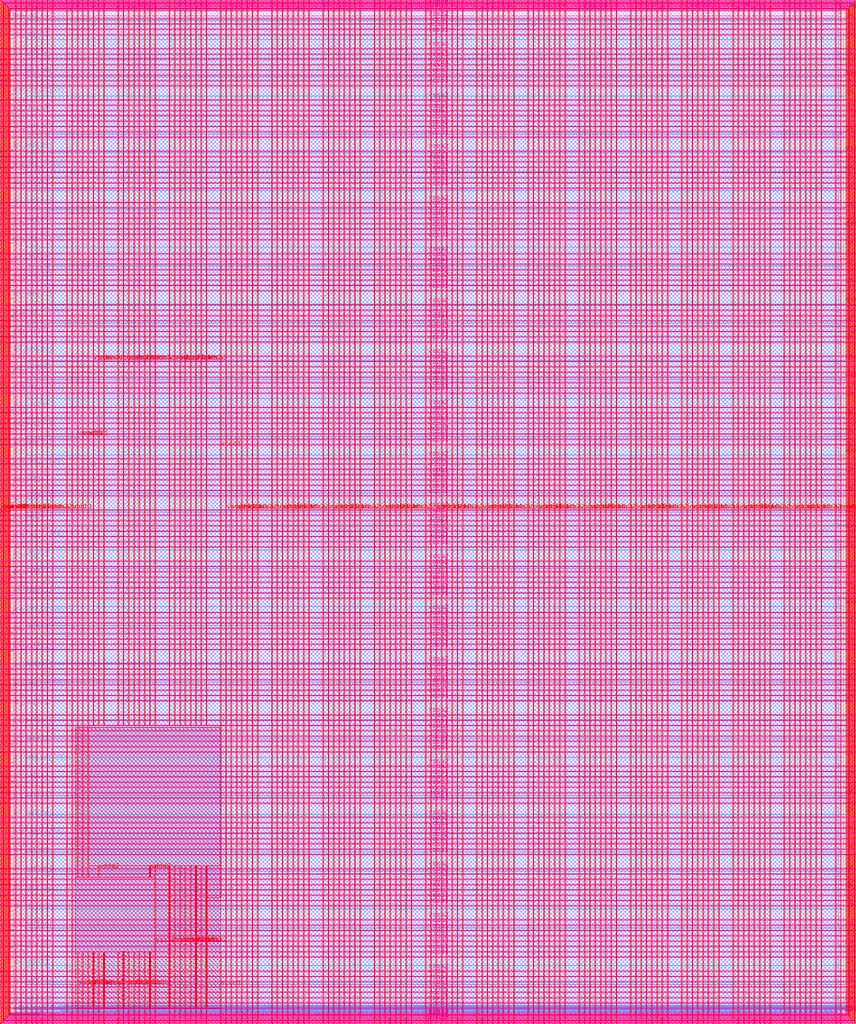
<source format=lef>
VERSION 5.7 ;
  NOWIREEXTENSIONATPIN ON ;
  DIVIDERCHAR "/" ;
  BUSBITCHARS "[]" ;
MACRO user_project_wrapper
  CLASS BLOCK ;
  FOREIGN user_project_wrapper ;
  ORIGIN 0.000 0.000 ;
  SIZE 2920.000 BY 3520.000 ;
  PIN analog_io[0]
    DIRECTION INOUT ;
    USE SIGNAL ;
    PORT
      LAYER met3 ;
        RECT 2917.600 1426.380 2924.800 1427.580 ;
    END
  END analog_io[0]
  PIN analog_io[10]
    DIRECTION INOUT ;
    USE SIGNAL ;
    PORT
      LAYER met2 ;
        RECT 2230.490 3517.600 2231.050 3524.800 ;
    END
  END analog_io[10]
  PIN analog_io[11]
    DIRECTION INOUT ;
    USE SIGNAL ;
    PORT
      LAYER met2 ;
        RECT 1905.730 3517.600 1906.290 3524.800 ;
    END
  END analog_io[11]
  PIN analog_io[12]
    DIRECTION INOUT ;
    USE SIGNAL ;
    PORT
      LAYER met2 ;
        RECT 1581.430 3517.600 1581.990 3524.800 ;
    END
  END analog_io[12]
  PIN analog_io[13]
    DIRECTION INOUT ;
    USE SIGNAL ;
    PORT
      LAYER met2 ;
        RECT 1257.130 3517.600 1257.690 3524.800 ;
    END
  END analog_io[13]
  PIN analog_io[14]
    DIRECTION INOUT ;
    USE SIGNAL ;
    PORT
      LAYER met2 ;
        RECT 932.370 3517.600 932.930 3524.800 ;
    END
  END analog_io[14]
  PIN analog_io[15]
    DIRECTION INOUT ;
    USE SIGNAL ;
    PORT
      LAYER met2 ;
        RECT 608.070 3517.600 608.630 3524.800 ;
    END
  END analog_io[15]
  PIN analog_io[16]
    DIRECTION INOUT ;
    USE SIGNAL ;
    PORT
      LAYER met2 ;
        RECT 283.770 3517.600 284.330 3524.800 ;
    END
  END analog_io[16]
  PIN analog_io[17]
    DIRECTION INOUT ;
    USE SIGNAL ;
    PORT
      LAYER met3 ;
        RECT -4.800 3486.100 2.400 3487.300 ;
    END
  END analog_io[17]
  PIN analog_io[18]
    DIRECTION INOUT ;
    USE SIGNAL ;
    PORT
      LAYER met3 ;
        RECT -4.800 3224.980 2.400 3226.180 ;
    END
  END analog_io[18]
  PIN analog_io[19]
    DIRECTION INOUT ;
    USE SIGNAL ;
    PORT
      LAYER met3 ;
        RECT -4.800 2964.540 2.400 2965.740 ;
    END
  END analog_io[19]
  PIN analog_io[1]
    DIRECTION INOUT ;
    USE SIGNAL ;
    PORT
      LAYER met3 ;
        RECT 2917.600 1692.260 2924.800 1693.460 ;
    END
  END analog_io[1]
  PIN analog_io[20]
    DIRECTION INOUT ;
    USE SIGNAL ;
    PORT
      LAYER met3 ;
        RECT -4.800 2703.420 2.400 2704.620 ;
    END
  END analog_io[20]
  PIN analog_io[21]
    DIRECTION INOUT ;
    USE SIGNAL ;
    PORT
      LAYER met3 ;
        RECT -4.800 2442.980 2.400 2444.180 ;
    END
  END analog_io[21]
  PIN analog_io[22]
    DIRECTION INOUT ;
    USE SIGNAL ;
    PORT
      LAYER met3 ;
        RECT -4.800 2182.540 2.400 2183.740 ;
    END
  END analog_io[22]
  PIN analog_io[23]
    DIRECTION INOUT ;
    USE SIGNAL ;
    PORT
      LAYER met3 ;
        RECT -4.800 1921.420 2.400 1922.620 ;
    END
  END analog_io[23]
  PIN analog_io[24]
    DIRECTION INOUT ;
    USE SIGNAL ;
    PORT
      LAYER met3 ;
        RECT -4.800 1660.980 2.400 1662.180 ;
    END
  END analog_io[24]
  PIN analog_io[25]
    DIRECTION INOUT ;
    USE SIGNAL ;
    PORT
      LAYER met3 ;
        RECT -4.800 1399.860 2.400 1401.060 ;
    END
  END analog_io[25]
  PIN analog_io[26]
    DIRECTION INOUT ;
    USE SIGNAL ;
    PORT
      LAYER met3 ;
        RECT -4.800 1139.420 2.400 1140.620 ;
    END
  END analog_io[26]
  PIN analog_io[27]
    DIRECTION INOUT ;
    USE SIGNAL ;
    PORT
      LAYER met3 ;
        RECT -4.800 878.980 2.400 880.180 ;
    END
  END analog_io[27]
  PIN analog_io[28]
    DIRECTION INOUT ;
    USE SIGNAL ;
    PORT
      LAYER met3 ;
        RECT -4.800 617.860 2.400 619.060 ;
    END
  END analog_io[28]
  PIN analog_io[2]
    DIRECTION INOUT ;
    USE SIGNAL ;
    PORT
      LAYER met3 ;
        RECT 2917.600 1958.140 2924.800 1959.340 ;
    END
  END analog_io[2]
  PIN analog_io[3]
    DIRECTION INOUT ;
    USE SIGNAL ;
    PORT
      LAYER met3 ;
        RECT 2917.600 2223.340 2924.800 2224.540 ;
    END
  END analog_io[3]
  PIN analog_io[4]
    DIRECTION INOUT ;
    USE SIGNAL ;
    PORT
      LAYER met3 ;
        RECT 2917.600 2489.220 2924.800 2490.420 ;
    END
  END analog_io[4]
  PIN analog_io[5]
    DIRECTION INOUT ;
    USE SIGNAL ;
    PORT
      LAYER met3 ;
        RECT 2917.600 2755.100 2924.800 2756.300 ;
    END
  END analog_io[5]
  PIN analog_io[6]
    DIRECTION INOUT ;
    USE SIGNAL ;
    PORT
      LAYER met3 ;
        RECT 2917.600 3020.300 2924.800 3021.500 ;
    END
  END analog_io[6]
  PIN analog_io[7]
    DIRECTION INOUT ;
    USE SIGNAL ;
    PORT
      LAYER met3 ;
        RECT 2917.600 3286.180 2924.800 3287.380 ;
    END
  END analog_io[7]
  PIN analog_io[8]
    DIRECTION INOUT ;
    USE SIGNAL ;
    PORT
      LAYER met2 ;
        RECT 2879.090 3517.600 2879.650 3524.800 ;
    END
  END analog_io[8]
  PIN analog_io[9]
    DIRECTION INOUT ;
    USE SIGNAL ;
    PORT
      LAYER met2 ;
        RECT 2554.790 3517.600 2555.350 3524.800 ;
    END
  END analog_io[9]
  PIN io_in[0]
    DIRECTION INPUT ;
    USE SIGNAL ;
    PORT
      LAYER met3 ;
        RECT 2917.600 32.380 2924.800 33.580 ;
    END
  END io_in[0]
  PIN io_in[10]
    DIRECTION INPUT ;
    USE SIGNAL ;
    PORT
      LAYER met3 ;
        RECT 2917.600 2289.980 2924.800 2291.180 ;
    END
  END io_in[10]
  PIN io_in[11]
    DIRECTION INPUT ;
    USE SIGNAL ;
    PORT
      LAYER met3 ;
        RECT 2917.600 2555.860 2924.800 2557.060 ;
    END
  END io_in[11]
  PIN io_in[12]
    DIRECTION INPUT ;
    USE SIGNAL ;
    PORT
      LAYER met3 ;
        RECT 2917.600 2821.060 2924.800 2822.260 ;
    END
  END io_in[12]
  PIN io_in[13]
    DIRECTION INPUT ;
    USE SIGNAL ;
    PORT
      LAYER met3 ;
        RECT 2917.600 3086.940 2924.800 3088.140 ;
    END
  END io_in[13]
  PIN io_in[14]
    DIRECTION INPUT ;
    USE SIGNAL ;
    PORT
      LAYER met3 ;
        RECT 2917.600 3352.820 2924.800 3354.020 ;
    END
  END io_in[14]
  PIN io_in[15]
    DIRECTION INPUT ;
    USE SIGNAL ;
    PORT
      LAYER met2 ;
        RECT 2798.130 3517.600 2798.690 3524.800 ;
    END
  END io_in[15]
  PIN io_in[16]
    DIRECTION INPUT ;
    USE SIGNAL ;
    PORT
      LAYER met2 ;
        RECT 2473.830 3517.600 2474.390 3524.800 ;
    END
  END io_in[16]
  PIN io_in[17]
    DIRECTION INPUT ;
    USE SIGNAL ;
    PORT
      LAYER met2 ;
        RECT 2149.070 3517.600 2149.630 3524.800 ;
    END
  END io_in[17]
  PIN io_in[18]
    DIRECTION INPUT ;
    USE SIGNAL ;
    PORT
      LAYER met2 ;
        RECT 1824.770 3517.600 1825.330 3524.800 ;
    END
  END io_in[18]
  PIN io_in[19]
    DIRECTION INPUT ;
    USE SIGNAL ;
    PORT
      LAYER met2 ;
        RECT 1500.470 3517.600 1501.030 3524.800 ;
    END
  END io_in[19]
  PIN io_in[1]
    DIRECTION INPUT ;
    USE SIGNAL ;
    PORT
      LAYER met3 ;
        RECT 2917.600 230.940 2924.800 232.140 ;
    END
  END io_in[1]
  PIN io_in[20]
    DIRECTION INPUT ;
    USE SIGNAL ;
    PORT
      LAYER met2 ;
        RECT 1175.710 3517.600 1176.270 3524.800 ;
    END
  END io_in[20]
  PIN io_in[21]
    DIRECTION INPUT ;
    USE SIGNAL ;
    PORT
      LAYER met2 ;
        RECT 851.410 3517.600 851.970 3524.800 ;
    END
  END io_in[21]
  PIN io_in[22]
    DIRECTION INPUT ;
    USE SIGNAL ;
    PORT
      LAYER met2 ;
        RECT 527.110 3517.600 527.670 3524.800 ;
    END
  END io_in[22]
  PIN io_in[23]
    DIRECTION INPUT ;
    USE SIGNAL ;
    PORT
      LAYER met2 ;
        RECT 202.350 3517.600 202.910 3524.800 ;
    END
  END io_in[23]
  PIN io_in[24]
    DIRECTION INPUT ;
    USE SIGNAL ;
    PORT
      LAYER met3 ;
        RECT -4.800 3420.820 2.400 3422.020 ;
    END
  END io_in[24]
  PIN io_in[25]
    DIRECTION INPUT ;
    USE SIGNAL ;
    PORT
      LAYER met3 ;
        RECT -4.800 3159.700 2.400 3160.900 ;
    END
  END io_in[25]
  PIN io_in[26]
    DIRECTION INPUT ;
    USE SIGNAL ;
    PORT
      LAYER met3 ;
        RECT -4.800 2899.260 2.400 2900.460 ;
    END
  END io_in[26]
  PIN io_in[27]
    DIRECTION INPUT ;
    USE SIGNAL ;
    PORT
      LAYER met3 ;
        RECT -4.800 2638.820 2.400 2640.020 ;
    END
  END io_in[27]
  PIN io_in[28]
    DIRECTION INPUT ;
    USE SIGNAL ;
    PORT
      LAYER met3 ;
        RECT -4.800 2377.700 2.400 2378.900 ;
    END
  END io_in[28]
  PIN io_in[29]
    DIRECTION INPUT ;
    USE SIGNAL ;
    PORT
      LAYER met3 ;
        RECT -4.800 2117.260 2.400 2118.460 ;
    END
  END io_in[29]
  PIN io_in[2]
    DIRECTION INPUT ;
    USE SIGNAL ;
    PORT
      LAYER met3 ;
        RECT 2917.600 430.180 2924.800 431.380 ;
    END
  END io_in[2]
  PIN io_in[30]
    DIRECTION INPUT ;
    USE SIGNAL ;
    PORT
      LAYER met3 ;
        RECT -4.800 1856.140 2.400 1857.340 ;
    END
  END io_in[30]
  PIN io_in[31]
    DIRECTION INPUT ;
    USE SIGNAL ;
    PORT
      LAYER met3 ;
        RECT -4.800 1595.700 2.400 1596.900 ;
    END
  END io_in[31]
  PIN io_in[32]
    DIRECTION INPUT ;
    USE SIGNAL ;
    PORT
      LAYER met3 ;
        RECT -4.800 1335.260 2.400 1336.460 ;
    END
  END io_in[32]
  PIN io_in[33]
    DIRECTION INPUT ;
    USE SIGNAL ;
    PORT
      LAYER met3 ;
        RECT -4.800 1074.140 2.400 1075.340 ;
    END
  END io_in[33]
  PIN io_in[34]
    DIRECTION INPUT ;
    USE SIGNAL ;
    PORT
      LAYER met3 ;
        RECT -4.800 813.700 2.400 814.900 ;
    END
  END io_in[34]
  PIN io_in[35]
    DIRECTION INPUT ;
    USE SIGNAL ;
    PORT
      LAYER met3 ;
        RECT -4.800 552.580 2.400 553.780 ;
    END
  END io_in[35]
  PIN io_in[36]
    DIRECTION INPUT ;
    USE SIGNAL ;
    PORT
      LAYER met3 ;
        RECT -4.800 357.420 2.400 358.620 ;
    END
  END io_in[36]
  PIN io_in[37]
    DIRECTION INPUT ;
    USE SIGNAL ;
    PORT
      LAYER met3 ;
        RECT -4.800 161.580 2.400 162.780 ;
    END
  END io_in[37]
  PIN io_in[3]
    DIRECTION INPUT ;
    USE SIGNAL ;
    PORT
      LAYER met3 ;
        RECT 2917.600 629.420 2924.800 630.620 ;
    END
  END io_in[3]
  PIN io_in[4]
    DIRECTION INPUT ;
    USE SIGNAL ;
    PORT
      LAYER met3 ;
        RECT 2917.600 828.660 2924.800 829.860 ;
    END
  END io_in[4]
  PIN io_in[5]
    DIRECTION INPUT ;
    USE SIGNAL ;
    PORT
      LAYER met3 ;
        RECT 2917.600 1027.900 2924.800 1029.100 ;
    END
  END io_in[5]
  PIN io_in[6]
    DIRECTION INPUT ;
    USE SIGNAL ;
    PORT
      LAYER met3 ;
        RECT 2917.600 1227.140 2924.800 1228.340 ;
    END
  END io_in[6]
  PIN io_in[7]
    DIRECTION INPUT ;
    USE SIGNAL ;
    PORT
      LAYER met3 ;
        RECT 2917.600 1493.020 2924.800 1494.220 ;
    END
  END io_in[7]
  PIN io_in[8]
    DIRECTION INPUT ;
    USE SIGNAL ;
    PORT
      LAYER met3 ;
        RECT 2917.600 1758.900 2924.800 1760.100 ;
    END
  END io_in[8]
  PIN io_in[9]
    DIRECTION INPUT ;
    USE SIGNAL ;
    PORT
      LAYER met3 ;
        RECT 2917.600 2024.100 2924.800 2025.300 ;
    END
  END io_in[9]
  PIN io_oeb[0]
    DIRECTION OUTPUT TRISTATE ;
    USE SIGNAL ;
    PORT
      LAYER met3 ;
        RECT 2917.600 164.980 2924.800 166.180 ;
    END
  END io_oeb[0]
  PIN io_oeb[10]
    DIRECTION OUTPUT TRISTATE ;
    USE SIGNAL ;
    PORT
      LAYER met3 ;
        RECT 2917.600 2422.580 2924.800 2423.780 ;
    END
  END io_oeb[10]
  PIN io_oeb[11]
    DIRECTION OUTPUT TRISTATE ;
    USE SIGNAL ;
    PORT
      LAYER met3 ;
        RECT 2917.600 2688.460 2924.800 2689.660 ;
    END
  END io_oeb[11]
  PIN io_oeb[12]
    DIRECTION OUTPUT TRISTATE ;
    USE SIGNAL ;
    PORT
      LAYER met3 ;
        RECT 2917.600 2954.340 2924.800 2955.540 ;
    END
  END io_oeb[12]
  PIN io_oeb[13]
    DIRECTION OUTPUT TRISTATE ;
    USE SIGNAL ;
    PORT
      LAYER met3 ;
        RECT 2917.600 3219.540 2924.800 3220.740 ;
    END
  END io_oeb[13]
  PIN io_oeb[14]
    DIRECTION OUTPUT TRISTATE ;
    USE SIGNAL ;
    PORT
      LAYER met3 ;
        RECT 2917.600 3485.420 2924.800 3486.620 ;
    END
  END io_oeb[14]
  PIN io_oeb[15]
    DIRECTION OUTPUT TRISTATE ;
    USE SIGNAL ;
    PORT
      LAYER met2 ;
        RECT 2635.750 3517.600 2636.310 3524.800 ;
    END
  END io_oeb[15]
  PIN io_oeb[16]
    DIRECTION OUTPUT TRISTATE ;
    USE SIGNAL ;
    PORT
      LAYER met2 ;
        RECT 2311.450 3517.600 2312.010 3524.800 ;
    END
  END io_oeb[16]
  PIN io_oeb[17]
    DIRECTION OUTPUT TRISTATE ;
    USE SIGNAL ;
    PORT
      LAYER met2 ;
        RECT 1987.150 3517.600 1987.710 3524.800 ;
    END
  END io_oeb[17]
  PIN io_oeb[18]
    DIRECTION OUTPUT TRISTATE ;
    USE SIGNAL ;
    PORT
      LAYER met2 ;
        RECT 1662.390 3517.600 1662.950 3524.800 ;
    END
  END io_oeb[18]
  PIN io_oeb[19]
    DIRECTION OUTPUT TRISTATE ;
    USE SIGNAL ;
    PORT
      LAYER met2 ;
        RECT 1338.090 3517.600 1338.650 3524.800 ;
    END
  END io_oeb[19]
  PIN io_oeb[1]
    DIRECTION OUTPUT TRISTATE ;
    USE SIGNAL ;
    PORT
      LAYER met3 ;
        RECT 2917.600 364.220 2924.800 365.420 ;
    END
  END io_oeb[1]
  PIN io_oeb[20]
    DIRECTION OUTPUT TRISTATE ;
    USE SIGNAL ;
    PORT
      LAYER met2 ;
        RECT 1013.790 3517.600 1014.350 3524.800 ;
    END
  END io_oeb[20]
  PIN io_oeb[21]
    DIRECTION OUTPUT TRISTATE ;
    USE SIGNAL ;
    PORT
      LAYER met2 ;
        RECT 689.030 3517.600 689.590 3524.800 ;
    END
  END io_oeb[21]
  PIN io_oeb[22]
    DIRECTION OUTPUT TRISTATE ;
    USE SIGNAL ;
    PORT
      LAYER met2 ;
        RECT 364.730 3517.600 365.290 3524.800 ;
    END
  END io_oeb[22]
  PIN io_oeb[23]
    DIRECTION OUTPUT TRISTATE ;
    USE SIGNAL ;
    PORT
      LAYER met2 ;
        RECT 40.430 3517.600 40.990 3524.800 ;
    END
  END io_oeb[23]
  PIN io_oeb[24]
    DIRECTION OUTPUT TRISTATE ;
    USE SIGNAL ;
    PORT
      LAYER met3 ;
        RECT -4.800 3290.260 2.400 3291.460 ;
    END
  END io_oeb[24]
  PIN io_oeb[25]
    DIRECTION OUTPUT TRISTATE ;
    USE SIGNAL ;
    PORT
      LAYER met3 ;
        RECT -4.800 3029.820 2.400 3031.020 ;
    END
  END io_oeb[25]
  PIN io_oeb[26]
    DIRECTION OUTPUT TRISTATE ;
    USE SIGNAL ;
    PORT
      LAYER met3 ;
        RECT -4.800 2768.700 2.400 2769.900 ;
    END
  END io_oeb[26]
  PIN io_oeb[27]
    DIRECTION OUTPUT TRISTATE ;
    USE SIGNAL ;
    PORT
      LAYER met3 ;
        RECT -4.800 2508.260 2.400 2509.460 ;
    END
  END io_oeb[27]
  PIN io_oeb[28]
    DIRECTION OUTPUT TRISTATE ;
    USE SIGNAL ;
    PORT
      LAYER met3 ;
        RECT -4.800 2247.140 2.400 2248.340 ;
    END
  END io_oeb[28]
  PIN io_oeb[29]
    DIRECTION OUTPUT TRISTATE ;
    USE SIGNAL ;
    PORT
      LAYER met3 ;
        RECT -4.800 1986.700 2.400 1987.900 ;
    END
  END io_oeb[29]
  PIN io_oeb[2]
    DIRECTION OUTPUT TRISTATE ;
    USE SIGNAL ;
    PORT
      LAYER met3 ;
        RECT 2917.600 563.460 2924.800 564.660 ;
    END
  END io_oeb[2]
  PIN io_oeb[30]
    DIRECTION OUTPUT TRISTATE ;
    USE SIGNAL ;
    PORT
      LAYER met3 ;
        RECT -4.800 1726.260 2.400 1727.460 ;
    END
  END io_oeb[30]
  PIN io_oeb[31]
    DIRECTION OUTPUT TRISTATE ;
    USE SIGNAL ;
    PORT
      LAYER met3 ;
        RECT -4.800 1465.140 2.400 1466.340 ;
    END
  END io_oeb[31]
  PIN io_oeb[32]
    DIRECTION OUTPUT TRISTATE ;
    USE SIGNAL ;
    PORT
      LAYER met3 ;
        RECT -4.800 1204.700 2.400 1205.900 ;
    END
  END io_oeb[32]
  PIN io_oeb[33]
    DIRECTION OUTPUT TRISTATE ;
    USE SIGNAL ;
    PORT
      LAYER met3 ;
        RECT -4.800 943.580 2.400 944.780 ;
    END
  END io_oeb[33]
  PIN io_oeb[34]
    DIRECTION OUTPUT TRISTATE ;
    USE SIGNAL ;
    PORT
      LAYER met3 ;
        RECT -4.800 683.140 2.400 684.340 ;
    END
  END io_oeb[34]
  PIN io_oeb[35]
    DIRECTION OUTPUT TRISTATE ;
    USE SIGNAL ;
    PORT
      LAYER met3 ;
        RECT -4.800 422.700 2.400 423.900 ;
    END
  END io_oeb[35]
  PIN io_oeb[36]
    DIRECTION OUTPUT TRISTATE ;
    USE SIGNAL ;
    PORT
      LAYER met3 ;
        RECT -4.800 226.860 2.400 228.060 ;
    END
  END io_oeb[36]
  PIN io_oeb[37]
    DIRECTION OUTPUT TRISTATE ;
    USE SIGNAL ;
    PORT
      LAYER met3 ;
        RECT -4.800 31.700 2.400 32.900 ;
    END
  END io_oeb[37]
  PIN io_oeb[3]
    DIRECTION OUTPUT TRISTATE ;
    USE SIGNAL ;
    PORT
      LAYER met3 ;
        RECT 2917.600 762.700 2924.800 763.900 ;
    END
  END io_oeb[3]
  PIN io_oeb[4]
    DIRECTION OUTPUT TRISTATE ;
    USE SIGNAL ;
    PORT
      LAYER met3 ;
        RECT 2917.600 961.940 2924.800 963.140 ;
    END
  END io_oeb[4]
  PIN io_oeb[5]
    DIRECTION OUTPUT TRISTATE ;
    USE SIGNAL ;
    PORT
      LAYER met3 ;
        RECT 2917.600 1161.180 2924.800 1162.380 ;
    END
  END io_oeb[5]
  PIN io_oeb[6]
    DIRECTION OUTPUT TRISTATE ;
    USE SIGNAL ;
    PORT
      LAYER met3 ;
        RECT 2917.600 1360.420 2924.800 1361.620 ;
    END
  END io_oeb[6]
  PIN io_oeb[7]
    DIRECTION OUTPUT TRISTATE ;
    USE SIGNAL ;
    PORT
      LAYER met3 ;
        RECT 2917.600 1625.620 2924.800 1626.820 ;
    END
  END io_oeb[7]
  PIN io_oeb[8]
    DIRECTION OUTPUT TRISTATE ;
    USE SIGNAL ;
    PORT
      LAYER met3 ;
        RECT 2917.600 1891.500 2924.800 1892.700 ;
    END
  END io_oeb[8]
  PIN io_oeb[9]
    DIRECTION OUTPUT TRISTATE ;
    USE SIGNAL ;
    PORT
      LAYER met3 ;
        RECT 2917.600 2157.380 2924.800 2158.580 ;
    END
  END io_oeb[9]
  PIN io_out[0]
    DIRECTION OUTPUT TRISTATE ;
    USE SIGNAL ;
    PORT
      LAYER met3 ;
        RECT 2917.600 98.340 2924.800 99.540 ;
    END
  END io_out[0]
  PIN io_out[10]
    DIRECTION OUTPUT TRISTATE ;
    USE SIGNAL ;
    PORT
      LAYER met3 ;
        RECT 2917.600 2356.620 2924.800 2357.820 ;
    END
  END io_out[10]
  PIN io_out[11]
    DIRECTION OUTPUT TRISTATE ;
    USE SIGNAL ;
    PORT
      LAYER met3 ;
        RECT 2917.600 2621.820 2924.800 2623.020 ;
    END
  END io_out[11]
  PIN io_out[12]
    DIRECTION OUTPUT TRISTATE ;
    USE SIGNAL ;
    PORT
      LAYER met3 ;
        RECT 2917.600 2887.700 2924.800 2888.900 ;
    END
  END io_out[12]
  PIN io_out[13]
    DIRECTION OUTPUT TRISTATE ;
    USE SIGNAL ;
    PORT
      LAYER met3 ;
        RECT 2917.600 3153.580 2924.800 3154.780 ;
    END
  END io_out[13]
  PIN io_out[14]
    DIRECTION OUTPUT TRISTATE ;
    USE SIGNAL ;
    PORT
      LAYER met3 ;
        RECT 2917.600 3418.780 2924.800 3419.980 ;
    END
  END io_out[14]
  PIN io_out[15]
    DIRECTION OUTPUT TRISTATE ;
    USE SIGNAL ;
    PORT
      LAYER met2 ;
        RECT 2717.170 3517.600 2717.730 3524.800 ;
    END
  END io_out[15]
  PIN io_out[16]
    DIRECTION OUTPUT TRISTATE ;
    USE SIGNAL ;
    PORT
      LAYER met2 ;
        RECT 2392.410 3517.600 2392.970 3524.800 ;
    END
  END io_out[16]
  PIN io_out[17]
    DIRECTION OUTPUT TRISTATE ;
    USE SIGNAL ;
    PORT
      LAYER met2 ;
        RECT 2068.110 3517.600 2068.670 3524.800 ;
    END
  END io_out[17]
  PIN io_out[18]
    DIRECTION OUTPUT TRISTATE ;
    USE SIGNAL ;
    PORT
      LAYER met2 ;
        RECT 1743.810 3517.600 1744.370 3524.800 ;
    END
  END io_out[18]
  PIN io_out[19]
    DIRECTION OUTPUT TRISTATE ;
    USE SIGNAL ;
    PORT
      LAYER met2 ;
        RECT 1419.050 3517.600 1419.610 3524.800 ;
    END
  END io_out[19]
  PIN io_out[1]
    DIRECTION OUTPUT TRISTATE ;
    USE SIGNAL ;
    PORT
      LAYER met3 ;
        RECT 2917.600 297.580 2924.800 298.780 ;
    END
  END io_out[1]
  PIN io_out[20]
    DIRECTION OUTPUT TRISTATE ;
    USE SIGNAL ;
    PORT
      LAYER met2 ;
        RECT 1094.750 3517.600 1095.310 3524.800 ;
    END
  END io_out[20]
  PIN io_out[21]
    DIRECTION OUTPUT TRISTATE ;
    USE SIGNAL ;
    PORT
      LAYER met2 ;
        RECT 770.450 3517.600 771.010 3524.800 ;
    END
  END io_out[21]
  PIN io_out[22]
    DIRECTION OUTPUT TRISTATE ;
    USE SIGNAL ;
    PORT
      LAYER met2 ;
        RECT 445.690 3517.600 446.250 3524.800 ;
    END
  END io_out[22]
  PIN io_out[23]
    DIRECTION OUTPUT TRISTATE ;
    USE SIGNAL ;
    PORT
      LAYER met2 ;
        RECT 121.390 3517.600 121.950 3524.800 ;
    END
  END io_out[23]
  PIN io_out[24]
    DIRECTION OUTPUT TRISTATE ;
    USE SIGNAL ;
    PORT
      LAYER met3 ;
        RECT -4.800 3355.540 2.400 3356.740 ;
    END
  END io_out[24]
  PIN io_out[25]
    DIRECTION OUTPUT TRISTATE ;
    USE SIGNAL ;
    PORT
      LAYER met3 ;
        RECT -4.800 3095.100 2.400 3096.300 ;
    END
  END io_out[25]
  PIN io_out[26]
    DIRECTION OUTPUT TRISTATE ;
    USE SIGNAL ;
    PORT
      LAYER met3 ;
        RECT -4.800 2833.980 2.400 2835.180 ;
    END
  END io_out[26]
  PIN io_out[27]
    DIRECTION OUTPUT TRISTATE ;
    USE SIGNAL ;
    PORT
      LAYER met3 ;
        RECT -4.800 2573.540 2.400 2574.740 ;
    END
  END io_out[27]
  PIN io_out[28]
    DIRECTION OUTPUT TRISTATE ;
    USE SIGNAL ;
    PORT
      LAYER met3 ;
        RECT -4.800 2312.420 2.400 2313.620 ;
    END
  END io_out[28]
  PIN io_out[29]
    DIRECTION OUTPUT TRISTATE ;
    USE SIGNAL ;
    PORT
      LAYER met3 ;
        RECT -4.800 2051.980 2.400 2053.180 ;
    END
  END io_out[29]
  PIN io_out[2]
    DIRECTION OUTPUT TRISTATE ;
    USE SIGNAL ;
    PORT
      LAYER met3 ;
        RECT 2917.600 496.820 2924.800 498.020 ;
    END
  END io_out[2]
  PIN io_out[30]
    DIRECTION OUTPUT TRISTATE ;
    USE SIGNAL ;
    PORT
      LAYER met3 ;
        RECT -4.800 1791.540 2.400 1792.740 ;
    END
  END io_out[30]
  PIN io_out[31]
    DIRECTION OUTPUT TRISTATE ;
    USE SIGNAL ;
    PORT
      LAYER met3 ;
        RECT -4.800 1530.420 2.400 1531.620 ;
    END
  END io_out[31]
  PIN io_out[32]
    DIRECTION OUTPUT TRISTATE ;
    USE SIGNAL ;
    PORT
      LAYER met3 ;
        RECT -4.800 1269.980 2.400 1271.180 ;
    END
  END io_out[32]
  PIN io_out[33]
    DIRECTION OUTPUT TRISTATE ;
    USE SIGNAL ;
    PORT
      LAYER met3 ;
        RECT -4.800 1008.860 2.400 1010.060 ;
    END
  END io_out[33]
  PIN io_out[34]
    DIRECTION OUTPUT TRISTATE ;
    USE SIGNAL ;
    PORT
      LAYER met3 ;
        RECT -4.800 748.420 2.400 749.620 ;
    END
  END io_out[34]
  PIN io_out[35]
    DIRECTION OUTPUT TRISTATE ;
    USE SIGNAL ;
    PORT
      LAYER met3 ;
        RECT -4.800 487.300 2.400 488.500 ;
    END
  END io_out[35]
  PIN io_out[36]
    DIRECTION OUTPUT TRISTATE ;
    USE SIGNAL ;
    PORT
      LAYER met3 ;
        RECT -4.800 292.140 2.400 293.340 ;
    END
  END io_out[36]
  PIN io_out[37]
    DIRECTION OUTPUT TRISTATE ;
    USE SIGNAL ;
    PORT
      LAYER met3 ;
        RECT -4.800 96.300 2.400 97.500 ;
    END
  END io_out[37]
  PIN io_out[3]
    DIRECTION OUTPUT TRISTATE ;
    USE SIGNAL ;
    PORT
      LAYER met3 ;
        RECT 2917.600 696.060 2924.800 697.260 ;
    END
  END io_out[3]
  PIN io_out[4]
    DIRECTION OUTPUT TRISTATE ;
    USE SIGNAL ;
    PORT
      LAYER met3 ;
        RECT 2917.600 895.300 2924.800 896.500 ;
    END
  END io_out[4]
  PIN io_out[5]
    DIRECTION OUTPUT TRISTATE ;
    USE SIGNAL ;
    PORT
      LAYER met3 ;
        RECT 2917.600 1094.540 2924.800 1095.740 ;
    END
  END io_out[5]
  PIN io_out[6]
    DIRECTION OUTPUT TRISTATE ;
    USE SIGNAL ;
    PORT
      LAYER met3 ;
        RECT 2917.600 1293.780 2924.800 1294.980 ;
    END
  END io_out[6]
  PIN io_out[7]
    DIRECTION OUTPUT TRISTATE ;
    USE SIGNAL ;
    PORT
      LAYER met3 ;
        RECT 2917.600 1559.660 2924.800 1560.860 ;
    END
  END io_out[7]
  PIN io_out[8]
    DIRECTION OUTPUT TRISTATE ;
    USE SIGNAL ;
    PORT
      LAYER met3 ;
        RECT 2917.600 1824.860 2924.800 1826.060 ;
    END
  END io_out[8]
  PIN io_out[9]
    DIRECTION OUTPUT TRISTATE ;
    USE SIGNAL ;
    PORT
      LAYER met3 ;
        RECT 2917.600 2090.740 2924.800 2091.940 ;
    END
  END io_out[9]
  PIN la_data_in[0]
    DIRECTION INPUT ;
    USE SIGNAL ;
    PORT
      LAYER met2 ;
        RECT 629.230 -4.800 629.790 2.400 ;
    END
  END la_data_in[0]
  PIN la_data_in[100]
    DIRECTION INPUT ;
    USE SIGNAL ;
    PORT
      LAYER met2 ;
        RECT 2402.530 -4.800 2403.090 2.400 ;
    END
  END la_data_in[100]
  PIN la_data_in[101]
    DIRECTION INPUT ;
    USE SIGNAL ;
    PORT
      LAYER met2 ;
        RECT 2420.010 -4.800 2420.570 2.400 ;
    END
  END la_data_in[101]
  PIN la_data_in[102]
    DIRECTION INPUT ;
    USE SIGNAL ;
    PORT
      LAYER met2 ;
        RECT 2437.950 -4.800 2438.510 2.400 ;
    END
  END la_data_in[102]
  PIN la_data_in[103]
    DIRECTION INPUT ;
    USE SIGNAL ;
    PORT
      LAYER met2 ;
        RECT 2455.430 -4.800 2455.990 2.400 ;
    END
  END la_data_in[103]
  PIN la_data_in[104]
    DIRECTION INPUT ;
    USE SIGNAL ;
    PORT
      LAYER met2 ;
        RECT 2473.370 -4.800 2473.930 2.400 ;
    END
  END la_data_in[104]
  PIN la_data_in[105]
    DIRECTION INPUT ;
    USE SIGNAL ;
    PORT
      LAYER met2 ;
        RECT 2490.850 -4.800 2491.410 2.400 ;
    END
  END la_data_in[105]
  PIN la_data_in[106]
    DIRECTION INPUT ;
    USE SIGNAL ;
    PORT
      LAYER met2 ;
        RECT 2508.790 -4.800 2509.350 2.400 ;
    END
  END la_data_in[106]
  PIN la_data_in[107]
    DIRECTION INPUT ;
    USE SIGNAL ;
    PORT
      LAYER met2 ;
        RECT 2526.730 -4.800 2527.290 2.400 ;
    END
  END la_data_in[107]
  PIN la_data_in[108]
    DIRECTION INPUT ;
    USE SIGNAL ;
    PORT
      LAYER met2 ;
        RECT 2544.210 -4.800 2544.770 2.400 ;
    END
  END la_data_in[108]
  PIN la_data_in[109]
    DIRECTION INPUT ;
    USE SIGNAL ;
    PORT
      LAYER met2 ;
        RECT 2562.150 -4.800 2562.710 2.400 ;
    END
  END la_data_in[109]
  PIN la_data_in[10]
    DIRECTION INPUT ;
    USE SIGNAL ;
    PORT
      LAYER met2 ;
        RECT 806.330 -4.800 806.890 2.400 ;
    END
  END la_data_in[10]
  PIN la_data_in[110]
    DIRECTION INPUT ;
    USE SIGNAL ;
    PORT
      LAYER met2 ;
        RECT 2579.630 -4.800 2580.190 2.400 ;
    END
  END la_data_in[110]
  PIN la_data_in[111]
    DIRECTION INPUT ;
    USE SIGNAL ;
    PORT
      LAYER met2 ;
        RECT 2597.570 -4.800 2598.130 2.400 ;
    END
  END la_data_in[111]
  PIN la_data_in[112]
    DIRECTION INPUT ;
    USE SIGNAL ;
    PORT
      LAYER met2 ;
        RECT 2615.050 -4.800 2615.610 2.400 ;
    END
  END la_data_in[112]
  PIN la_data_in[113]
    DIRECTION INPUT ;
    USE SIGNAL ;
    PORT
      LAYER met2 ;
        RECT 2632.990 -4.800 2633.550 2.400 ;
    END
  END la_data_in[113]
  PIN la_data_in[114]
    DIRECTION INPUT ;
    USE SIGNAL ;
    PORT
      LAYER met2 ;
        RECT 2650.470 -4.800 2651.030 2.400 ;
    END
  END la_data_in[114]
  PIN la_data_in[115]
    DIRECTION INPUT ;
    USE SIGNAL ;
    PORT
      LAYER met2 ;
        RECT 2668.410 -4.800 2668.970 2.400 ;
    END
  END la_data_in[115]
  PIN la_data_in[116]
    DIRECTION INPUT ;
    USE SIGNAL ;
    PORT
      LAYER met2 ;
        RECT 2685.890 -4.800 2686.450 2.400 ;
    END
  END la_data_in[116]
  PIN la_data_in[117]
    DIRECTION INPUT ;
    USE SIGNAL ;
    PORT
      LAYER met2 ;
        RECT 2703.830 -4.800 2704.390 2.400 ;
    END
  END la_data_in[117]
  PIN la_data_in[118]
    DIRECTION INPUT ;
    USE SIGNAL ;
    PORT
      LAYER met2 ;
        RECT 2721.770 -4.800 2722.330 2.400 ;
    END
  END la_data_in[118]
  PIN la_data_in[119]
    DIRECTION INPUT ;
    USE SIGNAL ;
    PORT
      LAYER met2 ;
        RECT 2739.250 -4.800 2739.810 2.400 ;
    END
  END la_data_in[119]
  PIN la_data_in[11]
    DIRECTION INPUT ;
    USE SIGNAL ;
    PORT
      LAYER met2 ;
        RECT 824.270 -4.800 824.830 2.400 ;
    END
  END la_data_in[11]
  PIN la_data_in[120]
    DIRECTION INPUT ;
    USE SIGNAL ;
    PORT
      LAYER met2 ;
        RECT 2757.190 -4.800 2757.750 2.400 ;
    END
  END la_data_in[120]
  PIN la_data_in[121]
    DIRECTION INPUT ;
    USE SIGNAL ;
    PORT
      LAYER met2 ;
        RECT 2774.670 -4.800 2775.230 2.400 ;
    END
  END la_data_in[121]
  PIN la_data_in[122]
    DIRECTION INPUT ;
    USE SIGNAL ;
    PORT
      LAYER met2 ;
        RECT 2792.610 -4.800 2793.170 2.400 ;
    END
  END la_data_in[122]
  PIN la_data_in[123]
    DIRECTION INPUT ;
    USE SIGNAL ;
    PORT
      LAYER met2 ;
        RECT 2810.090 -4.800 2810.650 2.400 ;
    END
  END la_data_in[123]
  PIN la_data_in[124]
    DIRECTION INPUT ;
    USE SIGNAL ;
    PORT
      LAYER met2 ;
        RECT 2828.030 -4.800 2828.590 2.400 ;
    END
  END la_data_in[124]
  PIN la_data_in[125]
    DIRECTION INPUT ;
    USE SIGNAL ;
    PORT
      LAYER met2 ;
        RECT 2845.510 -4.800 2846.070 2.400 ;
    END
  END la_data_in[125]
  PIN la_data_in[126]
    DIRECTION INPUT ;
    USE SIGNAL ;
    PORT
      LAYER met2 ;
        RECT 2863.450 -4.800 2864.010 2.400 ;
    END
  END la_data_in[126]
  PIN la_data_in[127]
    DIRECTION INPUT ;
    USE SIGNAL ;
    PORT
      LAYER met2 ;
        RECT 2881.390 -4.800 2881.950 2.400 ;
    END
  END la_data_in[127]
  PIN la_data_in[12]
    DIRECTION INPUT ;
    USE SIGNAL ;
    PORT
      LAYER met2 ;
        RECT 841.750 -4.800 842.310 2.400 ;
    END
  END la_data_in[12]
  PIN la_data_in[13]
    DIRECTION INPUT ;
    USE SIGNAL ;
    PORT
      LAYER met2 ;
        RECT 859.690 -4.800 860.250 2.400 ;
    END
  END la_data_in[13]
  PIN la_data_in[14]
    DIRECTION INPUT ;
    USE SIGNAL ;
    PORT
      LAYER met2 ;
        RECT 877.170 -4.800 877.730 2.400 ;
    END
  END la_data_in[14]
  PIN la_data_in[15]
    DIRECTION INPUT ;
    USE SIGNAL ;
    PORT
      LAYER met2 ;
        RECT 895.110 -4.800 895.670 2.400 ;
    END
  END la_data_in[15]
  PIN la_data_in[16]
    DIRECTION INPUT ;
    USE SIGNAL ;
    PORT
      LAYER met2 ;
        RECT 912.590 -4.800 913.150 2.400 ;
    END
  END la_data_in[16]
  PIN la_data_in[17]
    DIRECTION INPUT ;
    USE SIGNAL ;
    PORT
      LAYER met2 ;
        RECT 930.530 -4.800 931.090 2.400 ;
    END
  END la_data_in[17]
  PIN la_data_in[18]
    DIRECTION INPUT ;
    USE SIGNAL ;
    PORT
      LAYER met2 ;
        RECT 948.470 -4.800 949.030 2.400 ;
    END
  END la_data_in[18]
  PIN la_data_in[19]
    DIRECTION INPUT ;
    USE SIGNAL ;
    PORT
      LAYER met2 ;
        RECT 965.950 -4.800 966.510 2.400 ;
    END
  END la_data_in[19]
  PIN la_data_in[1]
    DIRECTION INPUT ;
    USE SIGNAL ;
    PORT
      LAYER met2 ;
        RECT 646.710 -4.800 647.270 2.400 ;
    END
  END la_data_in[1]
  PIN la_data_in[20]
    DIRECTION INPUT ;
    USE SIGNAL ;
    PORT
      LAYER met2 ;
        RECT 983.890 -4.800 984.450 2.400 ;
    END
  END la_data_in[20]
  PIN la_data_in[21]
    DIRECTION INPUT ;
    USE SIGNAL ;
    PORT
      LAYER met2 ;
        RECT 1001.370 -4.800 1001.930 2.400 ;
    END
  END la_data_in[21]
  PIN la_data_in[22]
    DIRECTION INPUT ;
    USE SIGNAL ;
    PORT
      LAYER met2 ;
        RECT 1019.310 -4.800 1019.870 2.400 ;
    END
  END la_data_in[22]
  PIN la_data_in[23]
    DIRECTION INPUT ;
    USE SIGNAL ;
    PORT
      LAYER met2 ;
        RECT 1036.790 -4.800 1037.350 2.400 ;
    END
  END la_data_in[23]
  PIN la_data_in[24]
    DIRECTION INPUT ;
    USE SIGNAL ;
    PORT
      LAYER met2 ;
        RECT 1054.730 -4.800 1055.290 2.400 ;
    END
  END la_data_in[24]
  PIN la_data_in[25]
    DIRECTION INPUT ;
    USE SIGNAL ;
    PORT
      LAYER met2 ;
        RECT 1072.210 -4.800 1072.770 2.400 ;
    END
  END la_data_in[25]
  PIN la_data_in[26]
    DIRECTION INPUT ;
    USE SIGNAL ;
    PORT
      LAYER met2 ;
        RECT 1090.150 -4.800 1090.710 2.400 ;
    END
  END la_data_in[26]
  PIN la_data_in[27]
    DIRECTION INPUT ;
    USE SIGNAL ;
    PORT
      LAYER met2 ;
        RECT 1107.630 -4.800 1108.190 2.400 ;
    END
  END la_data_in[27]
  PIN la_data_in[28]
    DIRECTION INPUT ;
    USE SIGNAL ;
    PORT
      LAYER met2 ;
        RECT 1125.570 -4.800 1126.130 2.400 ;
    END
  END la_data_in[28]
  PIN la_data_in[29]
    DIRECTION INPUT ;
    USE SIGNAL ;
    PORT
      LAYER met2 ;
        RECT 1143.510 -4.800 1144.070 2.400 ;
    END
  END la_data_in[29]
  PIN la_data_in[2]
    DIRECTION INPUT ;
    USE SIGNAL ;
    PORT
      LAYER met2 ;
        RECT 664.650 -4.800 665.210 2.400 ;
    END
  END la_data_in[2]
  PIN la_data_in[30]
    DIRECTION INPUT ;
    USE SIGNAL ;
    PORT
      LAYER met2 ;
        RECT 1160.990 -4.800 1161.550 2.400 ;
    END
  END la_data_in[30]
  PIN la_data_in[31]
    DIRECTION INPUT ;
    USE SIGNAL ;
    PORT
      LAYER met2 ;
        RECT 1178.930 -4.800 1179.490 2.400 ;
    END
  END la_data_in[31]
  PIN la_data_in[32]
    DIRECTION INPUT ;
    USE SIGNAL ;
    PORT
      LAYER met2 ;
        RECT 1196.410 -4.800 1196.970 2.400 ;
    END
  END la_data_in[32]
  PIN la_data_in[33]
    DIRECTION INPUT ;
    USE SIGNAL ;
    PORT
      LAYER met2 ;
        RECT 1214.350 -4.800 1214.910 2.400 ;
    END
  END la_data_in[33]
  PIN la_data_in[34]
    DIRECTION INPUT ;
    USE SIGNAL ;
    PORT
      LAYER met2 ;
        RECT 1231.830 -4.800 1232.390 2.400 ;
    END
  END la_data_in[34]
  PIN la_data_in[35]
    DIRECTION INPUT ;
    USE SIGNAL ;
    PORT
      LAYER met2 ;
        RECT 1249.770 -4.800 1250.330 2.400 ;
    END
  END la_data_in[35]
  PIN la_data_in[36]
    DIRECTION INPUT ;
    USE SIGNAL ;
    PORT
      LAYER met2 ;
        RECT 1267.250 -4.800 1267.810 2.400 ;
    END
  END la_data_in[36]
  PIN la_data_in[37]
    DIRECTION INPUT ;
    USE SIGNAL ;
    PORT
      LAYER met2 ;
        RECT 1285.190 -4.800 1285.750 2.400 ;
    END
  END la_data_in[37]
  PIN la_data_in[38]
    DIRECTION INPUT ;
    USE SIGNAL ;
    PORT
      LAYER met2 ;
        RECT 1303.130 -4.800 1303.690 2.400 ;
    END
  END la_data_in[38]
  PIN la_data_in[39]
    DIRECTION INPUT ;
    USE SIGNAL ;
    PORT
      LAYER met2 ;
        RECT 1320.610 -4.800 1321.170 2.400 ;
    END
  END la_data_in[39]
  PIN la_data_in[3]
    DIRECTION INPUT ;
    USE SIGNAL ;
    PORT
      LAYER met2 ;
        RECT 682.130 -4.800 682.690 2.400 ;
    END
  END la_data_in[3]
  PIN la_data_in[40]
    DIRECTION INPUT ;
    USE SIGNAL ;
    PORT
      LAYER met2 ;
        RECT 1338.550 -4.800 1339.110 2.400 ;
    END
  END la_data_in[40]
  PIN la_data_in[41]
    DIRECTION INPUT ;
    USE SIGNAL ;
    PORT
      LAYER met2 ;
        RECT 1356.030 -4.800 1356.590 2.400 ;
    END
  END la_data_in[41]
  PIN la_data_in[42]
    DIRECTION INPUT ;
    USE SIGNAL ;
    PORT
      LAYER met2 ;
        RECT 1373.970 -4.800 1374.530 2.400 ;
    END
  END la_data_in[42]
  PIN la_data_in[43]
    DIRECTION INPUT ;
    USE SIGNAL ;
    PORT
      LAYER met2 ;
        RECT 1391.450 -4.800 1392.010 2.400 ;
    END
  END la_data_in[43]
  PIN la_data_in[44]
    DIRECTION INPUT ;
    USE SIGNAL ;
    PORT
      LAYER met2 ;
        RECT 1409.390 -4.800 1409.950 2.400 ;
    END
  END la_data_in[44]
  PIN la_data_in[45]
    DIRECTION INPUT ;
    USE SIGNAL ;
    PORT
      LAYER met2 ;
        RECT 1426.870 -4.800 1427.430 2.400 ;
    END
  END la_data_in[45]
  PIN la_data_in[46]
    DIRECTION INPUT ;
    USE SIGNAL ;
    PORT
      LAYER met2 ;
        RECT 1444.810 -4.800 1445.370 2.400 ;
    END
  END la_data_in[46]
  PIN la_data_in[47]
    DIRECTION INPUT ;
    USE SIGNAL ;
    PORT
      LAYER met2 ;
        RECT 1462.750 -4.800 1463.310 2.400 ;
    END
  END la_data_in[47]
  PIN la_data_in[48]
    DIRECTION INPUT ;
    USE SIGNAL ;
    PORT
      LAYER met2 ;
        RECT 1480.230 -4.800 1480.790 2.400 ;
    END
  END la_data_in[48]
  PIN la_data_in[49]
    DIRECTION INPUT ;
    USE SIGNAL ;
    PORT
      LAYER met2 ;
        RECT 1498.170 -4.800 1498.730 2.400 ;
    END
  END la_data_in[49]
  PIN la_data_in[4]
    DIRECTION INPUT ;
    USE SIGNAL ;
    PORT
      LAYER met2 ;
        RECT 700.070 -4.800 700.630 2.400 ;
    END
  END la_data_in[4]
  PIN la_data_in[50]
    DIRECTION INPUT ;
    USE SIGNAL ;
    PORT
      LAYER met2 ;
        RECT 1515.650 -4.800 1516.210 2.400 ;
    END
  END la_data_in[50]
  PIN la_data_in[51]
    DIRECTION INPUT ;
    USE SIGNAL ;
    PORT
      LAYER met2 ;
        RECT 1533.590 -4.800 1534.150 2.400 ;
    END
  END la_data_in[51]
  PIN la_data_in[52]
    DIRECTION INPUT ;
    USE SIGNAL ;
    PORT
      LAYER met2 ;
        RECT 1551.070 -4.800 1551.630 2.400 ;
    END
  END la_data_in[52]
  PIN la_data_in[53]
    DIRECTION INPUT ;
    USE SIGNAL ;
    PORT
      LAYER met2 ;
        RECT 1569.010 -4.800 1569.570 2.400 ;
    END
  END la_data_in[53]
  PIN la_data_in[54]
    DIRECTION INPUT ;
    USE SIGNAL ;
    PORT
      LAYER met2 ;
        RECT 1586.490 -4.800 1587.050 2.400 ;
    END
  END la_data_in[54]
  PIN la_data_in[55]
    DIRECTION INPUT ;
    USE SIGNAL ;
    PORT
      LAYER met2 ;
        RECT 1604.430 -4.800 1604.990 2.400 ;
    END
  END la_data_in[55]
  PIN la_data_in[56]
    DIRECTION INPUT ;
    USE SIGNAL ;
    PORT
      LAYER met2 ;
        RECT 1621.910 -4.800 1622.470 2.400 ;
    END
  END la_data_in[56]
  PIN la_data_in[57]
    DIRECTION INPUT ;
    USE SIGNAL ;
    PORT
      LAYER met2 ;
        RECT 1639.850 -4.800 1640.410 2.400 ;
    END
  END la_data_in[57]
  PIN la_data_in[58]
    DIRECTION INPUT ;
    USE SIGNAL ;
    PORT
      LAYER met2 ;
        RECT 1657.790 -4.800 1658.350 2.400 ;
    END
  END la_data_in[58]
  PIN la_data_in[59]
    DIRECTION INPUT ;
    USE SIGNAL ;
    PORT
      LAYER met2 ;
        RECT 1675.270 -4.800 1675.830 2.400 ;
    END
  END la_data_in[59]
  PIN la_data_in[5]
    DIRECTION INPUT ;
    USE SIGNAL ;
    PORT
      LAYER met2 ;
        RECT 717.550 -4.800 718.110 2.400 ;
    END
  END la_data_in[5]
  PIN la_data_in[60]
    DIRECTION INPUT ;
    USE SIGNAL ;
    PORT
      LAYER met2 ;
        RECT 1693.210 -4.800 1693.770 2.400 ;
    END
  END la_data_in[60]
  PIN la_data_in[61]
    DIRECTION INPUT ;
    USE SIGNAL ;
    PORT
      LAYER met2 ;
        RECT 1710.690 -4.800 1711.250 2.400 ;
    END
  END la_data_in[61]
  PIN la_data_in[62]
    DIRECTION INPUT ;
    USE SIGNAL ;
    PORT
      LAYER met2 ;
        RECT 1728.630 -4.800 1729.190 2.400 ;
    END
  END la_data_in[62]
  PIN la_data_in[63]
    DIRECTION INPUT ;
    USE SIGNAL ;
    PORT
      LAYER met2 ;
        RECT 1746.110 -4.800 1746.670 2.400 ;
    END
  END la_data_in[63]
  PIN la_data_in[64]
    DIRECTION INPUT ;
    USE SIGNAL ;
    PORT
      LAYER met2 ;
        RECT 1764.050 -4.800 1764.610 2.400 ;
    END
  END la_data_in[64]
  PIN la_data_in[65]
    DIRECTION INPUT ;
    USE SIGNAL ;
    PORT
      LAYER met2 ;
        RECT 1781.530 -4.800 1782.090 2.400 ;
    END
  END la_data_in[65]
  PIN la_data_in[66]
    DIRECTION INPUT ;
    USE SIGNAL ;
    PORT
      LAYER met2 ;
        RECT 1799.470 -4.800 1800.030 2.400 ;
    END
  END la_data_in[66]
  PIN la_data_in[67]
    DIRECTION INPUT ;
    USE SIGNAL ;
    PORT
      LAYER met2 ;
        RECT 1817.410 -4.800 1817.970 2.400 ;
    END
  END la_data_in[67]
  PIN la_data_in[68]
    DIRECTION INPUT ;
    USE SIGNAL ;
    PORT
      LAYER met2 ;
        RECT 1834.890 -4.800 1835.450 2.400 ;
    END
  END la_data_in[68]
  PIN la_data_in[69]
    DIRECTION INPUT ;
    USE SIGNAL ;
    PORT
      LAYER met2 ;
        RECT 1852.830 -4.800 1853.390 2.400 ;
    END
  END la_data_in[69]
  PIN la_data_in[6]
    DIRECTION INPUT ;
    USE SIGNAL ;
    PORT
      LAYER met2 ;
        RECT 735.490 -4.800 736.050 2.400 ;
    END
  END la_data_in[6]
  PIN la_data_in[70]
    DIRECTION INPUT ;
    USE SIGNAL ;
    PORT
      LAYER met2 ;
        RECT 1870.310 -4.800 1870.870 2.400 ;
    END
  END la_data_in[70]
  PIN la_data_in[71]
    DIRECTION INPUT ;
    USE SIGNAL ;
    PORT
      LAYER met2 ;
        RECT 1888.250 -4.800 1888.810 2.400 ;
    END
  END la_data_in[71]
  PIN la_data_in[72]
    DIRECTION INPUT ;
    USE SIGNAL ;
    PORT
      LAYER met2 ;
        RECT 1905.730 -4.800 1906.290 2.400 ;
    END
  END la_data_in[72]
  PIN la_data_in[73]
    DIRECTION INPUT ;
    USE SIGNAL ;
    PORT
      LAYER met2 ;
        RECT 1923.670 -4.800 1924.230 2.400 ;
    END
  END la_data_in[73]
  PIN la_data_in[74]
    DIRECTION INPUT ;
    USE SIGNAL ;
    PORT
      LAYER met2 ;
        RECT 1941.150 -4.800 1941.710 2.400 ;
    END
  END la_data_in[74]
  PIN la_data_in[75]
    DIRECTION INPUT ;
    USE SIGNAL ;
    PORT
      LAYER met2 ;
        RECT 1959.090 -4.800 1959.650 2.400 ;
    END
  END la_data_in[75]
  PIN la_data_in[76]
    DIRECTION INPUT ;
    USE SIGNAL ;
    PORT
      LAYER met2 ;
        RECT 1976.570 -4.800 1977.130 2.400 ;
    END
  END la_data_in[76]
  PIN la_data_in[77]
    DIRECTION INPUT ;
    USE SIGNAL ;
    PORT
      LAYER met2 ;
        RECT 1994.510 -4.800 1995.070 2.400 ;
    END
  END la_data_in[77]
  PIN la_data_in[78]
    DIRECTION INPUT ;
    USE SIGNAL ;
    PORT
      LAYER met2 ;
        RECT 2012.450 -4.800 2013.010 2.400 ;
    END
  END la_data_in[78]
  PIN la_data_in[79]
    DIRECTION INPUT ;
    USE SIGNAL ;
    PORT
      LAYER met2 ;
        RECT 2029.930 -4.800 2030.490 2.400 ;
    END
  END la_data_in[79]
  PIN la_data_in[7]
    DIRECTION INPUT ;
    USE SIGNAL ;
    PORT
      LAYER met2 ;
        RECT 752.970 -4.800 753.530 2.400 ;
    END
  END la_data_in[7]
  PIN la_data_in[80]
    DIRECTION INPUT ;
    USE SIGNAL ;
    PORT
      LAYER met2 ;
        RECT 2047.870 -4.800 2048.430 2.400 ;
    END
  END la_data_in[80]
  PIN la_data_in[81]
    DIRECTION INPUT ;
    USE SIGNAL ;
    PORT
      LAYER met2 ;
        RECT 2065.350 -4.800 2065.910 2.400 ;
    END
  END la_data_in[81]
  PIN la_data_in[82]
    DIRECTION INPUT ;
    USE SIGNAL ;
    PORT
      LAYER met2 ;
        RECT 2083.290 -4.800 2083.850 2.400 ;
    END
  END la_data_in[82]
  PIN la_data_in[83]
    DIRECTION INPUT ;
    USE SIGNAL ;
    PORT
      LAYER met2 ;
        RECT 2100.770 -4.800 2101.330 2.400 ;
    END
  END la_data_in[83]
  PIN la_data_in[84]
    DIRECTION INPUT ;
    USE SIGNAL ;
    PORT
      LAYER met2 ;
        RECT 2118.710 -4.800 2119.270 2.400 ;
    END
  END la_data_in[84]
  PIN la_data_in[85]
    DIRECTION INPUT ;
    USE SIGNAL ;
    PORT
      LAYER met2 ;
        RECT 2136.190 -4.800 2136.750 2.400 ;
    END
  END la_data_in[85]
  PIN la_data_in[86]
    DIRECTION INPUT ;
    USE SIGNAL ;
    PORT
      LAYER met2 ;
        RECT 2154.130 -4.800 2154.690 2.400 ;
    END
  END la_data_in[86]
  PIN la_data_in[87]
    DIRECTION INPUT ;
    USE SIGNAL ;
    PORT
      LAYER met2 ;
        RECT 2172.070 -4.800 2172.630 2.400 ;
    END
  END la_data_in[87]
  PIN la_data_in[88]
    DIRECTION INPUT ;
    USE SIGNAL ;
    PORT
      LAYER met2 ;
        RECT 2189.550 -4.800 2190.110 2.400 ;
    END
  END la_data_in[88]
  PIN la_data_in[89]
    DIRECTION INPUT ;
    USE SIGNAL ;
    PORT
      LAYER met2 ;
        RECT 2207.490 -4.800 2208.050 2.400 ;
    END
  END la_data_in[89]
  PIN la_data_in[8]
    DIRECTION INPUT ;
    USE SIGNAL ;
    PORT
      LAYER met2 ;
        RECT 770.910 -4.800 771.470 2.400 ;
    END
  END la_data_in[8]
  PIN la_data_in[90]
    DIRECTION INPUT ;
    USE SIGNAL ;
    PORT
      LAYER met2 ;
        RECT 2224.970 -4.800 2225.530 2.400 ;
    END
  END la_data_in[90]
  PIN la_data_in[91]
    DIRECTION INPUT ;
    USE SIGNAL ;
    PORT
      LAYER met2 ;
        RECT 2242.910 -4.800 2243.470 2.400 ;
    END
  END la_data_in[91]
  PIN la_data_in[92]
    DIRECTION INPUT ;
    USE SIGNAL ;
    PORT
      LAYER met2 ;
        RECT 2260.390 -4.800 2260.950 2.400 ;
    END
  END la_data_in[92]
  PIN la_data_in[93]
    DIRECTION INPUT ;
    USE SIGNAL ;
    PORT
      LAYER met2 ;
        RECT 2278.330 -4.800 2278.890 2.400 ;
    END
  END la_data_in[93]
  PIN la_data_in[94]
    DIRECTION INPUT ;
    USE SIGNAL ;
    PORT
      LAYER met2 ;
        RECT 2295.810 -4.800 2296.370 2.400 ;
    END
  END la_data_in[94]
  PIN la_data_in[95]
    DIRECTION INPUT ;
    USE SIGNAL ;
    PORT
      LAYER met2 ;
        RECT 2313.750 -4.800 2314.310 2.400 ;
    END
  END la_data_in[95]
  PIN la_data_in[96]
    DIRECTION INPUT ;
    USE SIGNAL ;
    PORT
      LAYER met2 ;
        RECT 2331.230 -4.800 2331.790 2.400 ;
    END
  END la_data_in[96]
  PIN la_data_in[97]
    DIRECTION INPUT ;
    USE SIGNAL ;
    PORT
      LAYER met2 ;
        RECT 2349.170 -4.800 2349.730 2.400 ;
    END
  END la_data_in[97]
  PIN la_data_in[98]
    DIRECTION INPUT ;
    USE SIGNAL ;
    PORT
      LAYER met2 ;
        RECT 2367.110 -4.800 2367.670 2.400 ;
    END
  END la_data_in[98]
  PIN la_data_in[99]
    DIRECTION INPUT ;
    USE SIGNAL ;
    PORT
      LAYER met2 ;
        RECT 2384.590 -4.800 2385.150 2.400 ;
    END
  END la_data_in[99]
  PIN la_data_in[9]
    DIRECTION INPUT ;
    USE SIGNAL ;
    PORT
      LAYER met2 ;
        RECT 788.850 -4.800 789.410 2.400 ;
    END
  END la_data_in[9]
  PIN la_data_out[0]
    DIRECTION OUTPUT TRISTATE ;
    USE SIGNAL ;
    PORT
      LAYER met2 ;
        RECT 634.750 -4.800 635.310 2.400 ;
    END
  END la_data_out[0]
  PIN la_data_out[100]
    DIRECTION OUTPUT TRISTATE ;
    USE SIGNAL ;
    PORT
      LAYER met2 ;
        RECT 2408.510 -4.800 2409.070 2.400 ;
    END
  END la_data_out[100]
  PIN la_data_out[101]
    DIRECTION OUTPUT TRISTATE ;
    USE SIGNAL ;
    PORT
      LAYER met2 ;
        RECT 2425.990 -4.800 2426.550 2.400 ;
    END
  END la_data_out[101]
  PIN la_data_out[102]
    DIRECTION OUTPUT TRISTATE ;
    USE SIGNAL ;
    PORT
      LAYER met2 ;
        RECT 2443.930 -4.800 2444.490 2.400 ;
    END
  END la_data_out[102]
  PIN la_data_out[103]
    DIRECTION OUTPUT TRISTATE ;
    USE SIGNAL ;
    PORT
      LAYER met2 ;
        RECT 2461.410 -4.800 2461.970 2.400 ;
    END
  END la_data_out[103]
  PIN la_data_out[104]
    DIRECTION OUTPUT TRISTATE ;
    USE SIGNAL ;
    PORT
      LAYER met2 ;
        RECT 2479.350 -4.800 2479.910 2.400 ;
    END
  END la_data_out[104]
  PIN la_data_out[105]
    DIRECTION OUTPUT TRISTATE ;
    USE SIGNAL ;
    PORT
      LAYER met2 ;
        RECT 2496.830 -4.800 2497.390 2.400 ;
    END
  END la_data_out[105]
  PIN la_data_out[106]
    DIRECTION OUTPUT TRISTATE ;
    USE SIGNAL ;
    PORT
      LAYER met2 ;
        RECT 2514.770 -4.800 2515.330 2.400 ;
    END
  END la_data_out[106]
  PIN la_data_out[107]
    DIRECTION OUTPUT TRISTATE ;
    USE SIGNAL ;
    PORT
      LAYER met2 ;
        RECT 2532.250 -4.800 2532.810 2.400 ;
    END
  END la_data_out[107]
  PIN la_data_out[108]
    DIRECTION OUTPUT TRISTATE ;
    USE SIGNAL ;
    PORT
      LAYER met2 ;
        RECT 2550.190 -4.800 2550.750 2.400 ;
    END
  END la_data_out[108]
  PIN la_data_out[109]
    DIRECTION OUTPUT TRISTATE ;
    USE SIGNAL ;
    PORT
      LAYER met2 ;
        RECT 2567.670 -4.800 2568.230 2.400 ;
    END
  END la_data_out[109]
  PIN la_data_out[10]
    DIRECTION OUTPUT TRISTATE ;
    USE SIGNAL ;
    PORT
      LAYER met2 ;
        RECT 812.310 -4.800 812.870 2.400 ;
    END
  END la_data_out[10]
  PIN la_data_out[110]
    DIRECTION OUTPUT TRISTATE ;
    USE SIGNAL ;
    PORT
      LAYER met2 ;
        RECT 2585.610 -4.800 2586.170 2.400 ;
    END
  END la_data_out[110]
  PIN la_data_out[111]
    DIRECTION OUTPUT TRISTATE ;
    USE SIGNAL ;
    PORT
      LAYER met2 ;
        RECT 2603.550 -4.800 2604.110 2.400 ;
    END
  END la_data_out[111]
  PIN la_data_out[112]
    DIRECTION OUTPUT TRISTATE ;
    USE SIGNAL ;
    PORT
      LAYER met2 ;
        RECT 2621.030 -4.800 2621.590 2.400 ;
    END
  END la_data_out[112]
  PIN la_data_out[113]
    DIRECTION OUTPUT TRISTATE ;
    USE SIGNAL ;
    PORT
      LAYER met2 ;
        RECT 2638.970 -4.800 2639.530 2.400 ;
    END
  END la_data_out[113]
  PIN la_data_out[114]
    DIRECTION OUTPUT TRISTATE ;
    USE SIGNAL ;
    PORT
      LAYER met2 ;
        RECT 2656.450 -4.800 2657.010 2.400 ;
    END
  END la_data_out[114]
  PIN la_data_out[115]
    DIRECTION OUTPUT TRISTATE ;
    USE SIGNAL ;
    PORT
      LAYER met2 ;
        RECT 2674.390 -4.800 2674.950 2.400 ;
    END
  END la_data_out[115]
  PIN la_data_out[116]
    DIRECTION OUTPUT TRISTATE ;
    USE SIGNAL ;
    PORT
      LAYER met2 ;
        RECT 2691.870 -4.800 2692.430 2.400 ;
    END
  END la_data_out[116]
  PIN la_data_out[117]
    DIRECTION OUTPUT TRISTATE ;
    USE SIGNAL ;
    PORT
      LAYER met2 ;
        RECT 2709.810 -4.800 2710.370 2.400 ;
    END
  END la_data_out[117]
  PIN la_data_out[118]
    DIRECTION OUTPUT TRISTATE ;
    USE SIGNAL ;
    PORT
      LAYER met2 ;
        RECT 2727.290 -4.800 2727.850 2.400 ;
    END
  END la_data_out[118]
  PIN la_data_out[119]
    DIRECTION OUTPUT TRISTATE ;
    USE SIGNAL ;
    PORT
      LAYER met2 ;
        RECT 2745.230 -4.800 2745.790 2.400 ;
    END
  END la_data_out[119]
  PIN la_data_out[11]
    DIRECTION OUTPUT TRISTATE ;
    USE SIGNAL ;
    PORT
      LAYER met2 ;
        RECT 830.250 -4.800 830.810 2.400 ;
    END
  END la_data_out[11]
  PIN la_data_out[120]
    DIRECTION OUTPUT TRISTATE ;
    USE SIGNAL ;
    PORT
      LAYER met2 ;
        RECT 2763.170 -4.800 2763.730 2.400 ;
    END
  END la_data_out[120]
  PIN la_data_out[121]
    DIRECTION OUTPUT TRISTATE ;
    USE SIGNAL ;
    PORT
      LAYER met2 ;
        RECT 2780.650 -4.800 2781.210 2.400 ;
    END
  END la_data_out[121]
  PIN la_data_out[122]
    DIRECTION OUTPUT TRISTATE ;
    USE SIGNAL ;
    PORT
      LAYER met2 ;
        RECT 2798.590 -4.800 2799.150 2.400 ;
    END
  END la_data_out[122]
  PIN la_data_out[123]
    DIRECTION OUTPUT TRISTATE ;
    USE SIGNAL ;
    PORT
      LAYER met2 ;
        RECT 2816.070 -4.800 2816.630 2.400 ;
    END
  END la_data_out[123]
  PIN la_data_out[124]
    DIRECTION OUTPUT TRISTATE ;
    USE SIGNAL ;
    PORT
      LAYER met2 ;
        RECT 2834.010 -4.800 2834.570 2.400 ;
    END
  END la_data_out[124]
  PIN la_data_out[125]
    DIRECTION OUTPUT TRISTATE ;
    USE SIGNAL ;
    PORT
      LAYER met2 ;
        RECT 2851.490 -4.800 2852.050 2.400 ;
    END
  END la_data_out[125]
  PIN la_data_out[126]
    DIRECTION OUTPUT TRISTATE ;
    USE SIGNAL ;
    PORT
      LAYER met2 ;
        RECT 2869.430 -4.800 2869.990 2.400 ;
    END
  END la_data_out[126]
  PIN la_data_out[127]
    DIRECTION OUTPUT TRISTATE ;
    USE SIGNAL ;
    PORT
      LAYER met2 ;
        RECT 2886.910 -4.800 2887.470 2.400 ;
    END
  END la_data_out[127]
  PIN la_data_out[12]
    DIRECTION OUTPUT TRISTATE ;
    USE SIGNAL ;
    PORT
      LAYER met2 ;
        RECT 847.730 -4.800 848.290 2.400 ;
    END
  END la_data_out[12]
  PIN la_data_out[13]
    DIRECTION OUTPUT TRISTATE ;
    USE SIGNAL ;
    PORT
      LAYER met2 ;
        RECT 865.670 -4.800 866.230 2.400 ;
    END
  END la_data_out[13]
  PIN la_data_out[14]
    DIRECTION OUTPUT TRISTATE ;
    USE SIGNAL ;
    PORT
      LAYER met2 ;
        RECT 883.150 -4.800 883.710 2.400 ;
    END
  END la_data_out[14]
  PIN la_data_out[15]
    DIRECTION OUTPUT TRISTATE ;
    USE SIGNAL ;
    PORT
      LAYER met2 ;
        RECT 901.090 -4.800 901.650 2.400 ;
    END
  END la_data_out[15]
  PIN la_data_out[16]
    DIRECTION OUTPUT TRISTATE ;
    USE SIGNAL ;
    PORT
      LAYER met2 ;
        RECT 918.570 -4.800 919.130 2.400 ;
    END
  END la_data_out[16]
  PIN la_data_out[17]
    DIRECTION OUTPUT TRISTATE ;
    USE SIGNAL ;
    PORT
      LAYER met2 ;
        RECT 936.510 -4.800 937.070 2.400 ;
    END
  END la_data_out[17]
  PIN la_data_out[18]
    DIRECTION OUTPUT TRISTATE ;
    USE SIGNAL ;
    PORT
      LAYER met2 ;
        RECT 953.990 -4.800 954.550 2.400 ;
    END
  END la_data_out[18]
  PIN la_data_out[19]
    DIRECTION OUTPUT TRISTATE ;
    USE SIGNAL ;
    PORT
      LAYER met2 ;
        RECT 971.930 -4.800 972.490 2.400 ;
    END
  END la_data_out[19]
  PIN la_data_out[1]
    DIRECTION OUTPUT TRISTATE ;
    USE SIGNAL ;
    PORT
      LAYER met2 ;
        RECT 652.690 -4.800 653.250 2.400 ;
    END
  END la_data_out[1]
  PIN la_data_out[20]
    DIRECTION OUTPUT TRISTATE ;
    USE SIGNAL ;
    PORT
      LAYER met2 ;
        RECT 989.410 -4.800 989.970 2.400 ;
    END
  END la_data_out[20]
  PIN la_data_out[21]
    DIRECTION OUTPUT TRISTATE ;
    USE SIGNAL ;
    PORT
      LAYER met2 ;
        RECT 1007.350 -4.800 1007.910 2.400 ;
    END
  END la_data_out[21]
  PIN la_data_out[22]
    DIRECTION OUTPUT TRISTATE ;
    USE SIGNAL ;
    PORT
      LAYER met2 ;
        RECT 1025.290 -4.800 1025.850 2.400 ;
    END
  END la_data_out[22]
  PIN la_data_out[23]
    DIRECTION OUTPUT TRISTATE ;
    USE SIGNAL ;
    PORT
      LAYER met2 ;
        RECT 1042.770 -4.800 1043.330 2.400 ;
    END
  END la_data_out[23]
  PIN la_data_out[24]
    DIRECTION OUTPUT TRISTATE ;
    USE SIGNAL ;
    PORT
      LAYER met2 ;
        RECT 1060.710 -4.800 1061.270 2.400 ;
    END
  END la_data_out[24]
  PIN la_data_out[25]
    DIRECTION OUTPUT TRISTATE ;
    USE SIGNAL ;
    PORT
      LAYER met2 ;
        RECT 1078.190 -4.800 1078.750 2.400 ;
    END
  END la_data_out[25]
  PIN la_data_out[26]
    DIRECTION OUTPUT TRISTATE ;
    USE SIGNAL ;
    PORT
      LAYER met2 ;
        RECT 1096.130 -4.800 1096.690 2.400 ;
    END
  END la_data_out[26]
  PIN la_data_out[27]
    DIRECTION OUTPUT TRISTATE ;
    USE SIGNAL ;
    PORT
      LAYER met2 ;
        RECT 1113.610 -4.800 1114.170 2.400 ;
    END
  END la_data_out[27]
  PIN la_data_out[28]
    DIRECTION OUTPUT TRISTATE ;
    USE SIGNAL ;
    PORT
      LAYER met2 ;
        RECT 1131.550 -4.800 1132.110 2.400 ;
    END
  END la_data_out[28]
  PIN la_data_out[29]
    DIRECTION OUTPUT TRISTATE ;
    USE SIGNAL ;
    PORT
      LAYER met2 ;
        RECT 1149.030 -4.800 1149.590 2.400 ;
    END
  END la_data_out[29]
  PIN la_data_out[2]
    DIRECTION OUTPUT TRISTATE ;
    USE SIGNAL ;
    PORT
      LAYER met2 ;
        RECT 670.630 -4.800 671.190 2.400 ;
    END
  END la_data_out[2]
  PIN la_data_out[30]
    DIRECTION OUTPUT TRISTATE ;
    USE SIGNAL ;
    PORT
      LAYER met2 ;
        RECT 1166.970 -4.800 1167.530 2.400 ;
    END
  END la_data_out[30]
  PIN la_data_out[31]
    DIRECTION OUTPUT TRISTATE ;
    USE SIGNAL ;
    PORT
      LAYER met2 ;
        RECT 1184.910 -4.800 1185.470 2.400 ;
    END
  END la_data_out[31]
  PIN la_data_out[32]
    DIRECTION OUTPUT TRISTATE ;
    USE SIGNAL ;
    PORT
      LAYER met2 ;
        RECT 1202.390 -4.800 1202.950 2.400 ;
    END
  END la_data_out[32]
  PIN la_data_out[33]
    DIRECTION OUTPUT TRISTATE ;
    USE SIGNAL ;
    PORT
      LAYER met2 ;
        RECT 1220.330 -4.800 1220.890 2.400 ;
    END
  END la_data_out[33]
  PIN la_data_out[34]
    DIRECTION OUTPUT TRISTATE ;
    USE SIGNAL ;
    PORT
      LAYER met2 ;
        RECT 1237.810 -4.800 1238.370 2.400 ;
    END
  END la_data_out[34]
  PIN la_data_out[35]
    DIRECTION OUTPUT TRISTATE ;
    USE SIGNAL ;
    PORT
      LAYER met2 ;
        RECT 1255.750 -4.800 1256.310 2.400 ;
    END
  END la_data_out[35]
  PIN la_data_out[36]
    DIRECTION OUTPUT TRISTATE ;
    USE SIGNAL ;
    PORT
      LAYER met2 ;
        RECT 1273.230 -4.800 1273.790 2.400 ;
    END
  END la_data_out[36]
  PIN la_data_out[37]
    DIRECTION OUTPUT TRISTATE ;
    USE SIGNAL ;
    PORT
      LAYER met2 ;
        RECT 1291.170 -4.800 1291.730 2.400 ;
    END
  END la_data_out[37]
  PIN la_data_out[38]
    DIRECTION OUTPUT TRISTATE ;
    USE SIGNAL ;
    PORT
      LAYER met2 ;
        RECT 1308.650 -4.800 1309.210 2.400 ;
    END
  END la_data_out[38]
  PIN la_data_out[39]
    DIRECTION OUTPUT TRISTATE ;
    USE SIGNAL ;
    PORT
      LAYER met2 ;
        RECT 1326.590 -4.800 1327.150 2.400 ;
    END
  END la_data_out[39]
  PIN la_data_out[3]
    DIRECTION OUTPUT TRISTATE ;
    USE SIGNAL ;
    PORT
      LAYER met2 ;
        RECT 688.110 -4.800 688.670 2.400 ;
    END
  END la_data_out[3]
  PIN la_data_out[40]
    DIRECTION OUTPUT TRISTATE ;
    USE SIGNAL ;
    PORT
      LAYER met2 ;
        RECT 1344.070 -4.800 1344.630 2.400 ;
    END
  END la_data_out[40]
  PIN la_data_out[41]
    DIRECTION OUTPUT TRISTATE ;
    USE SIGNAL ;
    PORT
      LAYER met2 ;
        RECT 1362.010 -4.800 1362.570 2.400 ;
    END
  END la_data_out[41]
  PIN la_data_out[42]
    DIRECTION OUTPUT TRISTATE ;
    USE SIGNAL ;
    PORT
      LAYER met2 ;
        RECT 1379.950 -4.800 1380.510 2.400 ;
    END
  END la_data_out[42]
  PIN la_data_out[43]
    DIRECTION OUTPUT TRISTATE ;
    USE SIGNAL ;
    PORT
      LAYER met2 ;
        RECT 1397.430 -4.800 1397.990 2.400 ;
    END
  END la_data_out[43]
  PIN la_data_out[44]
    DIRECTION OUTPUT TRISTATE ;
    USE SIGNAL ;
    PORT
      LAYER met2 ;
        RECT 1415.370 -4.800 1415.930 2.400 ;
    END
  END la_data_out[44]
  PIN la_data_out[45]
    DIRECTION OUTPUT TRISTATE ;
    USE SIGNAL ;
    PORT
      LAYER met2 ;
        RECT 1432.850 -4.800 1433.410 2.400 ;
    END
  END la_data_out[45]
  PIN la_data_out[46]
    DIRECTION OUTPUT TRISTATE ;
    USE SIGNAL ;
    PORT
      LAYER met2 ;
        RECT 1450.790 -4.800 1451.350 2.400 ;
    END
  END la_data_out[46]
  PIN la_data_out[47]
    DIRECTION OUTPUT TRISTATE ;
    USE SIGNAL ;
    PORT
      LAYER met2 ;
        RECT 1468.270 -4.800 1468.830 2.400 ;
    END
  END la_data_out[47]
  PIN la_data_out[48]
    DIRECTION OUTPUT TRISTATE ;
    USE SIGNAL ;
    PORT
      LAYER met2 ;
        RECT 1486.210 -4.800 1486.770 2.400 ;
    END
  END la_data_out[48]
  PIN la_data_out[49]
    DIRECTION OUTPUT TRISTATE ;
    USE SIGNAL ;
    PORT
      LAYER met2 ;
        RECT 1503.690 -4.800 1504.250 2.400 ;
    END
  END la_data_out[49]
  PIN la_data_out[4]
    DIRECTION OUTPUT TRISTATE ;
    USE SIGNAL ;
    PORT
      LAYER met2 ;
        RECT 706.050 -4.800 706.610 2.400 ;
    END
  END la_data_out[4]
  PIN la_data_out[50]
    DIRECTION OUTPUT TRISTATE ;
    USE SIGNAL ;
    PORT
      LAYER met2 ;
        RECT 1521.630 -4.800 1522.190 2.400 ;
    END
  END la_data_out[50]
  PIN la_data_out[51]
    DIRECTION OUTPUT TRISTATE ;
    USE SIGNAL ;
    PORT
      LAYER met2 ;
        RECT 1539.570 -4.800 1540.130 2.400 ;
    END
  END la_data_out[51]
  PIN la_data_out[52]
    DIRECTION OUTPUT TRISTATE ;
    USE SIGNAL ;
    PORT
      LAYER met2 ;
        RECT 1557.050 -4.800 1557.610 2.400 ;
    END
  END la_data_out[52]
  PIN la_data_out[53]
    DIRECTION OUTPUT TRISTATE ;
    USE SIGNAL ;
    PORT
      LAYER met2 ;
        RECT 1574.990 -4.800 1575.550 2.400 ;
    END
  END la_data_out[53]
  PIN la_data_out[54]
    DIRECTION OUTPUT TRISTATE ;
    USE SIGNAL ;
    PORT
      LAYER met2 ;
        RECT 1592.470 -4.800 1593.030 2.400 ;
    END
  END la_data_out[54]
  PIN la_data_out[55]
    DIRECTION OUTPUT TRISTATE ;
    USE SIGNAL ;
    PORT
      LAYER met2 ;
        RECT 1610.410 -4.800 1610.970 2.400 ;
    END
  END la_data_out[55]
  PIN la_data_out[56]
    DIRECTION OUTPUT TRISTATE ;
    USE SIGNAL ;
    PORT
      LAYER met2 ;
        RECT 1627.890 -4.800 1628.450 2.400 ;
    END
  END la_data_out[56]
  PIN la_data_out[57]
    DIRECTION OUTPUT TRISTATE ;
    USE SIGNAL ;
    PORT
      LAYER met2 ;
        RECT 1645.830 -4.800 1646.390 2.400 ;
    END
  END la_data_out[57]
  PIN la_data_out[58]
    DIRECTION OUTPUT TRISTATE ;
    USE SIGNAL ;
    PORT
      LAYER met2 ;
        RECT 1663.310 -4.800 1663.870 2.400 ;
    END
  END la_data_out[58]
  PIN la_data_out[59]
    DIRECTION OUTPUT TRISTATE ;
    USE SIGNAL ;
    PORT
      LAYER met2 ;
        RECT 1681.250 -4.800 1681.810 2.400 ;
    END
  END la_data_out[59]
  PIN la_data_out[5]
    DIRECTION OUTPUT TRISTATE ;
    USE SIGNAL ;
    PORT
      LAYER met2 ;
        RECT 723.530 -4.800 724.090 2.400 ;
    END
  END la_data_out[5]
  PIN la_data_out[60]
    DIRECTION OUTPUT TRISTATE ;
    USE SIGNAL ;
    PORT
      LAYER met2 ;
        RECT 1699.190 -4.800 1699.750 2.400 ;
    END
  END la_data_out[60]
  PIN la_data_out[61]
    DIRECTION OUTPUT TRISTATE ;
    USE SIGNAL ;
    PORT
      LAYER met2 ;
        RECT 1716.670 -4.800 1717.230 2.400 ;
    END
  END la_data_out[61]
  PIN la_data_out[62]
    DIRECTION OUTPUT TRISTATE ;
    USE SIGNAL ;
    PORT
      LAYER met2 ;
        RECT 1734.610 -4.800 1735.170 2.400 ;
    END
  END la_data_out[62]
  PIN la_data_out[63]
    DIRECTION OUTPUT TRISTATE ;
    USE SIGNAL ;
    PORT
      LAYER met2 ;
        RECT 1752.090 -4.800 1752.650 2.400 ;
    END
  END la_data_out[63]
  PIN la_data_out[64]
    DIRECTION OUTPUT TRISTATE ;
    USE SIGNAL ;
    PORT
      LAYER met2 ;
        RECT 1770.030 -4.800 1770.590 2.400 ;
    END
  END la_data_out[64]
  PIN la_data_out[65]
    DIRECTION OUTPUT TRISTATE ;
    USE SIGNAL ;
    PORT
      LAYER met2 ;
        RECT 1787.510 -4.800 1788.070 2.400 ;
    END
  END la_data_out[65]
  PIN la_data_out[66]
    DIRECTION OUTPUT TRISTATE ;
    USE SIGNAL ;
    PORT
      LAYER met2 ;
        RECT 1805.450 -4.800 1806.010 2.400 ;
    END
  END la_data_out[66]
  PIN la_data_out[67]
    DIRECTION OUTPUT TRISTATE ;
    USE SIGNAL ;
    PORT
      LAYER met2 ;
        RECT 1822.930 -4.800 1823.490 2.400 ;
    END
  END la_data_out[67]
  PIN la_data_out[68]
    DIRECTION OUTPUT TRISTATE ;
    USE SIGNAL ;
    PORT
      LAYER met2 ;
        RECT 1840.870 -4.800 1841.430 2.400 ;
    END
  END la_data_out[68]
  PIN la_data_out[69]
    DIRECTION OUTPUT TRISTATE ;
    USE SIGNAL ;
    PORT
      LAYER met2 ;
        RECT 1858.350 -4.800 1858.910 2.400 ;
    END
  END la_data_out[69]
  PIN la_data_out[6]
    DIRECTION OUTPUT TRISTATE ;
    USE SIGNAL ;
    PORT
      LAYER met2 ;
        RECT 741.470 -4.800 742.030 2.400 ;
    END
  END la_data_out[6]
  PIN la_data_out[70]
    DIRECTION OUTPUT TRISTATE ;
    USE SIGNAL ;
    PORT
      LAYER met2 ;
        RECT 1876.290 -4.800 1876.850 2.400 ;
    END
  END la_data_out[70]
  PIN la_data_out[71]
    DIRECTION OUTPUT TRISTATE ;
    USE SIGNAL ;
    PORT
      LAYER met2 ;
        RECT 1894.230 -4.800 1894.790 2.400 ;
    END
  END la_data_out[71]
  PIN la_data_out[72]
    DIRECTION OUTPUT TRISTATE ;
    USE SIGNAL ;
    PORT
      LAYER met2 ;
        RECT 1911.710 -4.800 1912.270 2.400 ;
    END
  END la_data_out[72]
  PIN la_data_out[73]
    DIRECTION OUTPUT TRISTATE ;
    USE SIGNAL ;
    PORT
      LAYER met2 ;
        RECT 1929.650 -4.800 1930.210 2.400 ;
    END
  END la_data_out[73]
  PIN la_data_out[74]
    DIRECTION OUTPUT TRISTATE ;
    USE SIGNAL ;
    PORT
      LAYER met2 ;
        RECT 1947.130 -4.800 1947.690 2.400 ;
    END
  END la_data_out[74]
  PIN la_data_out[75]
    DIRECTION OUTPUT TRISTATE ;
    USE SIGNAL ;
    PORT
      LAYER met2 ;
        RECT 1965.070 -4.800 1965.630 2.400 ;
    END
  END la_data_out[75]
  PIN la_data_out[76]
    DIRECTION OUTPUT TRISTATE ;
    USE SIGNAL ;
    PORT
      LAYER met2 ;
        RECT 1982.550 -4.800 1983.110 2.400 ;
    END
  END la_data_out[76]
  PIN la_data_out[77]
    DIRECTION OUTPUT TRISTATE ;
    USE SIGNAL ;
    PORT
      LAYER met2 ;
        RECT 2000.490 -4.800 2001.050 2.400 ;
    END
  END la_data_out[77]
  PIN la_data_out[78]
    DIRECTION OUTPUT TRISTATE ;
    USE SIGNAL ;
    PORT
      LAYER met2 ;
        RECT 2017.970 -4.800 2018.530 2.400 ;
    END
  END la_data_out[78]
  PIN la_data_out[79]
    DIRECTION OUTPUT TRISTATE ;
    USE SIGNAL ;
    PORT
      LAYER met2 ;
        RECT 2035.910 -4.800 2036.470 2.400 ;
    END
  END la_data_out[79]
  PIN la_data_out[7]
    DIRECTION OUTPUT TRISTATE ;
    USE SIGNAL ;
    PORT
      LAYER met2 ;
        RECT 758.950 -4.800 759.510 2.400 ;
    END
  END la_data_out[7]
  PIN la_data_out[80]
    DIRECTION OUTPUT TRISTATE ;
    USE SIGNAL ;
    PORT
      LAYER met2 ;
        RECT 2053.850 -4.800 2054.410 2.400 ;
    END
  END la_data_out[80]
  PIN la_data_out[81]
    DIRECTION OUTPUT TRISTATE ;
    USE SIGNAL ;
    PORT
      LAYER met2 ;
        RECT 2071.330 -4.800 2071.890 2.400 ;
    END
  END la_data_out[81]
  PIN la_data_out[82]
    DIRECTION OUTPUT TRISTATE ;
    USE SIGNAL ;
    PORT
      LAYER met2 ;
        RECT 2089.270 -4.800 2089.830 2.400 ;
    END
  END la_data_out[82]
  PIN la_data_out[83]
    DIRECTION OUTPUT TRISTATE ;
    USE SIGNAL ;
    PORT
      LAYER met2 ;
        RECT 2106.750 -4.800 2107.310 2.400 ;
    END
  END la_data_out[83]
  PIN la_data_out[84]
    DIRECTION OUTPUT TRISTATE ;
    USE SIGNAL ;
    PORT
      LAYER met2 ;
        RECT 2124.690 -4.800 2125.250 2.400 ;
    END
  END la_data_out[84]
  PIN la_data_out[85]
    DIRECTION OUTPUT TRISTATE ;
    USE SIGNAL ;
    PORT
      LAYER met2 ;
        RECT 2142.170 -4.800 2142.730 2.400 ;
    END
  END la_data_out[85]
  PIN la_data_out[86]
    DIRECTION OUTPUT TRISTATE ;
    USE SIGNAL ;
    PORT
      LAYER met2 ;
        RECT 2160.110 -4.800 2160.670 2.400 ;
    END
  END la_data_out[86]
  PIN la_data_out[87]
    DIRECTION OUTPUT TRISTATE ;
    USE SIGNAL ;
    PORT
      LAYER met2 ;
        RECT 2177.590 -4.800 2178.150 2.400 ;
    END
  END la_data_out[87]
  PIN la_data_out[88]
    DIRECTION OUTPUT TRISTATE ;
    USE SIGNAL ;
    PORT
      LAYER met2 ;
        RECT 2195.530 -4.800 2196.090 2.400 ;
    END
  END la_data_out[88]
  PIN la_data_out[89]
    DIRECTION OUTPUT TRISTATE ;
    USE SIGNAL ;
    PORT
      LAYER met2 ;
        RECT 2213.010 -4.800 2213.570 2.400 ;
    END
  END la_data_out[89]
  PIN la_data_out[8]
    DIRECTION OUTPUT TRISTATE ;
    USE SIGNAL ;
    PORT
      LAYER met2 ;
        RECT 776.890 -4.800 777.450 2.400 ;
    END
  END la_data_out[8]
  PIN la_data_out[90]
    DIRECTION OUTPUT TRISTATE ;
    USE SIGNAL ;
    PORT
      LAYER met2 ;
        RECT 2230.950 -4.800 2231.510 2.400 ;
    END
  END la_data_out[90]
  PIN la_data_out[91]
    DIRECTION OUTPUT TRISTATE ;
    USE SIGNAL ;
    PORT
      LAYER met2 ;
        RECT 2248.890 -4.800 2249.450 2.400 ;
    END
  END la_data_out[91]
  PIN la_data_out[92]
    DIRECTION OUTPUT TRISTATE ;
    USE SIGNAL ;
    PORT
      LAYER met2 ;
        RECT 2266.370 -4.800 2266.930 2.400 ;
    END
  END la_data_out[92]
  PIN la_data_out[93]
    DIRECTION OUTPUT TRISTATE ;
    USE SIGNAL ;
    PORT
      LAYER met2 ;
        RECT 2284.310 -4.800 2284.870 2.400 ;
    END
  END la_data_out[93]
  PIN la_data_out[94]
    DIRECTION OUTPUT TRISTATE ;
    USE SIGNAL ;
    PORT
      LAYER met2 ;
        RECT 2301.790 -4.800 2302.350 2.400 ;
    END
  END la_data_out[94]
  PIN la_data_out[95]
    DIRECTION OUTPUT TRISTATE ;
    USE SIGNAL ;
    PORT
      LAYER met2 ;
        RECT 2319.730 -4.800 2320.290 2.400 ;
    END
  END la_data_out[95]
  PIN la_data_out[96]
    DIRECTION OUTPUT TRISTATE ;
    USE SIGNAL ;
    PORT
      LAYER met2 ;
        RECT 2337.210 -4.800 2337.770 2.400 ;
    END
  END la_data_out[96]
  PIN la_data_out[97]
    DIRECTION OUTPUT TRISTATE ;
    USE SIGNAL ;
    PORT
      LAYER met2 ;
        RECT 2355.150 -4.800 2355.710 2.400 ;
    END
  END la_data_out[97]
  PIN la_data_out[98]
    DIRECTION OUTPUT TRISTATE ;
    USE SIGNAL ;
    PORT
      LAYER met2 ;
        RECT 2372.630 -4.800 2373.190 2.400 ;
    END
  END la_data_out[98]
  PIN la_data_out[99]
    DIRECTION OUTPUT TRISTATE ;
    USE SIGNAL ;
    PORT
      LAYER met2 ;
        RECT 2390.570 -4.800 2391.130 2.400 ;
    END
  END la_data_out[99]
  PIN la_data_out[9]
    DIRECTION OUTPUT TRISTATE ;
    USE SIGNAL ;
    PORT
      LAYER met2 ;
        RECT 794.370 -4.800 794.930 2.400 ;
    END
  END la_data_out[9]
  PIN la_oenb[0]
    DIRECTION INPUT ;
    USE SIGNAL ;
    PORT
      LAYER met2 ;
        RECT 640.730 -4.800 641.290 2.400 ;
    END
  END la_oenb[0]
  PIN la_oenb[100]
    DIRECTION INPUT ;
    USE SIGNAL ;
    PORT
      LAYER met2 ;
        RECT 2414.030 -4.800 2414.590 2.400 ;
    END
  END la_oenb[100]
  PIN la_oenb[101]
    DIRECTION INPUT ;
    USE SIGNAL ;
    PORT
      LAYER met2 ;
        RECT 2431.970 -4.800 2432.530 2.400 ;
    END
  END la_oenb[101]
  PIN la_oenb[102]
    DIRECTION INPUT ;
    USE SIGNAL ;
    PORT
      LAYER met2 ;
        RECT 2449.450 -4.800 2450.010 2.400 ;
    END
  END la_oenb[102]
  PIN la_oenb[103]
    DIRECTION INPUT ;
    USE SIGNAL ;
    PORT
      LAYER met2 ;
        RECT 2467.390 -4.800 2467.950 2.400 ;
    END
  END la_oenb[103]
  PIN la_oenb[104]
    DIRECTION INPUT ;
    USE SIGNAL ;
    PORT
      LAYER met2 ;
        RECT 2485.330 -4.800 2485.890 2.400 ;
    END
  END la_oenb[104]
  PIN la_oenb[105]
    DIRECTION INPUT ;
    USE SIGNAL ;
    PORT
      LAYER met2 ;
        RECT 2502.810 -4.800 2503.370 2.400 ;
    END
  END la_oenb[105]
  PIN la_oenb[106]
    DIRECTION INPUT ;
    USE SIGNAL ;
    PORT
      LAYER met2 ;
        RECT 2520.750 -4.800 2521.310 2.400 ;
    END
  END la_oenb[106]
  PIN la_oenb[107]
    DIRECTION INPUT ;
    USE SIGNAL ;
    PORT
      LAYER met2 ;
        RECT 2538.230 -4.800 2538.790 2.400 ;
    END
  END la_oenb[107]
  PIN la_oenb[108]
    DIRECTION INPUT ;
    USE SIGNAL ;
    PORT
      LAYER met2 ;
        RECT 2556.170 -4.800 2556.730 2.400 ;
    END
  END la_oenb[108]
  PIN la_oenb[109]
    DIRECTION INPUT ;
    USE SIGNAL ;
    PORT
      LAYER met2 ;
        RECT 2573.650 -4.800 2574.210 2.400 ;
    END
  END la_oenb[109]
  PIN la_oenb[10]
    DIRECTION INPUT ;
    USE SIGNAL ;
    PORT
      LAYER met2 ;
        RECT 818.290 -4.800 818.850 2.400 ;
    END
  END la_oenb[10]
  PIN la_oenb[110]
    DIRECTION INPUT ;
    USE SIGNAL ;
    PORT
      LAYER met2 ;
        RECT 2591.590 -4.800 2592.150 2.400 ;
    END
  END la_oenb[110]
  PIN la_oenb[111]
    DIRECTION INPUT ;
    USE SIGNAL ;
    PORT
      LAYER met2 ;
        RECT 2609.070 -4.800 2609.630 2.400 ;
    END
  END la_oenb[111]
  PIN la_oenb[112]
    DIRECTION INPUT ;
    USE SIGNAL ;
    PORT
      LAYER met2 ;
        RECT 2627.010 -4.800 2627.570 2.400 ;
    END
  END la_oenb[112]
  PIN la_oenb[113]
    DIRECTION INPUT ;
    USE SIGNAL ;
    PORT
      LAYER met2 ;
        RECT 2644.950 -4.800 2645.510 2.400 ;
    END
  END la_oenb[113]
  PIN la_oenb[114]
    DIRECTION INPUT ;
    USE SIGNAL ;
    PORT
      LAYER met2 ;
        RECT 2662.430 -4.800 2662.990 2.400 ;
    END
  END la_oenb[114]
  PIN la_oenb[115]
    DIRECTION INPUT ;
    USE SIGNAL ;
    PORT
      LAYER met2 ;
        RECT 2680.370 -4.800 2680.930 2.400 ;
    END
  END la_oenb[115]
  PIN la_oenb[116]
    DIRECTION INPUT ;
    USE SIGNAL ;
    PORT
      LAYER met2 ;
        RECT 2697.850 -4.800 2698.410 2.400 ;
    END
  END la_oenb[116]
  PIN la_oenb[117]
    DIRECTION INPUT ;
    USE SIGNAL ;
    PORT
      LAYER met2 ;
        RECT 2715.790 -4.800 2716.350 2.400 ;
    END
  END la_oenb[117]
  PIN la_oenb[118]
    DIRECTION INPUT ;
    USE SIGNAL ;
    PORT
      LAYER met2 ;
        RECT 2733.270 -4.800 2733.830 2.400 ;
    END
  END la_oenb[118]
  PIN la_oenb[119]
    DIRECTION INPUT ;
    USE SIGNAL ;
    PORT
      LAYER met2 ;
        RECT 2751.210 -4.800 2751.770 2.400 ;
    END
  END la_oenb[119]
  PIN la_oenb[11]
    DIRECTION INPUT ;
    USE SIGNAL ;
    PORT
      LAYER met2 ;
        RECT 835.770 -4.800 836.330 2.400 ;
    END
  END la_oenb[11]
  PIN la_oenb[120]
    DIRECTION INPUT ;
    USE SIGNAL ;
    PORT
      LAYER met2 ;
        RECT 2768.690 -4.800 2769.250 2.400 ;
    END
  END la_oenb[120]
  PIN la_oenb[121]
    DIRECTION INPUT ;
    USE SIGNAL ;
    PORT
      LAYER met2 ;
        RECT 2786.630 -4.800 2787.190 2.400 ;
    END
  END la_oenb[121]
  PIN la_oenb[122]
    DIRECTION INPUT ;
    USE SIGNAL ;
    PORT
      LAYER met2 ;
        RECT 2804.110 -4.800 2804.670 2.400 ;
    END
  END la_oenb[122]
  PIN la_oenb[123]
    DIRECTION INPUT ;
    USE SIGNAL ;
    PORT
      LAYER met2 ;
        RECT 2822.050 -4.800 2822.610 2.400 ;
    END
  END la_oenb[123]
  PIN la_oenb[124]
    DIRECTION INPUT ;
    USE SIGNAL ;
    PORT
      LAYER met2 ;
        RECT 2839.990 -4.800 2840.550 2.400 ;
    END
  END la_oenb[124]
  PIN la_oenb[125]
    DIRECTION INPUT ;
    USE SIGNAL ;
    PORT
      LAYER met2 ;
        RECT 2857.470 -4.800 2858.030 2.400 ;
    END
  END la_oenb[125]
  PIN la_oenb[126]
    DIRECTION INPUT ;
    USE SIGNAL ;
    PORT
      LAYER met2 ;
        RECT 2875.410 -4.800 2875.970 2.400 ;
    END
  END la_oenb[126]
  PIN la_oenb[127]
    DIRECTION INPUT ;
    USE SIGNAL ;
    PORT
      LAYER met2 ;
        RECT 2892.890 -4.800 2893.450 2.400 ;
    END
  END la_oenb[127]
  PIN la_oenb[12]
    DIRECTION INPUT ;
    USE SIGNAL ;
    PORT
      LAYER met2 ;
        RECT 853.710 -4.800 854.270 2.400 ;
    END
  END la_oenb[12]
  PIN la_oenb[13]
    DIRECTION INPUT ;
    USE SIGNAL ;
    PORT
      LAYER met2 ;
        RECT 871.190 -4.800 871.750 2.400 ;
    END
  END la_oenb[13]
  PIN la_oenb[14]
    DIRECTION INPUT ;
    USE SIGNAL ;
    PORT
      LAYER met2 ;
        RECT 889.130 -4.800 889.690 2.400 ;
    END
  END la_oenb[14]
  PIN la_oenb[15]
    DIRECTION INPUT ;
    USE SIGNAL ;
    PORT
      LAYER met2 ;
        RECT 907.070 -4.800 907.630 2.400 ;
    END
  END la_oenb[15]
  PIN la_oenb[16]
    DIRECTION INPUT ;
    USE SIGNAL ;
    PORT
      LAYER met2 ;
        RECT 924.550 -4.800 925.110 2.400 ;
    END
  END la_oenb[16]
  PIN la_oenb[17]
    DIRECTION INPUT ;
    USE SIGNAL ;
    PORT
      LAYER met2 ;
        RECT 942.490 -4.800 943.050 2.400 ;
    END
  END la_oenb[17]
  PIN la_oenb[18]
    DIRECTION INPUT ;
    USE SIGNAL ;
    PORT
      LAYER met2 ;
        RECT 959.970 -4.800 960.530 2.400 ;
    END
  END la_oenb[18]
  PIN la_oenb[19]
    DIRECTION INPUT ;
    USE SIGNAL ;
    PORT
      LAYER met2 ;
        RECT 977.910 -4.800 978.470 2.400 ;
    END
  END la_oenb[19]
  PIN la_oenb[1]
    DIRECTION INPUT ;
    USE SIGNAL ;
    PORT
      LAYER met2 ;
        RECT 658.670 -4.800 659.230 2.400 ;
    END
  END la_oenb[1]
  PIN la_oenb[20]
    DIRECTION INPUT ;
    USE SIGNAL ;
    PORT
      LAYER met2 ;
        RECT 995.390 -4.800 995.950 2.400 ;
    END
  END la_oenb[20]
  PIN la_oenb[21]
    DIRECTION INPUT ;
    USE SIGNAL ;
    PORT
      LAYER met2 ;
        RECT 1013.330 -4.800 1013.890 2.400 ;
    END
  END la_oenb[21]
  PIN la_oenb[22]
    DIRECTION INPUT ;
    USE SIGNAL ;
    PORT
      LAYER met2 ;
        RECT 1030.810 -4.800 1031.370 2.400 ;
    END
  END la_oenb[22]
  PIN la_oenb[23]
    DIRECTION INPUT ;
    USE SIGNAL ;
    PORT
      LAYER met2 ;
        RECT 1048.750 -4.800 1049.310 2.400 ;
    END
  END la_oenb[23]
  PIN la_oenb[24]
    DIRECTION INPUT ;
    USE SIGNAL ;
    PORT
      LAYER met2 ;
        RECT 1066.690 -4.800 1067.250 2.400 ;
    END
  END la_oenb[24]
  PIN la_oenb[25]
    DIRECTION INPUT ;
    USE SIGNAL ;
    PORT
      LAYER met2 ;
        RECT 1084.170 -4.800 1084.730 2.400 ;
    END
  END la_oenb[25]
  PIN la_oenb[26]
    DIRECTION INPUT ;
    USE SIGNAL ;
    PORT
      LAYER met2 ;
        RECT 1102.110 -4.800 1102.670 2.400 ;
    END
  END la_oenb[26]
  PIN la_oenb[27]
    DIRECTION INPUT ;
    USE SIGNAL ;
    PORT
      LAYER met2 ;
        RECT 1119.590 -4.800 1120.150 2.400 ;
    END
  END la_oenb[27]
  PIN la_oenb[28]
    DIRECTION INPUT ;
    USE SIGNAL ;
    PORT
      LAYER met2 ;
        RECT 1137.530 -4.800 1138.090 2.400 ;
    END
  END la_oenb[28]
  PIN la_oenb[29]
    DIRECTION INPUT ;
    USE SIGNAL ;
    PORT
      LAYER met2 ;
        RECT 1155.010 -4.800 1155.570 2.400 ;
    END
  END la_oenb[29]
  PIN la_oenb[2]
    DIRECTION INPUT ;
    USE SIGNAL ;
    PORT
      LAYER met2 ;
        RECT 676.150 -4.800 676.710 2.400 ;
    END
  END la_oenb[2]
  PIN la_oenb[30]
    DIRECTION INPUT ;
    USE SIGNAL ;
    PORT
      LAYER met2 ;
        RECT 1172.950 -4.800 1173.510 2.400 ;
    END
  END la_oenb[30]
  PIN la_oenb[31]
    DIRECTION INPUT ;
    USE SIGNAL ;
    PORT
      LAYER met2 ;
        RECT 1190.430 -4.800 1190.990 2.400 ;
    END
  END la_oenb[31]
  PIN la_oenb[32]
    DIRECTION INPUT ;
    USE SIGNAL ;
    PORT
      LAYER met2 ;
        RECT 1208.370 -4.800 1208.930 2.400 ;
    END
  END la_oenb[32]
  PIN la_oenb[33]
    DIRECTION INPUT ;
    USE SIGNAL ;
    PORT
      LAYER met2 ;
        RECT 1225.850 -4.800 1226.410 2.400 ;
    END
  END la_oenb[33]
  PIN la_oenb[34]
    DIRECTION INPUT ;
    USE SIGNAL ;
    PORT
      LAYER met2 ;
        RECT 1243.790 -4.800 1244.350 2.400 ;
    END
  END la_oenb[34]
  PIN la_oenb[35]
    DIRECTION INPUT ;
    USE SIGNAL ;
    PORT
      LAYER met2 ;
        RECT 1261.730 -4.800 1262.290 2.400 ;
    END
  END la_oenb[35]
  PIN la_oenb[36]
    DIRECTION INPUT ;
    USE SIGNAL ;
    PORT
      LAYER met2 ;
        RECT 1279.210 -4.800 1279.770 2.400 ;
    END
  END la_oenb[36]
  PIN la_oenb[37]
    DIRECTION INPUT ;
    USE SIGNAL ;
    PORT
      LAYER met2 ;
        RECT 1297.150 -4.800 1297.710 2.400 ;
    END
  END la_oenb[37]
  PIN la_oenb[38]
    DIRECTION INPUT ;
    USE SIGNAL ;
    PORT
      LAYER met2 ;
        RECT 1314.630 -4.800 1315.190 2.400 ;
    END
  END la_oenb[38]
  PIN la_oenb[39]
    DIRECTION INPUT ;
    USE SIGNAL ;
    PORT
      LAYER met2 ;
        RECT 1332.570 -4.800 1333.130 2.400 ;
    END
  END la_oenb[39]
  PIN la_oenb[3]
    DIRECTION INPUT ;
    USE SIGNAL ;
    PORT
      LAYER met2 ;
        RECT 694.090 -4.800 694.650 2.400 ;
    END
  END la_oenb[3]
  PIN la_oenb[40]
    DIRECTION INPUT ;
    USE SIGNAL ;
    PORT
      LAYER met2 ;
        RECT 1350.050 -4.800 1350.610 2.400 ;
    END
  END la_oenb[40]
  PIN la_oenb[41]
    DIRECTION INPUT ;
    USE SIGNAL ;
    PORT
      LAYER met2 ;
        RECT 1367.990 -4.800 1368.550 2.400 ;
    END
  END la_oenb[41]
  PIN la_oenb[42]
    DIRECTION INPUT ;
    USE SIGNAL ;
    PORT
      LAYER met2 ;
        RECT 1385.470 -4.800 1386.030 2.400 ;
    END
  END la_oenb[42]
  PIN la_oenb[43]
    DIRECTION INPUT ;
    USE SIGNAL ;
    PORT
      LAYER met2 ;
        RECT 1403.410 -4.800 1403.970 2.400 ;
    END
  END la_oenb[43]
  PIN la_oenb[44]
    DIRECTION INPUT ;
    USE SIGNAL ;
    PORT
      LAYER met2 ;
        RECT 1421.350 -4.800 1421.910 2.400 ;
    END
  END la_oenb[44]
  PIN la_oenb[45]
    DIRECTION INPUT ;
    USE SIGNAL ;
    PORT
      LAYER met2 ;
        RECT 1438.830 -4.800 1439.390 2.400 ;
    END
  END la_oenb[45]
  PIN la_oenb[46]
    DIRECTION INPUT ;
    USE SIGNAL ;
    PORT
      LAYER met2 ;
        RECT 1456.770 -4.800 1457.330 2.400 ;
    END
  END la_oenb[46]
  PIN la_oenb[47]
    DIRECTION INPUT ;
    USE SIGNAL ;
    PORT
      LAYER met2 ;
        RECT 1474.250 -4.800 1474.810 2.400 ;
    END
  END la_oenb[47]
  PIN la_oenb[48]
    DIRECTION INPUT ;
    USE SIGNAL ;
    PORT
      LAYER met2 ;
        RECT 1492.190 -4.800 1492.750 2.400 ;
    END
  END la_oenb[48]
  PIN la_oenb[49]
    DIRECTION INPUT ;
    USE SIGNAL ;
    PORT
      LAYER met2 ;
        RECT 1509.670 -4.800 1510.230 2.400 ;
    END
  END la_oenb[49]
  PIN la_oenb[4]
    DIRECTION INPUT ;
    USE SIGNAL ;
    PORT
      LAYER met2 ;
        RECT 712.030 -4.800 712.590 2.400 ;
    END
  END la_oenb[4]
  PIN la_oenb[50]
    DIRECTION INPUT ;
    USE SIGNAL ;
    PORT
      LAYER met2 ;
        RECT 1527.610 -4.800 1528.170 2.400 ;
    END
  END la_oenb[50]
  PIN la_oenb[51]
    DIRECTION INPUT ;
    USE SIGNAL ;
    PORT
      LAYER met2 ;
        RECT 1545.090 -4.800 1545.650 2.400 ;
    END
  END la_oenb[51]
  PIN la_oenb[52]
    DIRECTION INPUT ;
    USE SIGNAL ;
    PORT
      LAYER met2 ;
        RECT 1563.030 -4.800 1563.590 2.400 ;
    END
  END la_oenb[52]
  PIN la_oenb[53]
    DIRECTION INPUT ;
    USE SIGNAL ;
    PORT
      LAYER met2 ;
        RECT 1580.970 -4.800 1581.530 2.400 ;
    END
  END la_oenb[53]
  PIN la_oenb[54]
    DIRECTION INPUT ;
    USE SIGNAL ;
    PORT
      LAYER met2 ;
        RECT 1598.450 -4.800 1599.010 2.400 ;
    END
  END la_oenb[54]
  PIN la_oenb[55]
    DIRECTION INPUT ;
    USE SIGNAL ;
    PORT
      LAYER met2 ;
        RECT 1616.390 -4.800 1616.950 2.400 ;
    END
  END la_oenb[55]
  PIN la_oenb[56]
    DIRECTION INPUT ;
    USE SIGNAL ;
    PORT
      LAYER met2 ;
        RECT 1633.870 -4.800 1634.430 2.400 ;
    END
  END la_oenb[56]
  PIN la_oenb[57]
    DIRECTION INPUT ;
    USE SIGNAL ;
    PORT
      LAYER met2 ;
        RECT 1651.810 -4.800 1652.370 2.400 ;
    END
  END la_oenb[57]
  PIN la_oenb[58]
    DIRECTION INPUT ;
    USE SIGNAL ;
    PORT
      LAYER met2 ;
        RECT 1669.290 -4.800 1669.850 2.400 ;
    END
  END la_oenb[58]
  PIN la_oenb[59]
    DIRECTION INPUT ;
    USE SIGNAL ;
    PORT
      LAYER met2 ;
        RECT 1687.230 -4.800 1687.790 2.400 ;
    END
  END la_oenb[59]
  PIN la_oenb[5]
    DIRECTION INPUT ;
    USE SIGNAL ;
    PORT
      LAYER met2 ;
        RECT 729.510 -4.800 730.070 2.400 ;
    END
  END la_oenb[5]
  PIN la_oenb[60]
    DIRECTION INPUT ;
    USE SIGNAL ;
    PORT
      LAYER met2 ;
        RECT 1704.710 -4.800 1705.270 2.400 ;
    END
  END la_oenb[60]
  PIN la_oenb[61]
    DIRECTION INPUT ;
    USE SIGNAL ;
    PORT
      LAYER met2 ;
        RECT 1722.650 -4.800 1723.210 2.400 ;
    END
  END la_oenb[61]
  PIN la_oenb[62]
    DIRECTION INPUT ;
    USE SIGNAL ;
    PORT
      LAYER met2 ;
        RECT 1740.130 -4.800 1740.690 2.400 ;
    END
  END la_oenb[62]
  PIN la_oenb[63]
    DIRECTION INPUT ;
    USE SIGNAL ;
    PORT
      LAYER met2 ;
        RECT 1758.070 -4.800 1758.630 2.400 ;
    END
  END la_oenb[63]
  PIN la_oenb[64]
    DIRECTION INPUT ;
    USE SIGNAL ;
    PORT
      LAYER met2 ;
        RECT 1776.010 -4.800 1776.570 2.400 ;
    END
  END la_oenb[64]
  PIN la_oenb[65]
    DIRECTION INPUT ;
    USE SIGNAL ;
    PORT
      LAYER met2 ;
        RECT 1793.490 -4.800 1794.050 2.400 ;
    END
  END la_oenb[65]
  PIN la_oenb[66]
    DIRECTION INPUT ;
    USE SIGNAL ;
    PORT
      LAYER met2 ;
        RECT 1811.430 -4.800 1811.990 2.400 ;
    END
  END la_oenb[66]
  PIN la_oenb[67]
    DIRECTION INPUT ;
    USE SIGNAL ;
    PORT
      LAYER met2 ;
        RECT 1828.910 -4.800 1829.470 2.400 ;
    END
  END la_oenb[67]
  PIN la_oenb[68]
    DIRECTION INPUT ;
    USE SIGNAL ;
    PORT
      LAYER met2 ;
        RECT 1846.850 -4.800 1847.410 2.400 ;
    END
  END la_oenb[68]
  PIN la_oenb[69]
    DIRECTION INPUT ;
    USE SIGNAL ;
    PORT
      LAYER met2 ;
        RECT 1864.330 -4.800 1864.890 2.400 ;
    END
  END la_oenb[69]
  PIN la_oenb[6]
    DIRECTION INPUT ;
    USE SIGNAL ;
    PORT
      LAYER met2 ;
        RECT 747.450 -4.800 748.010 2.400 ;
    END
  END la_oenb[6]
  PIN la_oenb[70]
    DIRECTION INPUT ;
    USE SIGNAL ;
    PORT
      LAYER met2 ;
        RECT 1882.270 -4.800 1882.830 2.400 ;
    END
  END la_oenb[70]
  PIN la_oenb[71]
    DIRECTION INPUT ;
    USE SIGNAL ;
    PORT
      LAYER met2 ;
        RECT 1899.750 -4.800 1900.310 2.400 ;
    END
  END la_oenb[71]
  PIN la_oenb[72]
    DIRECTION INPUT ;
    USE SIGNAL ;
    PORT
      LAYER met2 ;
        RECT 1917.690 -4.800 1918.250 2.400 ;
    END
  END la_oenb[72]
  PIN la_oenb[73]
    DIRECTION INPUT ;
    USE SIGNAL ;
    PORT
      LAYER met2 ;
        RECT 1935.630 -4.800 1936.190 2.400 ;
    END
  END la_oenb[73]
  PIN la_oenb[74]
    DIRECTION INPUT ;
    USE SIGNAL ;
    PORT
      LAYER met2 ;
        RECT 1953.110 -4.800 1953.670 2.400 ;
    END
  END la_oenb[74]
  PIN la_oenb[75]
    DIRECTION INPUT ;
    USE SIGNAL ;
    PORT
      LAYER met2 ;
        RECT 1971.050 -4.800 1971.610 2.400 ;
    END
  END la_oenb[75]
  PIN la_oenb[76]
    DIRECTION INPUT ;
    USE SIGNAL ;
    PORT
      LAYER met2 ;
        RECT 1988.530 -4.800 1989.090 2.400 ;
    END
  END la_oenb[76]
  PIN la_oenb[77]
    DIRECTION INPUT ;
    USE SIGNAL ;
    PORT
      LAYER met2 ;
        RECT 2006.470 -4.800 2007.030 2.400 ;
    END
  END la_oenb[77]
  PIN la_oenb[78]
    DIRECTION INPUT ;
    USE SIGNAL ;
    PORT
      LAYER met2 ;
        RECT 2023.950 -4.800 2024.510 2.400 ;
    END
  END la_oenb[78]
  PIN la_oenb[79]
    DIRECTION INPUT ;
    USE SIGNAL ;
    PORT
      LAYER met2 ;
        RECT 2041.890 -4.800 2042.450 2.400 ;
    END
  END la_oenb[79]
  PIN la_oenb[7]
    DIRECTION INPUT ;
    USE SIGNAL ;
    PORT
      LAYER met2 ;
        RECT 764.930 -4.800 765.490 2.400 ;
    END
  END la_oenb[7]
  PIN la_oenb[80]
    DIRECTION INPUT ;
    USE SIGNAL ;
    PORT
      LAYER met2 ;
        RECT 2059.370 -4.800 2059.930 2.400 ;
    END
  END la_oenb[80]
  PIN la_oenb[81]
    DIRECTION INPUT ;
    USE SIGNAL ;
    PORT
      LAYER met2 ;
        RECT 2077.310 -4.800 2077.870 2.400 ;
    END
  END la_oenb[81]
  PIN la_oenb[82]
    DIRECTION INPUT ;
    USE SIGNAL ;
    PORT
      LAYER met2 ;
        RECT 2094.790 -4.800 2095.350 2.400 ;
    END
  END la_oenb[82]
  PIN la_oenb[83]
    DIRECTION INPUT ;
    USE SIGNAL ;
    PORT
      LAYER met2 ;
        RECT 2112.730 -4.800 2113.290 2.400 ;
    END
  END la_oenb[83]
  PIN la_oenb[84]
    DIRECTION INPUT ;
    USE SIGNAL ;
    PORT
      LAYER met2 ;
        RECT 2130.670 -4.800 2131.230 2.400 ;
    END
  END la_oenb[84]
  PIN la_oenb[85]
    DIRECTION INPUT ;
    USE SIGNAL ;
    PORT
      LAYER met2 ;
        RECT 2148.150 -4.800 2148.710 2.400 ;
    END
  END la_oenb[85]
  PIN la_oenb[86]
    DIRECTION INPUT ;
    USE SIGNAL ;
    PORT
      LAYER met2 ;
        RECT 2166.090 -4.800 2166.650 2.400 ;
    END
  END la_oenb[86]
  PIN la_oenb[87]
    DIRECTION INPUT ;
    USE SIGNAL ;
    PORT
      LAYER met2 ;
        RECT 2183.570 -4.800 2184.130 2.400 ;
    END
  END la_oenb[87]
  PIN la_oenb[88]
    DIRECTION INPUT ;
    USE SIGNAL ;
    PORT
      LAYER met2 ;
        RECT 2201.510 -4.800 2202.070 2.400 ;
    END
  END la_oenb[88]
  PIN la_oenb[89]
    DIRECTION INPUT ;
    USE SIGNAL ;
    PORT
      LAYER met2 ;
        RECT 2218.990 -4.800 2219.550 2.400 ;
    END
  END la_oenb[89]
  PIN la_oenb[8]
    DIRECTION INPUT ;
    USE SIGNAL ;
    PORT
      LAYER met2 ;
        RECT 782.870 -4.800 783.430 2.400 ;
    END
  END la_oenb[8]
  PIN la_oenb[90]
    DIRECTION INPUT ;
    USE SIGNAL ;
    PORT
      LAYER met2 ;
        RECT 2236.930 -4.800 2237.490 2.400 ;
    END
  END la_oenb[90]
  PIN la_oenb[91]
    DIRECTION INPUT ;
    USE SIGNAL ;
    PORT
      LAYER met2 ;
        RECT 2254.410 -4.800 2254.970 2.400 ;
    END
  END la_oenb[91]
  PIN la_oenb[92]
    DIRECTION INPUT ;
    USE SIGNAL ;
    PORT
      LAYER met2 ;
        RECT 2272.350 -4.800 2272.910 2.400 ;
    END
  END la_oenb[92]
  PIN la_oenb[93]
    DIRECTION INPUT ;
    USE SIGNAL ;
    PORT
      LAYER met2 ;
        RECT 2290.290 -4.800 2290.850 2.400 ;
    END
  END la_oenb[93]
  PIN la_oenb[94]
    DIRECTION INPUT ;
    USE SIGNAL ;
    PORT
      LAYER met2 ;
        RECT 2307.770 -4.800 2308.330 2.400 ;
    END
  END la_oenb[94]
  PIN la_oenb[95]
    DIRECTION INPUT ;
    USE SIGNAL ;
    PORT
      LAYER met2 ;
        RECT 2325.710 -4.800 2326.270 2.400 ;
    END
  END la_oenb[95]
  PIN la_oenb[96]
    DIRECTION INPUT ;
    USE SIGNAL ;
    PORT
      LAYER met2 ;
        RECT 2343.190 -4.800 2343.750 2.400 ;
    END
  END la_oenb[96]
  PIN la_oenb[97]
    DIRECTION INPUT ;
    USE SIGNAL ;
    PORT
      LAYER met2 ;
        RECT 2361.130 -4.800 2361.690 2.400 ;
    END
  END la_oenb[97]
  PIN la_oenb[98]
    DIRECTION INPUT ;
    USE SIGNAL ;
    PORT
      LAYER met2 ;
        RECT 2378.610 -4.800 2379.170 2.400 ;
    END
  END la_oenb[98]
  PIN la_oenb[99]
    DIRECTION INPUT ;
    USE SIGNAL ;
    PORT
      LAYER met2 ;
        RECT 2396.550 -4.800 2397.110 2.400 ;
    END
  END la_oenb[99]
  PIN la_oenb[9]
    DIRECTION INPUT ;
    USE SIGNAL ;
    PORT
      LAYER met2 ;
        RECT 800.350 -4.800 800.910 2.400 ;
    END
  END la_oenb[9]
  PIN user_clock2
    DIRECTION INPUT ;
    USE SIGNAL ;
    PORT
      LAYER met2 ;
        RECT 2898.870 -4.800 2899.430 2.400 ;
    END
  END user_clock2
  PIN user_irq[0]
    DIRECTION OUTPUT TRISTATE ;
    USE SIGNAL ;
    PORT
      LAYER met2 ;
        RECT 2904.850 -4.800 2905.410 2.400 ;
    END
  END user_irq[0]
  PIN user_irq[1]
    DIRECTION OUTPUT TRISTATE ;
    USE SIGNAL ;
    PORT
      LAYER met2 ;
        RECT 2910.830 -4.800 2911.390 2.400 ;
    END
  END user_irq[1]
  PIN user_irq[2]
    DIRECTION OUTPUT TRISTATE ;
    USE SIGNAL ;
    PORT
      LAYER met2 ;
        RECT 2916.810 -4.800 2917.370 2.400 ;
    END
  END user_irq[2]
  PIN vccd1
    DIRECTION INOUT ;
    USE POWER ;
    PORT
      LAYER met4 ;
        RECT -10.030 -4.670 -6.930 3524.350 ;
    END
    PORT
      LAYER met5 ;
        RECT -10.030 -4.670 2929.650 -1.570 ;
    END
    PORT
      LAYER met5 ;
        RECT -10.030 3521.250 2929.650 3524.350 ;
    END
    PORT
      LAYER met4 ;
        RECT 2926.550 -4.670 2929.650 3524.350 ;
    END
    PORT
      LAYER met4 ;
        RECT 8.970 -38.270 12.070 3557.950 ;
    END
    PORT
      LAYER met4 ;
        RECT 188.970 -38.270 192.070 3557.950 ;
    END
    PORT
      LAYER met4 ;
        RECT 368.970 -38.270 372.070 216.155 ;
    END
    PORT
      LAYER met4 ;
        RECT 368.970 1009.965 372.070 3557.950 ;
    END
    PORT
      LAYER met4 ;
        RECT 548.970 -38.270 552.070 515.340 ;
    END
    PORT
      LAYER met4 ;
        RECT 548.970 1012.420 552.070 3557.950 ;
    END
    PORT
      LAYER met4 ;
        RECT 728.970 -38.270 732.070 212.340 ;
    END
    PORT
      LAYER met4 ;
        RECT 728.970 404.780 732.070 3557.950 ;
    END
    PORT
      LAYER met4 ;
        RECT 908.970 -38.270 912.070 3557.950 ;
    END
    PORT
      LAYER met4 ;
        RECT 1088.970 -38.270 1092.070 3557.950 ;
    END
    PORT
      LAYER met4 ;
        RECT 1268.970 -38.270 1272.070 3557.950 ;
    END
    PORT
      LAYER met4 ;
        RECT 1448.970 -38.270 1452.070 3557.950 ;
    END
    PORT
      LAYER met4 ;
        RECT 1628.970 -38.270 1632.070 3557.950 ;
    END
    PORT
      LAYER met4 ;
        RECT 1808.970 -38.270 1812.070 3557.950 ;
    END
    PORT
      LAYER met4 ;
        RECT 1988.970 -38.270 1992.070 3557.950 ;
    END
    PORT
      LAYER met4 ;
        RECT 2168.970 -38.270 2172.070 3557.950 ;
    END
    PORT
      LAYER met4 ;
        RECT 2348.970 -38.270 2352.070 3557.950 ;
    END
    PORT
      LAYER met4 ;
        RECT 2528.970 -38.270 2532.070 3557.950 ;
    END
    PORT
      LAYER met4 ;
        RECT 2708.970 -38.270 2712.070 3557.950 ;
    END
    PORT
      LAYER met4 ;
        RECT 2888.970 -38.270 2892.070 3557.950 ;
    END
    PORT
      LAYER met5 ;
        RECT -43.630 14.330 2963.250 17.430 ;
    END
    PORT
      LAYER met5 ;
        RECT -43.630 194.330 2963.250 197.430 ;
    END
    PORT
      LAYER met5 ;
        RECT -43.630 374.330 2963.250 377.430 ;
    END
    PORT
      LAYER met5 ;
        RECT -43.630 554.330 2963.250 557.430 ;
    END
    PORT
      LAYER met5 ;
        RECT -43.630 734.330 2963.250 737.430 ;
    END
    PORT
      LAYER met5 ;
        RECT -43.630 914.330 2963.250 917.430 ;
    END
    PORT
      LAYER met5 ;
        RECT -43.630 1094.330 2963.250 1097.430 ;
    END
    PORT
      LAYER met5 ;
        RECT -43.630 1274.330 2963.250 1277.430 ;
    END
    PORT
      LAYER met5 ;
        RECT -43.630 1454.330 2963.250 1457.430 ;
    END
    PORT
      LAYER met5 ;
        RECT -43.630 1634.330 2963.250 1637.430 ;
    END
    PORT
      LAYER met5 ;
        RECT -43.630 1814.330 2963.250 1817.430 ;
    END
    PORT
      LAYER met5 ;
        RECT -43.630 1994.330 2963.250 1997.430 ;
    END
    PORT
      LAYER met5 ;
        RECT -43.630 2174.330 2963.250 2177.430 ;
    END
    PORT
      LAYER met5 ;
        RECT -43.630 2354.330 2963.250 2357.430 ;
    END
    PORT
      LAYER met5 ;
        RECT -43.630 2534.330 2963.250 2537.430 ;
    END
    PORT
      LAYER met5 ;
        RECT -43.630 2714.330 2963.250 2717.430 ;
    END
    PORT
      LAYER met5 ;
        RECT -43.630 2894.330 2963.250 2897.430 ;
    END
    PORT
      LAYER met5 ;
        RECT -43.630 3074.330 2963.250 3077.430 ;
    END
    PORT
      LAYER met5 ;
        RECT -43.630 3254.330 2963.250 3257.430 ;
    END
    PORT
      LAYER met5 ;
        RECT -43.630 3434.330 2963.250 3437.430 ;
    END
  END vccd1
  PIN vccd2
    DIRECTION INOUT ;
    USE POWER ;
    PORT
      LAYER met4 ;
        RECT -19.630 -14.270 -16.530 3533.950 ;
    END
    PORT
      LAYER met5 ;
        RECT -19.630 -14.270 2939.250 -11.170 ;
    END
    PORT
      LAYER met5 ;
        RECT -19.630 3530.850 2939.250 3533.950 ;
    END
    PORT
      LAYER met4 ;
        RECT 2936.150 -14.270 2939.250 3533.950 ;
    END
    PORT
      LAYER met4 ;
        RECT 46.170 -38.270 49.270 3557.950 ;
    END
    PORT
      LAYER met4 ;
        RECT 226.170 -38.270 229.270 216.155 ;
    END
    PORT
      LAYER met4 ;
        RECT 226.170 476.445 229.270 3557.950 ;
    END
    PORT
      LAYER met4 ;
        RECT 406.170 -38.270 409.270 216.155 ;
    END
    PORT
      LAYER met4 ;
        RECT 406.170 1009.965 409.270 3557.950 ;
    END
    PORT
      LAYER met4 ;
        RECT 586.170 -38.270 589.270 516.435 ;
    END
    PORT
      LAYER met4 ;
        RECT 586.170 1009.965 589.270 3557.950 ;
    END
    PORT
      LAYER met4 ;
        RECT 766.170 -38.270 769.270 3557.950 ;
    END
    PORT
      LAYER met4 ;
        RECT 946.170 -38.270 949.270 3557.950 ;
    END
    PORT
      LAYER met4 ;
        RECT 1126.170 -38.270 1129.270 3557.950 ;
    END
    PORT
      LAYER met4 ;
        RECT 1306.170 -38.270 1309.270 3557.950 ;
    END
    PORT
      LAYER met4 ;
        RECT 1486.170 -38.270 1489.270 3557.950 ;
    END
    PORT
      LAYER met4 ;
        RECT 1666.170 -38.270 1669.270 3557.950 ;
    END
    PORT
      LAYER met4 ;
        RECT 1846.170 -38.270 1849.270 3557.950 ;
    END
    PORT
      LAYER met4 ;
        RECT 2026.170 -38.270 2029.270 3557.950 ;
    END
    PORT
      LAYER met4 ;
        RECT 2206.170 -38.270 2209.270 3557.950 ;
    END
    PORT
      LAYER met4 ;
        RECT 2386.170 -38.270 2389.270 3557.950 ;
    END
    PORT
      LAYER met4 ;
        RECT 2566.170 -38.270 2569.270 3557.950 ;
    END
    PORT
      LAYER met4 ;
        RECT 2746.170 -38.270 2749.270 3557.950 ;
    END
    PORT
      LAYER met5 ;
        RECT -43.630 51.530 2963.250 54.630 ;
    END
    PORT
      LAYER met5 ;
        RECT -43.630 231.530 2963.250 234.630 ;
    END
    PORT
      LAYER met5 ;
        RECT -43.630 411.530 2963.250 414.630 ;
    END
    PORT
      LAYER met5 ;
        RECT -43.630 591.530 2963.250 594.630 ;
    END
    PORT
      LAYER met5 ;
        RECT -43.630 771.530 2963.250 774.630 ;
    END
    PORT
      LAYER met5 ;
        RECT -43.630 951.530 2963.250 954.630 ;
    END
    PORT
      LAYER met5 ;
        RECT -43.630 1131.530 2963.250 1134.630 ;
    END
    PORT
      LAYER met5 ;
        RECT -43.630 1311.530 2963.250 1314.630 ;
    END
    PORT
      LAYER met5 ;
        RECT -43.630 1491.530 2963.250 1494.630 ;
    END
    PORT
      LAYER met5 ;
        RECT -43.630 1671.530 2963.250 1674.630 ;
    END
    PORT
      LAYER met5 ;
        RECT -43.630 1851.530 2963.250 1854.630 ;
    END
    PORT
      LAYER met5 ;
        RECT -43.630 2031.530 2963.250 2034.630 ;
    END
    PORT
      LAYER met5 ;
        RECT -43.630 2211.530 2963.250 2214.630 ;
    END
    PORT
      LAYER met5 ;
        RECT -43.630 2391.530 2963.250 2394.630 ;
    END
    PORT
      LAYER met5 ;
        RECT -43.630 2571.530 2963.250 2574.630 ;
    END
    PORT
      LAYER met5 ;
        RECT -43.630 2751.530 2963.250 2754.630 ;
    END
    PORT
      LAYER met5 ;
        RECT -43.630 2931.530 2963.250 2934.630 ;
    END
    PORT
      LAYER met5 ;
        RECT -43.630 3111.530 2963.250 3114.630 ;
    END
    PORT
      LAYER met5 ;
        RECT -43.630 3291.530 2963.250 3294.630 ;
    END
    PORT
      LAYER met5 ;
        RECT -43.630 3471.530 2963.250 3474.630 ;
    END
  END vccd2
  PIN vdda1
    DIRECTION INOUT ;
    USE POWER ;
    PORT
      LAYER met4 ;
        RECT -29.230 -23.870 -26.130 3543.550 ;
    END
    PORT
      LAYER met5 ;
        RECT -29.230 -23.870 2948.850 -20.770 ;
    END
    PORT
      LAYER met5 ;
        RECT -29.230 3540.450 2948.850 3543.550 ;
    END
    PORT
      LAYER met4 ;
        RECT 2945.750 -23.870 2948.850 3543.550 ;
    END
    PORT
      LAYER met4 ;
        RECT 83.370 -38.270 86.470 3557.950 ;
    END
    PORT
      LAYER met4 ;
        RECT 263.370 -38.270 266.470 216.155 ;
    END
    PORT
      LAYER met4 ;
        RECT 263.370 476.445 266.470 3557.950 ;
    END
    PORT
      LAYER met4 ;
        RECT 443.370 -38.270 446.470 216.155 ;
    END
    PORT
      LAYER met4 ;
        RECT 443.370 1009.965 446.470 3557.950 ;
    END
    PORT
      LAYER met4 ;
        RECT 623.370 -38.270 626.470 515.340 ;
    END
    PORT
      LAYER met4 ;
        RECT 623.370 1012.420 626.470 3557.950 ;
    END
    PORT
      LAYER met4 ;
        RECT 803.370 -38.270 806.470 3557.950 ;
    END
    PORT
      LAYER met4 ;
        RECT 983.370 -38.270 986.470 3557.950 ;
    END
    PORT
      LAYER met4 ;
        RECT 1163.370 -38.270 1166.470 3557.950 ;
    END
    PORT
      LAYER met4 ;
        RECT 1343.370 -38.270 1346.470 3557.950 ;
    END
    PORT
      LAYER met4 ;
        RECT 1523.370 -38.270 1526.470 3557.950 ;
    END
    PORT
      LAYER met4 ;
        RECT 1703.370 -38.270 1706.470 3557.950 ;
    END
    PORT
      LAYER met4 ;
        RECT 1883.370 -38.270 1886.470 3557.950 ;
    END
    PORT
      LAYER met4 ;
        RECT 2063.370 -38.270 2066.470 3557.950 ;
    END
    PORT
      LAYER met4 ;
        RECT 2243.370 -38.270 2246.470 3557.950 ;
    END
    PORT
      LAYER met4 ;
        RECT 2423.370 -38.270 2426.470 3557.950 ;
    END
    PORT
      LAYER met4 ;
        RECT 2603.370 -38.270 2606.470 3557.950 ;
    END
    PORT
      LAYER met4 ;
        RECT 2783.370 -38.270 2786.470 3557.950 ;
    END
    PORT
      LAYER met5 ;
        RECT -43.630 88.730 2963.250 91.830 ;
    END
    PORT
      LAYER met5 ;
        RECT -43.630 268.730 2963.250 271.830 ;
    END
    PORT
      LAYER met5 ;
        RECT -43.630 448.730 2963.250 451.830 ;
    END
    PORT
      LAYER met5 ;
        RECT -43.630 628.730 2963.250 631.830 ;
    END
    PORT
      LAYER met5 ;
        RECT -43.630 808.730 2963.250 811.830 ;
    END
    PORT
      LAYER met5 ;
        RECT -43.630 988.730 2963.250 991.830 ;
    END
    PORT
      LAYER met5 ;
        RECT -43.630 1168.730 2963.250 1171.830 ;
    END
    PORT
      LAYER met5 ;
        RECT -43.630 1348.730 2963.250 1351.830 ;
    END
    PORT
      LAYER met5 ;
        RECT -43.630 1528.730 2963.250 1531.830 ;
    END
    PORT
      LAYER met5 ;
        RECT -43.630 1708.730 2963.250 1711.830 ;
    END
    PORT
      LAYER met5 ;
        RECT -43.630 1888.730 2963.250 1891.830 ;
    END
    PORT
      LAYER met5 ;
        RECT -43.630 2068.730 2963.250 2071.830 ;
    END
    PORT
      LAYER met5 ;
        RECT -43.630 2248.730 2963.250 2251.830 ;
    END
    PORT
      LAYER met5 ;
        RECT -43.630 2428.730 2963.250 2431.830 ;
    END
    PORT
      LAYER met5 ;
        RECT -43.630 2608.730 2963.250 2611.830 ;
    END
    PORT
      LAYER met5 ;
        RECT -43.630 2788.730 2963.250 2791.830 ;
    END
    PORT
      LAYER met5 ;
        RECT -43.630 2968.730 2963.250 2971.830 ;
    END
    PORT
      LAYER met5 ;
        RECT -43.630 3148.730 2963.250 3151.830 ;
    END
    PORT
      LAYER met5 ;
        RECT -43.630 3328.730 2963.250 3331.830 ;
    END
  END vdda1
  PIN vdda2
    DIRECTION INOUT ;
    USE POWER ;
    PORT
      LAYER met4 ;
        RECT -38.830 -33.470 -35.730 3553.150 ;
    END
    PORT
      LAYER met5 ;
        RECT -38.830 -33.470 2958.450 -30.370 ;
    END
    PORT
      LAYER met5 ;
        RECT -38.830 3550.050 2958.450 3553.150 ;
    END
    PORT
      LAYER met4 ;
        RECT 2955.350 -33.470 2958.450 3553.150 ;
    END
    PORT
      LAYER met4 ;
        RECT 120.570 -38.270 123.670 3557.950 ;
    END
    PORT
      LAYER met4 ;
        RECT 300.570 -38.270 303.670 216.155 ;
    END
    PORT
      LAYER met4 ;
        RECT 300.570 476.445 303.670 516.435 ;
    END
    PORT
      LAYER met4 ;
        RECT 300.570 1009.965 303.670 3557.950 ;
    END
    PORT
      LAYER met4 ;
        RECT 480.570 -38.270 483.670 216.155 ;
    END
    PORT
      LAYER met4 ;
        RECT 480.570 476.445 483.670 516.435 ;
    END
    PORT
      LAYER met4 ;
        RECT 480.570 1009.965 483.670 3557.950 ;
    END
    PORT
      LAYER met4 ;
        RECT 660.570 -38.270 663.670 516.435 ;
    END
    PORT
      LAYER met4 ;
        RECT 660.570 1009.965 663.670 3557.950 ;
    END
    PORT
      LAYER met4 ;
        RECT 840.570 -38.270 843.670 3557.950 ;
    END
    PORT
      LAYER met4 ;
        RECT 1020.570 -38.270 1023.670 3557.950 ;
    END
    PORT
      LAYER met4 ;
        RECT 1200.570 -38.270 1203.670 3557.950 ;
    END
    PORT
      LAYER met4 ;
        RECT 1380.570 -38.270 1383.670 3557.950 ;
    END
    PORT
      LAYER met4 ;
        RECT 1560.570 -38.270 1563.670 3557.950 ;
    END
    PORT
      LAYER met4 ;
        RECT 1740.570 -38.270 1743.670 3557.950 ;
    END
    PORT
      LAYER met4 ;
        RECT 1920.570 -38.270 1923.670 3557.950 ;
    END
    PORT
      LAYER met4 ;
        RECT 2100.570 -38.270 2103.670 3557.950 ;
    END
    PORT
      LAYER met4 ;
        RECT 2280.570 -38.270 2283.670 3557.950 ;
    END
    PORT
      LAYER met4 ;
        RECT 2460.570 -38.270 2463.670 3557.950 ;
    END
    PORT
      LAYER met4 ;
        RECT 2640.570 -38.270 2643.670 3557.950 ;
    END
    PORT
      LAYER met4 ;
        RECT 2820.570 -38.270 2823.670 3557.950 ;
    END
    PORT
      LAYER met5 ;
        RECT -43.630 125.930 2963.250 129.030 ;
    END
    PORT
      LAYER met5 ;
        RECT -43.630 305.930 2963.250 309.030 ;
    END
    PORT
      LAYER met5 ;
        RECT -43.630 485.930 2963.250 489.030 ;
    END
    PORT
      LAYER met5 ;
        RECT -43.630 665.930 2963.250 669.030 ;
    END
    PORT
      LAYER met5 ;
        RECT -43.630 845.930 2963.250 849.030 ;
    END
    PORT
      LAYER met5 ;
        RECT -43.630 1025.930 2963.250 1029.030 ;
    END
    PORT
      LAYER met5 ;
        RECT -43.630 1205.930 2963.250 1209.030 ;
    END
    PORT
      LAYER met5 ;
        RECT -43.630 1385.930 2963.250 1389.030 ;
    END
    PORT
      LAYER met5 ;
        RECT -43.630 1565.930 2963.250 1569.030 ;
    END
    PORT
      LAYER met5 ;
        RECT -43.630 1745.930 2963.250 1749.030 ;
    END
    PORT
      LAYER met5 ;
        RECT -43.630 1925.930 2963.250 1929.030 ;
    END
    PORT
      LAYER met5 ;
        RECT -43.630 2105.930 2963.250 2109.030 ;
    END
    PORT
      LAYER met5 ;
        RECT -43.630 2285.930 2963.250 2289.030 ;
    END
    PORT
      LAYER met5 ;
        RECT -43.630 2465.930 2963.250 2469.030 ;
    END
    PORT
      LAYER met5 ;
        RECT -43.630 2645.930 2963.250 2649.030 ;
    END
    PORT
      LAYER met5 ;
        RECT -43.630 2825.930 2963.250 2829.030 ;
    END
    PORT
      LAYER met5 ;
        RECT -43.630 3005.930 2963.250 3009.030 ;
    END
    PORT
      LAYER met5 ;
        RECT -43.630 3185.930 2963.250 3189.030 ;
    END
    PORT
      LAYER met5 ;
        RECT -43.630 3365.930 2963.250 3369.030 ;
    END
  END vdda2
  PIN vssa1
    DIRECTION INOUT ;
    USE GROUND ;
    PORT
      LAYER met4 ;
        RECT -34.030 -28.670 -30.930 3548.350 ;
    END
    PORT
      LAYER met5 ;
        RECT -34.030 -28.670 2953.650 -25.570 ;
    END
    PORT
      LAYER met5 ;
        RECT -34.030 3545.250 2953.650 3548.350 ;
    END
    PORT
      LAYER met4 ;
        RECT 2950.550 -28.670 2953.650 3548.350 ;
    END
    PORT
      LAYER met4 ;
        RECT 101.970 -38.270 105.070 3557.950 ;
    END
    PORT
      LAYER met4 ;
        RECT 281.970 -38.270 285.070 216.155 ;
    END
    PORT
      LAYER met4 ;
        RECT 281.970 1009.965 285.070 3557.950 ;
    END
    PORT
      LAYER met4 ;
        RECT 461.970 -38.270 465.070 216.155 ;
    END
    PORT
      LAYER met4 ;
        RECT 461.970 1009.965 465.070 3557.950 ;
    END
    PORT
      LAYER met4 ;
        RECT 641.970 -38.270 645.070 516.435 ;
    END
    PORT
      LAYER met4 ;
        RECT 641.970 1009.965 645.070 3557.950 ;
    END
    PORT
      LAYER met4 ;
        RECT 821.970 -38.270 825.070 3557.950 ;
    END
    PORT
      LAYER met4 ;
        RECT 1001.970 -38.270 1005.070 3557.950 ;
    END
    PORT
      LAYER met4 ;
        RECT 1181.970 -38.270 1185.070 3557.950 ;
    END
    PORT
      LAYER met4 ;
        RECT 1361.970 -38.270 1365.070 3557.950 ;
    END
    PORT
      LAYER met4 ;
        RECT 1541.970 -38.270 1545.070 3557.950 ;
    END
    PORT
      LAYER met4 ;
        RECT 1721.970 -38.270 1725.070 3557.950 ;
    END
    PORT
      LAYER met4 ;
        RECT 1901.970 -38.270 1905.070 3557.950 ;
    END
    PORT
      LAYER met4 ;
        RECT 2081.970 -38.270 2085.070 3557.950 ;
    END
    PORT
      LAYER met4 ;
        RECT 2261.970 -38.270 2265.070 3557.950 ;
    END
    PORT
      LAYER met4 ;
        RECT 2441.970 -38.270 2445.070 3557.950 ;
    END
    PORT
      LAYER met4 ;
        RECT 2621.970 -38.270 2625.070 3557.950 ;
    END
    PORT
      LAYER met4 ;
        RECT 2801.970 -38.270 2805.070 3557.950 ;
    END
    PORT
      LAYER met5 ;
        RECT -43.630 107.330 2963.250 110.430 ;
    END
    PORT
      LAYER met5 ;
        RECT -43.630 287.330 2963.250 290.430 ;
    END
    PORT
      LAYER met5 ;
        RECT -43.630 467.330 2963.250 470.430 ;
    END
    PORT
      LAYER met5 ;
        RECT -43.630 647.330 2963.250 650.430 ;
    END
    PORT
      LAYER met5 ;
        RECT -43.630 827.330 2963.250 830.430 ;
    END
    PORT
      LAYER met5 ;
        RECT -43.630 1007.330 2963.250 1010.430 ;
    END
    PORT
      LAYER met5 ;
        RECT -43.630 1187.330 2963.250 1190.430 ;
    END
    PORT
      LAYER met5 ;
        RECT -43.630 1367.330 2963.250 1370.430 ;
    END
    PORT
      LAYER met5 ;
        RECT -43.630 1547.330 2963.250 1550.430 ;
    END
    PORT
      LAYER met5 ;
        RECT -43.630 1727.330 2963.250 1730.430 ;
    END
    PORT
      LAYER met5 ;
        RECT -43.630 1907.330 2963.250 1910.430 ;
    END
    PORT
      LAYER met5 ;
        RECT -43.630 2087.330 2963.250 2090.430 ;
    END
    PORT
      LAYER met5 ;
        RECT -43.630 2267.330 2963.250 2270.430 ;
    END
    PORT
      LAYER met5 ;
        RECT -43.630 2447.330 2963.250 2450.430 ;
    END
    PORT
      LAYER met5 ;
        RECT -43.630 2627.330 2963.250 2630.430 ;
    END
    PORT
      LAYER met5 ;
        RECT -43.630 2807.330 2963.250 2810.430 ;
    END
    PORT
      LAYER met5 ;
        RECT -43.630 2987.330 2963.250 2990.430 ;
    END
    PORT
      LAYER met5 ;
        RECT -43.630 3167.330 2963.250 3170.430 ;
    END
    PORT
      LAYER met5 ;
        RECT -43.630 3347.330 2963.250 3350.430 ;
    END
  END vssa1
  PIN vssa2
    DIRECTION INOUT ;
    USE GROUND ;
    PORT
      LAYER met4 ;
        RECT -43.630 -38.270 -40.530 3557.950 ;
    END
    PORT
      LAYER met5 ;
        RECT -43.630 -38.270 2963.250 -35.170 ;
    END
    PORT
      LAYER met5 ;
        RECT -43.630 3554.850 2963.250 3557.950 ;
    END
    PORT
      LAYER met4 ;
        RECT 2960.150 -38.270 2963.250 3557.950 ;
    END
    PORT
      LAYER met4 ;
        RECT 139.170 -38.270 142.270 3557.950 ;
    END
    PORT
      LAYER met4 ;
        RECT 319.170 -38.270 322.270 212.340 ;
    END
    PORT
      LAYER met4 ;
        RECT 319.170 1012.420 322.270 3557.950 ;
    END
    PORT
      LAYER met4 ;
        RECT 499.170 -38.270 502.270 516.435 ;
    END
    PORT
      LAYER met4 ;
        RECT 499.170 1009.965 502.270 3557.950 ;
    END
    PORT
      LAYER met4 ;
        RECT 679.170 -38.270 682.270 516.435 ;
    END
    PORT
      LAYER met4 ;
        RECT 679.170 1009.965 682.270 3557.950 ;
    END
    PORT
      LAYER met4 ;
        RECT 859.170 -38.270 862.270 3557.950 ;
    END
    PORT
      LAYER met4 ;
        RECT 1039.170 -38.270 1042.270 3557.950 ;
    END
    PORT
      LAYER met4 ;
        RECT 1219.170 -38.270 1222.270 3557.950 ;
    END
    PORT
      LAYER met4 ;
        RECT 1399.170 -38.270 1402.270 3557.950 ;
    END
    PORT
      LAYER met4 ;
        RECT 1579.170 -38.270 1582.270 3557.950 ;
    END
    PORT
      LAYER met4 ;
        RECT 1759.170 -38.270 1762.270 3557.950 ;
    END
    PORT
      LAYER met4 ;
        RECT 1939.170 -38.270 1942.270 3557.950 ;
    END
    PORT
      LAYER met4 ;
        RECT 2119.170 -38.270 2122.270 3557.950 ;
    END
    PORT
      LAYER met4 ;
        RECT 2299.170 -38.270 2302.270 3557.950 ;
    END
    PORT
      LAYER met4 ;
        RECT 2479.170 -38.270 2482.270 3557.950 ;
    END
    PORT
      LAYER met4 ;
        RECT 2659.170 -38.270 2662.270 3557.950 ;
    END
    PORT
      LAYER met4 ;
        RECT 2839.170 -38.270 2842.270 3557.950 ;
    END
    PORT
      LAYER met5 ;
        RECT -43.630 144.530 2963.250 147.630 ;
    END
    PORT
      LAYER met5 ;
        RECT -43.630 324.530 2963.250 327.630 ;
    END
    PORT
      LAYER met5 ;
        RECT -43.630 504.530 2963.250 507.630 ;
    END
    PORT
      LAYER met5 ;
        RECT -43.630 684.530 2963.250 687.630 ;
    END
    PORT
      LAYER met5 ;
        RECT -43.630 864.530 2963.250 867.630 ;
    END
    PORT
      LAYER met5 ;
        RECT -43.630 1044.530 2963.250 1047.630 ;
    END
    PORT
      LAYER met5 ;
        RECT -43.630 1224.530 2963.250 1227.630 ;
    END
    PORT
      LAYER met5 ;
        RECT -43.630 1404.530 2963.250 1407.630 ;
    END
    PORT
      LAYER met5 ;
        RECT -43.630 1584.530 2963.250 1587.630 ;
    END
    PORT
      LAYER met5 ;
        RECT -43.630 1764.530 2963.250 1767.630 ;
    END
    PORT
      LAYER met5 ;
        RECT -43.630 1944.530 2963.250 1947.630 ;
    END
    PORT
      LAYER met5 ;
        RECT -43.630 2124.530 2963.250 2127.630 ;
    END
    PORT
      LAYER met5 ;
        RECT -43.630 2304.530 2963.250 2307.630 ;
    END
    PORT
      LAYER met5 ;
        RECT -43.630 2484.530 2963.250 2487.630 ;
    END
    PORT
      LAYER met5 ;
        RECT -43.630 2664.530 2963.250 2667.630 ;
    END
    PORT
      LAYER met5 ;
        RECT -43.630 2844.530 2963.250 2847.630 ;
    END
    PORT
      LAYER met5 ;
        RECT -43.630 3024.530 2963.250 3027.630 ;
    END
    PORT
      LAYER met5 ;
        RECT -43.630 3204.530 2963.250 3207.630 ;
    END
    PORT
      LAYER met5 ;
        RECT -43.630 3384.530 2963.250 3387.630 ;
    END
  END vssa2
  PIN vssd1
    DIRECTION INOUT ;
    USE GROUND ;
    PORT
      LAYER met4 ;
        RECT -14.830 -9.470 -11.730 3529.150 ;
    END
    PORT
      LAYER met5 ;
        RECT -14.830 -9.470 2934.450 -6.370 ;
    END
    PORT
      LAYER met5 ;
        RECT -14.830 3526.050 2934.450 3529.150 ;
    END
    PORT
      LAYER met4 ;
        RECT 2931.350 -9.470 2934.450 3529.150 ;
    END
    PORT
      LAYER met4 ;
        RECT 27.570 -38.270 30.670 3557.950 ;
    END
    PORT
      LAYER met4 ;
        RECT 207.570 -38.270 210.670 3557.950 ;
    END
    PORT
      LAYER met4 ;
        RECT 387.570 -38.270 390.670 216.155 ;
    END
    PORT
      LAYER met4 ;
        RECT 387.570 1009.965 390.670 3557.950 ;
    END
    PORT
      LAYER met4 ;
        RECT 567.570 -38.270 570.670 516.435 ;
    END
    PORT
      LAYER met4 ;
        RECT 567.570 1009.965 570.670 3557.950 ;
    END
    PORT
      LAYER met4 ;
        RECT 747.570 -38.270 750.670 3557.950 ;
    END
    PORT
      LAYER met4 ;
        RECT 927.570 -38.270 930.670 3557.950 ;
    END
    PORT
      LAYER met4 ;
        RECT 1107.570 -38.270 1110.670 3557.950 ;
    END
    PORT
      LAYER met4 ;
        RECT 1287.570 -38.270 1290.670 3557.950 ;
    END
    PORT
      LAYER met4 ;
        RECT 1467.570 -38.270 1470.670 3557.950 ;
    END
    PORT
      LAYER met4 ;
        RECT 1647.570 -38.270 1650.670 3557.950 ;
    END
    PORT
      LAYER met4 ;
        RECT 1827.570 -38.270 1830.670 3557.950 ;
    END
    PORT
      LAYER met4 ;
        RECT 2007.570 -38.270 2010.670 3557.950 ;
    END
    PORT
      LAYER met4 ;
        RECT 2187.570 -38.270 2190.670 3557.950 ;
    END
    PORT
      LAYER met4 ;
        RECT 2367.570 -38.270 2370.670 3557.950 ;
    END
    PORT
      LAYER met4 ;
        RECT 2547.570 -38.270 2550.670 3557.950 ;
    END
    PORT
      LAYER met4 ;
        RECT 2727.570 -38.270 2730.670 3557.950 ;
    END
    PORT
      LAYER met4 ;
        RECT 2907.570 -38.270 2910.670 3557.950 ;
    END
    PORT
      LAYER met5 ;
        RECT -43.630 32.930 2963.250 36.030 ;
    END
    PORT
      LAYER met5 ;
        RECT -43.630 212.930 2963.250 216.030 ;
    END
    PORT
      LAYER met5 ;
        RECT -43.630 392.930 2963.250 396.030 ;
    END
    PORT
      LAYER met5 ;
        RECT -43.630 572.930 2963.250 576.030 ;
    END
    PORT
      LAYER met5 ;
        RECT -43.630 752.930 2963.250 756.030 ;
    END
    PORT
      LAYER met5 ;
        RECT -43.630 932.930 2963.250 936.030 ;
    END
    PORT
      LAYER met5 ;
        RECT -43.630 1112.930 2963.250 1116.030 ;
    END
    PORT
      LAYER met5 ;
        RECT -43.630 1292.930 2963.250 1296.030 ;
    END
    PORT
      LAYER met5 ;
        RECT -43.630 1472.930 2963.250 1476.030 ;
    END
    PORT
      LAYER met5 ;
        RECT -43.630 1652.930 2963.250 1656.030 ;
    END
    PORT
      LAYER met5 ;
        RECT -43.630 1832.930 2963.250 1836.030 ;
    END
    PORT
      LAYER met5 ;
        RECT -43.630 2012.930 2963.250 2016.030 ;
    END
    PORT
      LAYER met5 ;
        RECT -43.630 2192.930 2963.250 2196.030 ;
    END
    PORT
      LAYER met5 ;
        RECT -43.630 2372.930 2963.250 2376.030 ;
    END
    PORT
      LAYER met5 ;
        RECT -43.630 2552.930 2963.250 2556.030 ;
    END
    PORT
      LAYER met5 ;
        RECT -43.630 2732.930 2963.250 2736.030 ;
    END
    PORT
      LAYER met5 ;
        RECT -43.630 2912.930 2963.250 2916.030 ;
    END
    PORT
      LAYER met5 ;
        RECT -43.630 3092.930 2963.250 3096.030 ;
    END
    PORT
      LAYER met5 ;
        RECT -43.630 3272.930 2963.250 3276.030 ;
    END
    PORT
      LAYER met5 ;
        RECT -43.630 3452.930 2963.250 3456.030 ;
    END
  END vssd1
  PIN vssd2
    DIRECTION INOUT ;
    USE GROUND ;
    PORT
      LAYER met4 ;
        RECT -24.430 -19.070 -21.330 3538.750 ;
    END
    PORT
      LAYER met5 ;
        RECT -24.430 -19.070 2944.050 -15.970 ;
    END
    PORT
      LAYER met5 ;
        RECT -24.430 3535.650 2944.050 3538.750 ;
    END
    PORT
      LAYER met4 ;
        RECT 2940.950 -19.070 2944.050 3538.750 ;
    END
    PORT
      LAYER met4 ;
        RECT 64.770 -38.270 67.870 3557.950 ;
    END
    PORT
      LAYER met4 ;
        RECT 244.770 -38.270 247.870 216.155 ;
    END
    PORT
      LAYER met4 ;
        RECT 244.770 476.445 247.870 3557.950 ;
    END
    PORT
      LAYER met4 ;
        RECT 424.770 -38.270 427.870 216.155 ;
    END
    PORT
      LAYER met4 ;
        RECT 424.770 1009.965 427.870 3557.950 ;
    END
    PORT
      LAYER met4 ;
        RECT 604.770 -38.270 607.870 516.435 ;
    END
    PORT
      LAYER met4 ;
        RECT 604.770 1009.965 607.870 3557.950 ;
    END
    PORT
      LAYER met4 ;
        RECT 784.770 -38.270 787.870 3557.950 ;
    END
    PORT
      LAYER met4 ;
        RECT 964.770 -38.270 967.870 3557.950 ;
    END
    PORT
      LAYER met4 ;
        RECT 1144.770 -38.270 1147.870 3557.950 ;
    END
    PORT
      LAYER met4 ;
        RECT 1324.770 -38.270 1327.870 3557.950 ;
    END
    PORT
      LAYER met4 ;
        RECT 1504.770 -38.270 1507.870 3557.950 ;
    END
    PORT
      LAYER met4 ;
        RECT 1684.770 -38.270 1687.870 3557.950 ;
    END
    PORT
      LAYER met4 ;
        RECT 1864.770 -38.270 1867.870 3557.950 ;
    END
    PORT
      LAYER met4 ;
        RECT 2044.770 -38.270 2047.870 3557.950 ;
    END
    PORT
      LAYER met4 ;
        RECT 2224.770 -38.270 2227.870 3557.950 ;
    END
    PORT
      LAYER met4 ;
        RECT 2404.770 -38.270 2407.870 3557.950 ;
    END
    PORT
      LAYER met4 ;
        RECT 2584.770 -38.270 2587.870 3557.950 ;
    END
    PORT
      LAYER met4 ;
        RECT 2764.770 -38.270 2767.870 3557.950 ;
    END
    PORT
      LAYER met5 ;
        RECT -43.630 70.130 2963.250 73.230 ;
    END
    PORT
      LAYER met5 ;
        RECT -43.630 250.130 2963.250 253.230 ;
    END
    PORT
      LAYER met5 ;
        RECT -43.630 430.130 2963.250 433.230 ;
    END
    PORT
      LAYER met5 ;
        RECT -43.630 610.130 2963.250 613.230 ;
    END
    PORT
      LAYER met5 ;
        RECT -43.630 790.130 2963.250 793.230 ;
    END
    PORT
      LAYER met5 ;
        RECT -43.630 970.130 2963.250 973.230 ;
    END
    PORT
      LAYER met5 ;
        RECT -43.630 1150.130 2963.250 1153.230 ;
    END
    PORT
      LAYER met5 ;
        RECT -43.630 1330.130 2963.250 1333.230 ;
    END
    PORT
      LAYER met5 ;
        RECT -43.630 1510.130 2963.250 1513.230 ;
    END
    PORT
      LAYER met5 ;
        RECT -43.630 1690.130 2963.250 1693.230 ;
    END
    PORT
      LAYER met5 ;
        RECT -43.630 1870.130 2963.250 1873.230 ;
    END
    PORT
      LAYER met5 ;
        RECT -43.630 2050.130 2963.250 2053.230 ;
    END
    PORT
      LAYER met5 ;
        RECT -43.630 2230.130 2963.250 2233.230 ;
    END
    PORT
      LAYER met5 ;
        RECT -43.630 2410.130 2963.250 2413.230 ;
    END
    PORT
      LAYER met5 ;
        RECT -43.630 2590.130 2963.250 2593.230 ;
    END
    PORT
      LAYER met5 ;
        RECT -43.630 2770.130 2963.250 2773.230 ;
    END
    PORT
      LAYER met5 ;
        RECT -43.630 2950.130 2963.250 2953.230 ;
    END
    PORT
      LAYER met5 ;
        RECT -43.630 3130.130 2963.250 3133.230 ;
    END
    PORT
      LAYER met5 ;
        RECT -43.630 3310.130 2963.250 3313.230 ;
    END
    PORT
      LAYER met5 ;
        RECT -43.630 3490.130 2963.250 3493.230 ;
    END
  END vssd2
  PIN wb_clk_i
    DIRECTION INPUT ;
    USE SIGNAL ;
    PORT
      LAYER met2 ;
        RECT 2.710 -4.800 3.270 2.400 ;
    END
  END wb_clk_i
  PIN wb_rst_i
    DIRECTION INPUT ;
    USE SIGNAL ;
    PORT
      LAYER met2 ;
        RECT 8.230 -4.800 8.790 2.400 ;
    END
  END wb_rst_i
  PIN wbs_ack_o
    DIRECTION OUTPUT TRISTATE ;
    USE SIGNAL ;
    PORT
      LAYER met2 ;
        RECT 14.210 -4.800 14.770 2.400 ;
    END
  END wbs_ack_o
  PIN wbs_adr_i[0]
    DIRECTION INPUT ;
    USE SIGNAL ;
    PORT
      LAYER met2 ;
        RECT 38.130 -4.800 38.690 2.400 ;
    END
  END wbs_adr_i[0]
  PIN wbs_adr_i[10]
    DIRECTION INPUT ;
    USE SIGNAL ;
    PORT
      LAYER met2 ;
        RECT 239.150 -4.800 239.710 2.400 ;
    END
  END wbs_adr_i[10]
  PIN wbs_adr_i[11]
    DIRECTION INPUT ;
    USE SIGNAL ;
    PORT
      LAYER met2 ;
        RECT 256.630 -4.800 257.190 2.400 ;
    END
  END wbs_adr_i[11]
  PIN wbs_adr_i[12]
    DIRECTION INPUT ;
    USE SIGNAL ;
    PORT
      LAYER met2 ;
        RECT 274.570 -4.800 275.130 2.400 ;
    END
  END wbs_adr_i[12]
  PIN wbs_adr_i[13]
    DIRECTION INPUT ;
    USE SIGNAL ;
    PORT
      LAYER met2 ;
        RECT 292.050 -4.800 292.610 2.400 ;
    END
  END wbs_adr_i[13]
  PIN wbs_adr_i[14]
    DIRECTION INPUT ;
    USE SIGNAL ;
    PORT
      LAYER met2 ;
        RECT 309.990 -4.800 310.550 2.400 ;
    END
  END wbs_adr_i[14]
  PIN wbs_adr_i[15]
    DIRECTION INPUT ;
    USE SIGNAL ;
    PORT
      LAYER met2 ;
        RECT 327.470 -4.800 328.030 2.400 ;
    END
  END wbs_adr_i[15]
  PIN wbs_adr_i[16]
    DIRECTION INPUT ;
    USE SIGNAL ;
    PORT
      LAYER met2 ;
        RECT 345.410 -4.800 345.970 2.400 ;
    END
  END wbs_adr_i[16]
  PIN wbs_adr_i[17]
    DIRECTION INPUT ;
    USE SIGNAL ;
    PORT
      LAYER met2 ;
        RECT 362.890 -4.800 363.450 2.400 ;
    END
  END wbs_adr_i[17]
  PIN wbs_adr_i[18]
    DIRECTION INPUT ;
    USE SIGNAL ;
    PORT
      LAYER met2 ;
        RECT 380.830 -4.800 381.390 2.400 ;
    END
  END wbs_adr_i[18]
  PIN wbs_adr_i[19]
    DIRECTION INPUT ;
    USE SIGNAL ;
    PORT
      LAYER met2 ;
        RECT 398.310 -4.800 398.870 2.400 ;
    END
  END wbs_adr_i[19]
  PIN wbs_adr_i[1]
    DIRECTION INPUT ;
    USE SIGNAL ;
    PORT
      LAYER met2 ;
        RECT 61.590 -4.800 62.150 2.400 ;
    END
  END wbs_adr_i[1]
  PIN wbs_adr_i[20]
    DIRECTION INPUT ;
    USE SIGNAL ;
    PORT
      LAYER met2 ;
        RECT 416.250 -4.800 416.810 2.400 ;
    END
  END wbs_adr_i[20]
  PIN wbs_adr_i[21]
    DIRECTION INPUT ;
    USE SIGNAL ;
    PORT
      LAYER met2 ;
        RECT 434.190 -4.800 434.750 2.400 ;
    END
  END wbs_adr_i[21]
  PIN wbs_adr_i[22]
    DIRECTION INPUT ;
    USE SIGNAL ;
    PORT
      LAYER met2 ;
        RECT 451.670 -4.800 452.230 2.400 ;
    END
  END wbs_adr_i[22]
  PIN wbs_adr_i[23]
    DIRECTION INPUT ;
    USE SIGNAL ;
    PORT
      LAYER met2 ;
        RECT 469.610 -4.800 470.170 2.400 ;
    END
  END wbs_adr_i[23]
  PIN wbs_adr_i[24]
    DIRECTION INPUT ;
    USE SIGNAL ;
    PORT
      LAYER met2 ;
        RECT 487.090 -4.800 487.650 2.400 ;
    END
  END wbs_adr_i[24]
  PIN wbs_adr_i[25]
    DIRECTION INPUT ;
    USE SIGNAL ;
    PORT
      LAYER met2 ;
        RECT 505.030 -4.800 505.590 2.400 ;
    END
  END wbs_adr_i[25]
  PIN wbs_adr_i[26]
    DIRECTION INPUT ;
    USE SIGNAL ;
    PORT
      LAYER met2 ;
        RECT 522.510 -4.800 523.070 2.400 ;
    END
  END wbs_adr_i[26]
  PIN wbs_adr_i[27]
    DIRECTION INPUT ;
    USE SIGNAL ;
    PORT
      LAYER met2 ;
        RECT 540.450 -4.800 541.010 2.400 ;
    END
  END wbs_adr_i[27]
  PIN wbs_adr_i[28]
    DIRECTION INPUT ;
    USE SIGNAL ;
    PORT
      LAYER met2 ;
        RECT 557.930 -4.800 558.490 2.400 ;
    END
  END wbs_adr_i[28]
  PIN wbs_adr_i[29]
    DIRECTION INPUT ;
    USE SIGNAL ;
    PORT
      LAYER met2 ;
        RECT 575.870 -4.800 576.430 2.400 ;
    END
  END wbs_adr_i[29]
  PIN wbs_adr_i[2]
    DIRECTION INPUT ;
    USE SIGNAL ;
    PORT
      LAYER met2 ;
        RECT 85.050 -4.800 85.610 2.400 ;
    END
  END wbs_adr_i[2]
  PIN wbs_adr_i[30]
    DIRECTION INPUT ;
    USE SIGNAL ;
    PORT
      LAYER met2 ;
        RECT 593.810 -4.800 594.370 2.400 ;
    END
  END wbs_adr_i[30]
  PIN wbs_adr_i[31]
    DIRECTION INPUT ;
    USE SIGNAL ;
    PORT
      LAYER met2 ;
        RECT 611.290 -4.800 611.850 2.400 ;
    END
  END wbs_adr_i[31]
  PIN wbs_adr_i[3]
    DIRECTION INPUT ;
    USE SIGNAL ;
    PORT
      LAYER met2 ;
        RECT 108.970 -4.800 109.530 2.400 ;
    END
  END wbs_adr_i[3]
  PIN wbs_adr_i[4]
    DIRECTION INPUT ;
    USE SIGNAL ;
    PORT
      LAYER met2 ;
        RECT 132.430 -4.800 132.990 2.400 ;
    END
  END wbs_adr_i[4]
  PIN wbs_adr_i[5]
    DIRECTION INPUT ;
    USE SIGNAL ;
    PORT
      LAYER met2 ;
        RECT 150.370 -4.800 150.930 2.400 ;
    END
  END wbs_adr_i[5]
  PIN wbs_adr_i[6]
    DIRECTION INPUT ;
    USE SIGNAL ;
    PORT
      LAYER met2 ;
        RECT 167.850 -4.800 168.410 2.400 ;
    END
  END wbs_adr_i[6]
  PIN wbs_adr_i[7]
    DIRECTION INPUT ;
    USE SIGNAL ;
    PORT
      LAYER met2 ;
        RECT 185.790 -4.800 186.350 2.400 ;
    END
  END wbs_adr_i[7]
  PIN wbs_adr_i[8]
    DIRECTION INPUT ;
    USE SIGNAL ;
    PORT
      LAYER met2 ;
        RECT 203.270 -4.800 203.830 2.400 ;
    END
  END wbs_adr_i[8]
  PIN wbs_adr_i[9]
    DIRECTION INPUT ;
    USE SIGNAL ;
    PORT
      LAYER met2 ;
        RECT 221.210 -4.800 221.770 2.400 ;
    END
  END wbs_adr_i[9]
  PIN wbs_cyc_i
    DIRECTION INPUT ;
    USE SIGNAL ;
    PORT
      LAYER met2 ;
        RECT 20.190 -4.800 20.750 2.400 ;
    END
  END wbs_cyc_i
  PIN wbs_dat_i[0]
    DIRECTION INPUT ;
    USE SIGNAL ;
    PORT
      LAYER met2 ;
        RECT 43.650 -4.800 44.210 2.400 ;
    END
  END wbs_dat_i[0]
  PIN wbs_dat_i[10]
    DIRECTION INPUT ;
    USE SIGNAL ;
    PORT
      LAYER met2 ;
        RECT 244.670 -4.800 245.230 2.400 ;
    END
  END wbs_dat_i[10]
  PIN wbs_dat_i[11]
    DIRECTION INPUT ;
    USE SIGNAL ;
    PORT
      LAYER met2 ;
        RECT 262.610 -4.800 263.170 2.400 ;
    END
  END wbs_dat_i[11]
  PIN wbs_dat_i[12]
    DIRECTION INPUT ;
    USE SIGNAL ;
    PORT
      LAYER met2 ;
        RECT 280.090 -4.800 280.650 2.400 ;
    END
  END wbs_dat_i[12]
  PIN wbs_dat_i[13]
    DIRECTION INPUT ;
    USE SIGNAL ;
    PORT
      LAYER met2 ;
        RECT 298.030 -4.800 298.590 2.400 ;
    END
  END wbs_dat_i[13]
  PIN wbs_dat_i[14]
    DIRECTION INPUT ;
    USE SIGNAL ;
    PORT
      LAYER met2 ;
        RECT 315.970 -4.800 316.530 2.400 ;
    END
  END wbs_dat_i[14]
  PIN wbs_dat_i[15]
    DIRECTION INPUT ;
    USE SIGNAL ;
    PORT
      LAYER met2 ;
        RECT 333.450 -4.800 334.010 2.400 ;
    END
  END wbs_dat_i[15]
  PIN wbs_dat_i[16]
    DIRECTION INPUT ;
    USE SIGNAL ;
    PORT
      LAYER met2 ;
        RECT 351.390 -4.800 351.950 2.400 ;
    END
  END wbs_dat_i[16]
  PIN wbs_dat_i[17]
    DIRECTION INPUT ;
    USE SIGNAL ;
    PORT
      LAYER met2 ;
        RECT 368.870 -4.800 369.430 2.400 ;
    END
  END wbs_dat_i[17]
  PIN wbs_dat_i[18]
    DIRECTION INPUT ;
    USE SIGNAL ;
    PORT
      LAYER met2 ;
        RECT 386.810 -4.800 387.370 2.400 ;
    END
  END wbs_dat_i[18]
  PIN wbs_dat_i[19]
    DIRECTION INPUT ;
    USE SIGNAL ;
    PORT
      LAYER met2 ;
        RECT 404.290 -4.800 404.850 2.400 ;
    END
  END wbs_dat_i[19]
  PIN wbs_dat_i[1]
    DIRECTION INPUT ;
    USE SIGNAL ;
    PORT
      LAYER met2 ;
        RECT 67.570 -4.800 68.130 2.400 ;
    END
  END wbs_dat_i[1]
  PIN wbs_dat_i[20]
    DIRECTION INPUT ;
    USE SIGNAL ;
    PORT
      LAYER met2 ;
        RECT 422.230 -4.800 422.790 2.400 ;
    END
  END wbs_dat_i[20]
  PIN wbs_dat_i[21]
    DIRECTION INPUT ;
    USE SIGNAL ;
    PORT
      LAYER met2 ;
        RECT 439.710 -4.800 440.270 2.400 ;
    END
  END wbs_dat_i[21]
  PIN wbs_dat_i[22]
    DIRECTION INPUT ;
    USE SIGNAL ;
    PORT
      LAYER met2 ;
        RECT 457.650 -4.800 458.210 2.400 ;
    END
  END wbs_dat_i[22]
  PIN wbs_dat_i[23]
    DIRECTION INPUT ;
    USE SIGNAL ;
    PORT
      LAYER met2 ;
        RECT 475.590 -4.800 476.150 2.400 ;
    END
  END wbs_dat_i[23]
  PIN wbs_dat_i[24]
    DIRECTION INPUT ;
    USE SIGNAL ;
    PORT
      LAYER met2 ;
        RECT 493.070 -4.800 493.630 2.400 ;
    END
  END wbs_dat_i[24]
  PIN wbs_dat_i[25]
    DIRECTION INPUT ;
    USE SIGNAL ;
    PORT
      LAYER met2 ;
        RECT 511.010 -4.800 511.570 2.400 ;
    END
  END wbs_dat_i[25]
  PIN wbs_dat_i[26]
    DIRECTION INPUT ;
    USE SIGNAL ;
    PORT
      LAYER met2 ;
        RECT 528.490 -4.800 529.050 2.400 ;
    END
  END wbs_dat_i[26]
  PIN wbs_dat_i[27]
    DIRECTION INPUT ;
    USE SIGNAL ;
    PORT
      LAYER met2 ;
        RECT 546.430 -4.800 546.990 2.400 ;
    END
  END wbs_dat_i[27]
  PIN wbs_dat_i[28]
    DIRECTION INPUT ;
    USE SIGNAL ;
    PORT
      LAYER met2 ;
        RECT 563.910 -4.800 564.470 2.400 ;
    END
  END wbs_dat_i[28]
  PIN wbs_dat_i[29]
    DIRECTION INPUT ;
    USE SIGNAL ;
    PORT
      LAYER met2 ;
        RECT 581.850 -4.800 582.410 2.400 ;
    END
  END wbs_dat_i[29]
  PIN wbs_dat_i[2]
    DIRECTION INPUT ;
    USE SIGNAL ;
    PORT
      LAYER met2 ;
        RECT 91.030 -4.800 91.590 2.400 ;
    END
  END wbs_dat_i[2]
  PIN wbs_dat_i[30]
    DIRECTION INPUT ;
    USE SIGNAL ;
    PORT
      LAYER met2 ;
        RECT 599.330 -4.800 599.890 2.400 ;
    END
  END wbs_dat_i[30]
  PIN wbs_dat_i[31]
    DIRECTION INPUT ;
    USE SIGNAL ;
    PORT
      LAYER met2 ;
        RECT 617.270 -4.800 617.830 2.400 ;
    END
  END wbs_dat_i[31]
  PIN wbs_dat_i[3]
    DIRECTION INPUT ;
    USE SIGNAL ;
    PORT
      LAYER met2 ;
        RECT 114.950 -4.800 115.510 2.400 ;
    END
  END wbs_dat_i[3]
  PIN wbs_dat_i[4]
    DIRECTION INPUT ;
    USE SIGNAL ;
    PORT
      LAYER met2 ;
        RECT 138.410 -4.800 138.970 2.400 ;
    END
  END wbs_dat_i[4]
  PIN wbs_dat_i[5]
    DIRECTION INPUT ;
    USE SIGNAL ;
    PORT
      LAYER met2 ;
        RECT 156.350 -4.800 156.910 2.400 ;
    END
  END wbs_dat_i[5]
  PIN wbs_dat_i[6]
    DIRECTION INPUT ;
    USE SIGNAL ;
    PORT
      LAYER met2 ;
        RECT 173.830 -4.800 174.390 2.400 ;
    END
  END wbs_dat_i[6]
  PIN wbs_dat_i[7]
    DIRECTION INPUT ;
    USE SIGNAL ;
    PORT
      LAYER met2 ;
        RECT 191.770 -4.800 192.330 2.400 ;
    END
  END wbs_dat_i[7]
  PIN wbs_dat_i[8]
    DIRECTION INPUT ;
    USE SIGNAL ;
    PORT
      LAYER met2 ;
        RECT 209.250 -4.800 209.810 2.400 ;
    END
  END wbs_dat_i[8]
  PIN wbs_dat_i[9]
    DIRECTION INPUT ;
    USE SIGNAL ;
    PORT
      LAYER met2 ;
        RECT 227.190 -4.800 227.750 2.400 ;
    END
  END wbs_dat_i[9]
  PIN wbs_dat_o[0]
    DIRECTION OUTPUT TRISTATE ;
    USE SIGNAL ;
    PORT
      LAYER met2 ;
        RECT 49.630 -4.800 50.190 2.400 ;
    END
  END wbs_dat_o[0]
  PIN wbs_dat_o[10]
    DIRECTION OUTPUT TRISTATE ;
    USE SIGNAL ;
    PORT
      LAYER met2 ;
        RECT 250.650 -4.800 251.210 2.400 ;
    END
  END wbs_dat_o[10]
  PIN wbs_dat_o[11]
    DIRECTION OUTPUT TRISTATE ;
    USE SIGNAL ;
    PORT
      LAYER met2 ;
        RECT 268.590 -4.800 269.150 2.400 ;
    END
  END wbs_dat_o[11]
  PIN wbs_dat_o[12]
    DIRECTION OUTPUT TRISTATE ;
    USE SIGNAL ;
    PORT
      LAYER met2 ;
        RECT 286.070 -4.800 286.630 2.400 ;
    END
  END wbs_dat_o[12]
  PIN wbs_dat_o[13]
    DIRECTION OUTPUT TRISTATE ;
    USE SIGNAL ;
    PORT
      LAYER met2 ;
        RECT 304.010 -4.800 304.570 2.400 ;
    END
  END wbs_dat_o[13]
  PIN wbs_dat_o[14]
    DIRECTION OUTPUT TRISTATE ;
    USE SIGNAL ;
    PORT
      LAYER met2 ;
        RECT 321.490 -4.800 322.050 2.400 ;
    END
  END wbs_dat_o[14]
  PIN wbs_dat_o[15]
    DIRECTION OUTPUT TRISTATE ;
    USE SIGNAL ;
    PORT
      LAYER met2 ;
        RECT 339.430 -4.800 339.990 2.400 ;
    END
  END wbs_dat_o[15]
  PIN wbs_dat_o[16]
    DIRECTION OUTPUT TRISTATE ;
    USE SIGNAL ;
    PORT
      LAYER met2 ;
        RECT 357.370 -4.800 357.930 2.400 ;
    END
  END wbs_dat_o[16]
  PIN wbs_dat_o[17]
    DIRECTION OUTPUT TRISTATE ;
    USE SIGNAL ;
    PORT
      LAYER met2 ;
        RECT 374.850 -4.800 375.410 2.400 ;
    END
  END wbs_dat_o[17]
  PIN wbs_dat_o[18]
    DIRECTION OUTPUT TRISTATE ;
    USE SIGNAL ;
    PORT
      LAYER met2 ;
        RECT 392.790 -4.800 393.350 2.400 ;
    END
  END wbs_dat_o[18]
  PIN wbs_dat_o[19]
    DIRECTION OUTPUT TRISTATE ;
    USE SIGNAL ;
    PORT
      LAYER met2 ;
        RECT 410.270 -4.800 410.830 2.400 ;
    END
  END wbs_dat_o[19]
  PIN wbs_dat_o[1]
    DIRECTION OUTPUT TRISTATE ;
    USE SIGNAL ;
    PORT
      LAYER met2 ;
        RECT 73.550 -4.800 74.110 2.400 ;
    END
  END wbs_dat_o[1]
  PIN wbs_dat_o[20]
    DIRECTION OUTPUT TRISTATE ;
    USE SIGNAL ;
    PORT
      LAYER met2 ;
        RECT 428.210 -4.800 428.770 2.400 ;
    END
  END wbs_dat_o[20]
  PIN wbs_dat_o[21]
    DIRECTION OUTPUT TRISTATE ;
    USE SIGNAL ;
    PORT
      LAYER met2 ;
        RECT 445.690 -4.800 446.250 2.400 ;
    END
  END wbs_dat_o[21]
  PIN wbs_dat_o[22]
    DIRECTION OUTPUT TRISTATE ;
    USE SIGNAL ;
    PORT
      LAYER met2 ;
        RECT 463.630 -4.800 464.190 2.400 ;
    END
  END wbs_dat_o[22]
  PIN wbs_dat_o[23]
    DIRECTION OUTPUT TRISTATE ;
    USE SIGNAL ;
    PORT
      LAYER met2 ;
        RECT 481.110 -4.800 481.670 2.400 ;
    END
  END wbs_dat_o[23]
  PIN wbs_dat_o[24]
    DIRECTION OUTPUT TRISTATE ;
    USE SIGNAL ;
    PORT
      LAYER met2 ;
        RECT 499.050 -4.800 499.610 2.400 ;
    END
  END wbs_dat_o[24]
  PIN wbs_dat_o[25]
    DIRECTION OUTPUT TRISTATE ;
    USE SIGNAL ;
    PORT
      LAYER met2 ;
        RECT 516.530 -4.800 517.090 2.400 ;
    END
  END wbs_dat_o[25]
  PIN wbs_dat_o[26]
    DIRECTION OUTPUT TRISTATE ;
    USE SIGNAL ;
    PORT
      LAYER met2 ;
        RECT 534.470 -4.800 535.030 2.400 ;
    END
  END wbs_dat_o[26]
  PIN wbs_dat_o[27]
    DIRECTION OUTPUT TRISTATE ;
    USE SIGNAL ;
    PORT
      LAYER met2 ;
        RECT 552.410 -4.800 552.970 2.400 ;
    END
  END wbs_dat_o[27]
  PIN wbs_dat_o[28]
    DIRECTION OUTPUT TRISTATE ;
    USE SIGNAL ;
    PORT
      LAYER met2 ;
        RECT 569.890 -4.800 570.450 2.400 ;
    END
  END wbs_dat_o[28]
  PIN wbs_dat_o[29]
    DIRECTION OUTPUT TRISTATE ;
    USE SIGNAL ;
    PORT
      LAYER met2 ;
        RECT 587.830 -4.800 588.390 2.400 ;
    END
  END wbs_dat_o[29]
  PIN wbs_dat_o[2]
    DIRECTION OUTPUT TRISTATE ;
    USE SIGNAL ;
    PORT
      LAYER met2 ;
        RECT 97.010 -4.800 97.570 2.400 ;
    END
  END wbs_dat_o[2]
  PIN wbs_dat_o[30]
    DIRECTION OUTPUT TRISTATE ;
    USE SIGNAL ;
    PORT
      LAYER met2 ;
        RECT 605.310 -4.800 605.870 2.400 ;
    END
  END wbs_dat_o[30]
  PIN wbs_dat_o[31]
    DIRECTION OUTPUT TRISTATE ;
    USE SIGNAL ;
    PORT
      LAYER met2 ;
        RECT 623.250 -4.800 623.810 2.400 ;
    END
  END wbs_dat_o[31]
  PIN wbs_dat_o[3]
    DIRECTION OUTPUT TRISTATE ;
    USE SIGNAL ;
    PORT
      LAYER met2 ;
        RECT 120.930 -4.800 121.490 2.400 ;
    END
  END wbs_dat_o[3]
  PIN wbs_dat_o[4]
    DIRECTION OUTPUT TRISTATE ;
    USE SIGNAL ;
    PORT
      LAYER met2 ;
        RECT 144.390 -4.800 144.950 2.400 ;
    END
  END wbs_dat_o[4]
  PIN wbs_dat_o[5]
    DIRECTION OUTPUT TRISTATE ;
    USE SIGNAL ;
    PORT
      LAYER met2 ;
        RECT 161.870 -4.800 162.430 2.400 ;
    END
  END wbs_dat_o[5]
  PIN wbs_dat_o[6]
    DIRECTION OUTPUT TRISTATE ;
    USE SIGNAL ;
    PORT
      LAYER met2 ;
        RECT 179.810 -4.800 180.370 2.400 ;
    END
  END wbs_dat_o[6]
  PIN wbs_dat_o[7]
    DIRECTION OUTPUT TRISTATE ;
    USE SIGNAL ;
    PORT
      LAYER met2 ;
        RECT 197.750 -4.800 198.310 2.400 ;
    END
  END wbs_dat_o[7]
  PIN wbs_dat_o[8]
    DIRECTION OUTPUT TRISTATE ;
    USE SIGNAL ;
    PORT
      LAYER met2 ;
        RECT 215.230 -4.800 215.790 2.400 ;
    END
  END wbs_dat_o[8]
  PIN wbs_dat_o[9]
    DIRECTION OUTPUT TRISTATE ;
    USE SIGNAL ;
    PORT
      LAYER met2 ;
        RECT 233.170 -4.800 233.730 2.400 ;
    END
  END wbs_dat_o[9]
  PIN wbs_sel_i[0]
    DIRECTION INPUT ;
    USE SIGNAL ;
    PORT
      LAYER met2 ;
        RECT 55.610 -4.800 56.170 2.400 ;
    END
  END wbs_sel_i[0]
  PIN wbs_sel_i[1]
    DIRECTION INPUT ;
    USE SIGNAL ;
    PORT
      LAYER met2 ;
        RECT 79.530 -4.800 80.090 2.400 ;
    END
  END wbs_sel_i[1]
  PIN wbs_sel_i[2]
    DIRECTION INPUT ;
    USE SIGNAL ;
    PORT
      LAYER met2 ;
        RECT 102.990 -4.800 103.550 2.400 ;
    END
  END wbs_sel_i[2]
  PIN wbs_sel_i[3]
    DIRECTION INPUT ;
    USE SIGNAL ;
    PORT
      LAYER met2 ;
        RECT 126.450 -4.800 127.010 2.400 ;
    END
  END wbs_sel_i[3]
  PIN wbs_stb_i
    DIRECTION INPUT ;
    USE SIGNAL ;
    PORT
      LAYER met2 ;
        RECT 26.170 -4.800 26.730 2.400 ;
    END
  END wbs_stb_i
  PIN wbs_we_i
    DIRECTION INPUT ;
    USE SIGNAL ;
    PORT
      LAYER met2 ;
        RECT 32.150 -4.800 32.710 2.400 ;
    END
  END wbs_we_i
  OBS
      LAYER li1 ;
        RECT 225.520 222.795 731.180 1001.965 ;
      LAYER met1 ;
        RECT 2.830 15.000 2901.150 3502.640 ;
      LAYER met2 ;
        RECT 2.860 3517.320 40.150 3517.600 ;
        RECT 41.270 3517.320 121.110 3517.600 ;
        RECT 122.230 3517.320 202.070 3517.600 ;
        RECT 203.190 3517.320 283.490 3517.600 ;
        RECT 284.610 3517.320 364.450 3517.600 ;
        RECT 365.570 3517.320 445.410 3517.600 ;
        RECT 446.530 3517.320 526.830 3517.600 ;
        RECT 527.950 3517.320 607.790 3517.600 ;
        RECT 608.910 3517.320 688.750 3517.600 ;
        RECT 689.870 3517.320 770.170 3517.600 ;
        RECT 771.290 3517.320 851.130 3517.600 ;
        RECT 852.250 3517.320 932.090 3517.600 ;
        RECT 933.210 3517.320 1013.510 3517.600 ;
        RECT 1014.630 3517.320 1094.470 3517.600 ;
        RECT 1095.590 3517.320 1175.430 3517.600 ;
        RECT 1176.550 3517.320 1256.850 3517.600 ;
        RECT 1257.970 3517.320 1337.810 3517.600 ;
        RECT 1338.930 3517.320 1418.770 3517.600 ;
        RECT 1419.890 3517.320 1500.190 3517.600 ;
        RECT 1501.310 3517.320 1581.150 3517.600 ;
        RECT 1582.270 3517.320 1662.110 3517.600 ;
        RECT 1663.230 3517.320 1743.530 3517.600 ;
        RECT 1744.650 3517.320 1824.490 3517.600 ;
        RECT 1825.610 3517.320 1905.450 3517.600 ;
        RECT 1906.570 3517.320 1986.870 3517.600 ;
        RECT 1987.990 3517.320 2067.830 3517.600 ;
        RECT 2068.950 3517.320 2148.790 3517.600 ;
        RECT 2149.910 3517.320 2230.210 3517.600 ;
        RECT 2231.330 3517.320 2311.170 3517.600 ;
        RECT 2312.290 3517.320 2392.130 3517.600 ;
        RECT 2393.250 3517.320 2473.550 3517.600 ;
        RECT 2474.670 3517.320 2554.510 3517.600 ;
        RECT 2555.630 3517.320 2635.470 3517.600 ;
        RECT 2636.590 3517.320 2716.890 3517.600 ;
        RECT 2718.010 3517.320 2797.850 3517.600 ;
        RECT 2798.970 3517.320 2878.810 3517.600 ;
        RECT 2879.930 3517.320 2901.130 3517.600 ;
        RECT 2.860 2.680 2901.130 3517.320 ;
        RECT 3.550 2.400 7.950 2.680 ;
        RECT 9.070 2.400 13.930 2.680 ;
        RECT 15.050 2.400 19.910 2.680 ;
        RECT 21.030 2.400 25.890 2.680 ;
        RECT 27.010 2.400 31.870 2.680 ;
        RECT 32.990 2.400 37.850 2.680 ;
        RECT 38.970 2.400 43.370 2.680 ;
        RECT 44.490 2.400 49.350 2.680 ;
        RECT 50.470 2.400 55.330 2.680 ;
        RECT 56.450 2.400 61.310 2.680 ;
        RECT 62.430 2.400 67.290 2.680 ;
        RECT 68.410 2.400 73.270 2.680 ;
        RECT 74.390 2.400 79.250 2.680 ;
        RECT 80.370 2.400 84.770 2.680 ;
        RECT 85.890 2.400 90.750 2.680 ;
        RECT 91.870 2.400 96.730 2.680 ;
        RECT 97.850 2.400 102.710 2.680 ;
        RECT 103.830 2.400 108.690 2.680 ;
        RECT 109.810 2.400 114.670 2.680 ;
        RECT 115.790 2.400 120.650 2.680 ;
        RECT 121.770 2.400 126.170 2.680 ;
        RECT 127.290 2.400 132.150 2.680 ;
        RECT 133.270 2.400 138.130 2.680 ;
        RECT 139.250 2.400 144.110 2.680 ;
        RECT 145.230 2.400 150.090 2.680 ;
        RECT 151.210 2.400 156.070 2.680 ;
        RECT 157.190 2.400 161.590 2.680 ;
        RECT 162.710 2.400 167.570 2.680 ;
        RECT 168.690 2.400 173.550 2.680 ;
        RECT 174.670 2.400 179.530 2.680 ;
        RECT 180.650 2.400 185.510 2.680 ;
        RECT 186.630 2.400 191.490 2.680 ;
        RECT 192.610 2.400 197.470 2.680 ;
        RECT 198.590 2.400 202.990 2.680 ;
        RECT 204.110 2.400 208.970 2.680 ;
        RECT 210.090 2.400 214.950 2.680 ;
        RECT 216.070 2.400 220.930 2.680 ;
        RECT 222.050 2.400 226.910 2.680 ;
        RECT 228.030 2.400 232.890 2.680 ;
        RECT 234.010 2.400 238.870 2.680 ;
        RECT 239.990 2.400 244.390 2.680 ;
        RECT 245.510 2.400 250.370 2.680 ;
        RECT 251.490 2.400 256.350 2.680 ;
        RECT 257.470 2.400 262.330 2.680 ;
        RECT 263.450 2.400 268.310 2.680 ;
        RECT 269.430 2.400 274.290 2.680 ;
        RECT 275.410 2.400 279.810 2.680 ;
        RECT 280.930 2.400 285.790 2.680 ;
        RECT 286.910 2.400 291.770 2.680 ;
        RECT 292.890 2.400 297.750 2.680 ;
        RECT 298.870 2.400 303.730 2.680 ;
        RECT 304.850 2.400 309.710 2.680 ;
        RECT 310.830 2.400 315.690 2.680 ;
        RECT 316.810 2.400 321.210 2.680 ;
        RECT 322.330 2.400 327.190 2.680 ;
        RECT 328.310 2.400 333.170 2.680 ;
        RECT 334.290 2.400 339.150 2.680 ;
        RECT 340.270 2.400 345.130 2.680 ;
        RECT 346.250 2.400 351.110 2.680 ;
        RECT 352.230 2.400 357.090 2.680 ;
        RECT 358.210 2.400 362.610 2.680 ;
        RECT 363.730 2.400 368.590 2.680 ;
        RECT 369.710 2.400 374.570 2.680 ;
        RECT 375.690 2.400 380.550 2.680 ;
        RECT 381.670 2.400 386.530 2.680 ;
        RECT 387.650 2.400 392.510 2.680 ;
        RECT 393.630 2.400 398.030 2.680 ;
        RECT 399.150 2.400 404.010 2.680 ;
        RECT 405.130 2.400 409.990 2.680 ;
        RECT 411.110 2.400 415.970 2.680 ;
        RECT 417.090 2.400 421.950 2.680 ;
        RECT 423.070 2.400 427.930 2.680 ;
        RECT 429.050 2.400 433.910 2.680 ;
        RECT 435.030 2.400 439.430 2.680 ;
        RECT 440.550 2.400 445.410 2.680 ;
        RECT 446.530 2.400 451.390 2.680 ;
        RECT 452.510 2.400 457.370 2.680 ;
        RECT 458.490 2.400 463.350 2.680 ;
        RECT 464.470 2.400 469.330 2.680 ;
        RECT 470.450 2.400 475.310 2.680 ;
        RECT 476.430 2.400 480.830 2.680 ;
        RECT 481.950 2.400 486.810 2.680 ;
        RECT 487.930 2.400 492.790 2.680 ;
        RECT 493.910 2.400 498.770 2.680 ;
        RECT 499.890 2.400 504.750 2.680 ;
        RECT 505.870 2.400 510.730 2.680 ;
        RECT 511.850 2.400 516.250 2.680 ;
        RECT 517.370 2.400 522.230 2.680 ;
        RECT 523.350 2.400 528.210 2.680 ;
        RECT 529.330 2.400 534.190 2.680 ;
        RECT 535.310 2.400 540.170 2.680 ;
        RECT 541.290 2.400 546.150 2.680 ;
        RECT 547.270 2.400 552.130 2.680 ;
        RECT 553.250 2.400 557.650 2.680 ;
        RECT 558.770 2.400 563.630 2.680 ;
        RECT 564.750 2.400 569.610 2.680 ;
        RECT 570.730 2.400 575.590 2.680 ;
        RECT 576.710 2.400 581.570 2.680 ;
        RECT 582.690 2.400 587.550 2.680 ;
        RECT 588.670 2.400 593.530 2.680 ;
        RECT 594.650 2.400 599.050 2.680 ;
        RECT 600.170 2.400 605.030 2.680 ;
        RECT 606.150 2.400 611.010 2.680 ;
        RECT 612.130 2.400 616.990 2.680 ;
        RECT 618.110 2.400 622.970 2.680 ;
        RECT 624.090 2.400 628.950 2.680 ;
        RECT 630.070 2.400 634.470 2.680 ;
        RECT 635.590 2.400 640.450 2.680 ;
        RECT 641.570 2.400 646.430 2.680 ;
        RECT 647.550 2.400 652.410 2.680 ;
        RECT 653.530 2.400 658.390 2.680 ;
        RECT 659.510 2.400 664.370 2.680 ;
        RECT 665.490 2.400 670.350 2.680 ;
        RECT 671.470 2.400 675.870 2.680 ;
        RECT 676.990 2.400 681.850 2.680 ;
        RECT 682.970 2.400 687.830 2.680 ;
        RECT 688.950 2.400 693.810 2.680 ;
        RECT 694.930 2.400 699.790 2.680 ;
        RECT 700.910 2.400 705.770 2.680 ;
        RECT 706.890 2.400 711.750 2.680 ;
        RECT 712.870 2.400 717.270 2.680 ;
        RECT 718.390 2.400 723.250 2.680 ;
        RECT 724.370 2.400 729.230 2.680 ;
        RECT 730.350 2.400 735.210 2.680 ;
        RECT 736.330 2.400 741.190 2.680 ;
        RECT 742.310 2.400 747.170 2.680 ;
        RECT 748.290 2.400 752.690 2.680 ;
        RECT 753.810 2.400 758.670 2.680 ;
        RECT 759.790 2.400 764.650 2.680 ;
        RECT 765.770 2.400 770.630 2.680 ;
        RECT 771.750 2.400 776.610 2.680 ;
        RECT 777.730 2.400 782.590 2.680 ;
        RECT 783.710 2.400 788.570 2.680 ;
        RECT 789.690 2.400 794.090 2.680 ;
        RECT 795.210 2.400 800.070 2.680 ;
        RECT 801.190 2.400 806.050 2.680 ;
        RECT 807.170 2.400 812.030 2.680 ;
        RECT 813.150 2.400 818.010 2.680 ;
        RECT 819.130 2.400 823.990 2.680 ;
        RECT 825.110 2.400 829.970 2.680 ;
        RECT 831.090 2.400 835.490 2.680 ;
        RECT 836.610 2.400 841.470 2.680 ;
        RECT 842.590 2.400 847.450 2.680 ;
        RECT 848.570 2.400 853.430 2.680 ;
        RECT 854.550 2.400 859.410 2.680 ;
        RECT 860.530 2.400 865.390 2.680 ;
        RECT 866.510 2.400 870.910 2.680 ;
        RECT 872.030 2.400 876.890 2.680 ;
        RECT 878.010 2.400 882.870 2.680 ;
        RECT 883.990 2.400 888.850 2.680 ;
        RECT 889.970 2.400 894.830 2.680 ;
        RECT 895.950 2.400 900.810 2.680 ;
        RECT 901.930 2.400 906.790 2.680 ;
        RECT 907.910 2.400 912.310 2.680 ;
        RECT 913.430 2.400 918.290 2.680 ;
        RECT 919.410 2.400 924.270 2.680 ;
        RECT 925.390 2.400 930.250 2.680 ;
        RECT 931.370 2.400 936.230 2.680 ;
        RECT 937.350 2.400 942.210 2.680 ;
        RECT 943.330 2.400 948.190 2.680 ;
        RECT 949.310 2.400 953.710 2.680 ;
        RECT 954.830 2.400 959.690 2.680 ;
        RECT 960.810 2.400 965.670 2.680 ;
        RECT 966.790 2.400 971.650 2.680 ;
        RECT 972.770 2.400 977.630 2.680 ;
        RECT 978.750 2.400 983.610 2.680 ;
        RECT 984.730 2.400 989.130 2.680 ;
        RECT 990.250 2.400 995.110 2.680 ;
        RECT 996.230 2.400 1001.090 2.680 ;
        RECT 1002.210 2.400 1007.070 2.680 ;
        RECT 1008.190 2.400 1013.050 2.680 ;
        RECT 1014.170 2.400 1019.030 2.680 ;
        RECT 1020.150 2.400 1025.010 2.680 ;
        RECT 1026.130 2.400 1030.530 2.680 ;
        RECT 1031.650 2.400 1036.510 2.680 ;
        RECT 1037.630 2.400 1042.490 2.680 ;
        RECT 1043.610 2.400 1048.470 2.680 ;
        RECT 1049.590 2.400 1054.450 2.680 ;
        RECT 1055.570 2.400 1060.430 2.680 ;
        RECT 1061.550 2.400 1066.410 2.680 ;
        RECT 1067.530 2.400 1071.930 2.680 ;
        RECT 1073.050 2.400 1077.910 2.680 ;
        RECT 1079.030 2.400 1083.890 2.680 ;
        RECT 1085.010 2.400 1089.870 2.680 ;
        RECT 1090.990 2.400 1095.850 2.680 ;
        RECT 1096.970 2.400 1101.830 2.680 ;
        RECT 1102.950 2.400 1107.350 2.680 ;
        RECT 1108.470 2.400 1113.330 2.680 ;
        RECT 1114.450 2.400 1119.310 2.680 ;
        RECT 1120.430 2.400 1125.290 2.680 ;
        RECT 1126.410 2.400 1131.270 2.680 ;
        RECT 1132.390 2.400 1137.250 2.680 ;
        RECT 1138.370 2.400 1143.230 2.680 ;
        RECT 1144.350 2.400 1148.750 2.680 ;
        RECT 1149.870 2.400 1154.730 2.680 ;
        RECT 1155.850 2.400 1160.710 2.680 ;
        RECT 1161.830 2.400 1166.690 2.680 ;
        RECT 1167.810 2.400 1172.670 2.680 ;
        RECT 1173.790 2.400 1178.650 2.680 ;
        RECT 1179.770 2.400 1184.630 2.680 ;
        RECT 1185.750 2.400 1190.150 2.680 ;
        RECT 1191.270 2.400 1196.130 2.680 ;
        RECT 1197.250 2.400 1202.110 2.680 ;
        RECT 1203.230 2.400 1208.090 2.680 ;
        RECT 1209.210 2.400 1214.070 2.680 ;
        RECT 1215.190 2.400 1220.050 2.680 ;
        RECT 1221.170 2.400 1225.570 2.680 ;
        RECT 1226.690 2.400 1231.550 2.680 ;
        RECT 1232.670 2.400 1237.530 2.680 ;
        RECT 1238.650 2.400 1243.510 2.680 ;
        RECT 1244.630 2.400 1249.490 2.680 ;
        RECT 1250.610 2.400 1255.470 2.680 ;
        RECT 1256.590 2.400 1261.450 2.680 ;
        RECT 1262.570 2.400 1266.970 2.680 ;
        RECT 1268.090 2.400 1272.950 2.680 ;
        RECT 1274.070 2.400 1278.930 2.680 ;
        RECT 1280.050 2.400 1284.910 2.680 ;
        RECT 1286.030 2.400 1290.890 2.680 ;
        RECT 1292.010 2.400 1296.870 2.680 ;
        RECT 1297.990 2.400 1302.850 2.680 ;
        RECT 1303.970 2.400 1308.370 2.680 ;
        RECT 1309.490 2.400 1314.350 2.680 ;
        RECT 1315.470 2.400 1320.330 2.680 ;
        RECT 1321.450 2.400 1326.310 2.680 ;
        RECT 1327.430 2.400 1332.290 2.680 ;
        RECT 1333.410 2.400 1338.270 2.680 ;
        RECT 1339.390 2.400 1343.790 2.680 ;
        RECT 1344.910 2.400 1349.770 2.680 ;
        RECT 1350.890 2.400 1355.750 2.680 ;
        RECT 1356.870 2.400 1361.730 2.680 ;
        RECT 1362.850 2.400 1367.710 2.680 ;
        RECT 1368.830 2.400 1373.690 2.680 ;
        RECT 1374.810 2.400 1379.670 2.680 ;
        RECT 1380.790 2.400 1385.190 2.680 ;
        RECT 1386.310 2.400 1391.170 2.680 ;
        RECT 1392.290 2.400 1397.150 2.680 ;
        RECT 1398.270 2.400 1403.130 2.680 ;
        RECT 1404.250 2.400 1409.110 2.680 ;
        RECT 1410.230 2.400 1415.090 2.680 ;
        RECT 1416.210 2.400 1421.070 2.680 ;
        RECT 1422.190 2.400 1426.590 2.680 ;
        RECT 1427.710 2.400 1432.570 2.680 ;
        RECT 1433.690 2.400 1438.550 2.680 ;
        RECT 1439.670 2.400 1444.530 2.680 ;
        RECT 1445.650 2.400 1450.510 2.680 ;
        RECT 1451.630 2.400 1456.490 2.680 ;
        RECT 1457.610 2.400 1462.470 2.680 ;
        RECT 1463.590 2.400 1467.990 2.680 ;
        RECT 1469.110 2.400 1473.970 2.680 ;
        RECT 1475.090 2.400 1479.950 2.680 ;
        RECT 1481.070 2.400 1485.930 2.680 ;
        RECT 1487.050 2.400 1491.910 2.680 ;
        RECT 1493.030 2.400 1497.890 2.680 ;
        RECT 1499.010 2.400 1503.410 2.680 ;
        RECT 1504.530 2.400 1509.390 2.680 ;
        RECT 1510.510 2.400 1515.370 2.680 ;
        RECT 1516.490 2.400 1521.350 2.680 ;
        RECT 1522.470 2.400 1527.330 2.680 ;
        RECT 1528.450 2.400 1533.310 2.680 ;
        RECT 1534.430 2.400 1539.290 2.680 ;
        RECT 1540.410 2.400 1544.810 2.680 ;
        RECT 1545.930 2.400 1550.790 2.680 ;
        RECT 1551.910 2.400 1556.770 2.680 ;
        RECT 1557.890 2.400 1562.750 2.680 ;
        RECT 1563.870 2.400 1568.730 2.680 ;
        RECT 1569.850 2.400 1574.710 2.680 ;
        RECT 1575.830 2.400 1580.690 2.680 ;
        RECT 1581.810 2.400 1586.210 2.680 ;
        RECT 1587.330 2.400 1592.190 2.680 ;
        RECT 1593.310 2.400 1598.170 2.680 ;
        RECT 1599.290 2.400 1604.150 2.680 ;
        RECT 1605.270 2.400 1610.130 2.680 ;
        RECT 1611.250 2.400 1616.110 2.680 ;
        RECT 1617.230 2.400 1621.630 2.680 ;
        RECT 1622.750 2.400 1627.610 2.680 ;
        RECT 1628.730 2.400 1633.590 2.680 ;
        RECT 1634.710 2.400 1639.570 2.680 ;
        RECT 1640.690 2.400 1645.550 2.680 ;
        RECT 1646.670 2.400 1651.530 2.680 ;
        RECT 1652.650 2.400 1657.510 2.680 ;
        RECT 1658.630 2.400 1663.030 2.680 ;
        RECT 1664.150 2.400 1669.010 2.680 ;
        RECT 1670.130 2.400 1674.990 2.680 ;
        RECT 1676.110 2.400 1680.970 2.680 ;
        RECT 1682.090 2.400 1686.950 2.680 ;
        RECT 1688.070 2.400 1692.930 2.680 ;
        RECT 1694.050 2.400 1698.910 2.680 ;
        RECT 1700.030 2.400 1704.430 2.680 ;
        RECT 1705.550 2.400 1710.410 2.680 ;
        RECT 1711.530 2.400 1716.390 2.680 ;
        RECT 1717.510 2.400 1722.370 2.680 ;
        RECT 1723.490 2.400 1728.350 2.680 ;
        RECT 1729.470 2.400 1734.330 2.680 ;
        RECT 1735.450 2.400 1739.850 2.680 ;
        RECT 1740.970 2.400 1745.830 2.680 ;
        RECT 1746.950 2.400 1751.810 2.680 ;
        RECT 1752.930 2.400 1757.790 2.680 ;
        RECT 1758.910 2.400 1763.770 2.680 ;
        RECT 1764.890 2.400 1769.750 2.680 ;
        RECT 1770.870 2.400 1775.730 2.680 ;
        RECT 1776.850 2.400 1781.250 2.680 ;
        RECT 1782.370 2.400 1787.230 2.680 ;
        RECT 1788.350 2.400 1793.210 2.680 ;
        RECT 1794.330 2.400 1799.190 2.680 ;
        RECT 1800.310 2.400 1805.170 2.680 ;
        RECT 1806.290 2.400 1811.150 2.680 ;
        RECT 1812.270 2.400 1817.130 2.680 ;
        RECT 1818.250 2.400 1822.650 2.680 ;
        RECT 1823.770 2.400 1828.630 2.680 ;
        RECT 1829.750 2.400 1834.610 2.680 ;
        RECT 1835.730 2.400 1840.590 2.680 ;
        RECT 1841.710 2.400 1846.570 2.680 ;
        RECT 1847.690 2.400 1852.550 2.680 ;
        RECT 1853.670 2.400 1858.070 2.680 ;
        RECT 1859.190 2.400 1864.050 2.680 ;
        RECT 1865.170 2.400 1870.030 2.680 ;
        RECT 1871.150 2.400 1876.010 2.680 ;
        RECT 1877.130 2.400 1881.990 2.680 ;
        RECT 1883.110 2.400 1887.970 2.680 ;
        RECT 1889.090 2.400 1893.950 2.680 ;
        RECT 1895.070 2.400 1899.470 2.680 ;
        RECT 1900.590 2.400 1905.450 2.680 ;
        RECT 1906.570 2.400 1911.430 2.680 ;
        RECT 1912.550 2.400 1917.410 2.680 ;
        RECT 1918.530 2.400 1923.390 2.680 ;
        RECT 1924.510 2.400 1929.370 2.680 ;
        RECT 1930.490 2.400 1935.350 2.680 ;
        RECT 1936.470 2.400 1940.870 2.680 ;
        RECT 1941.990 2.400 1946.850 2.680 ;
        RECT 1947.970 2.400 1952.830 2.680 ;
        RECT 1953.950 2.400 1958.810 2.680 ;
        RECT 1959.930 2.400 1964.790 2.680 ;
        RECT 1965.910 2.400 1970.770 2.680 ;
        RECT 1971.890 2.400 1976.290 2.680 ;
        RECT 1977.410 2.400 1982.270 2.680 ;
        RECT 1983.390 2.400 1988.250 2.680 ;
        RECT 1989.370 2.400 1994.230 2.680 ;
        RECT 1995.350 2.400 2000.210 2.680 ;
        RECT 2001.330 2.400 2006.190 2.680 ;
        RECT 2007.310 2.400 2012.170 2.680 ;
        RECT 2013.290 2.400 2017.690 2.680 ;
        RECT 2018.810 2.400 2023.670 2.680 ;
        RECT 2024.790 2.400 2029.650 2.680 ;
        RECT 2030.770 2.400 2035.630 2.680 ;
        RECT 2036.750 2.400 2041.610 2.680 ;
        RECT 2042.730 2.400 2047.590 2.680 ;
        RECT 2048.710 2.400 2053.570 2.680 ;
        RECT 2054.690 2.400 2059.090 2.680 ;
        RECT 2060.210 2.400 2065.070 2.680 ;
        RECT 2066.190 2.400 2071.050 2.680 ;
        RECT 2072.170 2.400 2077.030 2.680 ;
        RECT 2078.150 2.400 2083.010 2.680 ;
        RECT 2084.130 2.400 2088.990 2.680 ;
        RECT 2090.110 2.400 2094.510 2.680 ;
        RECT 2095.630 2.400 2100.490 2.680 ;
        RECT 2101.610 2.400 2106.470 2.680 ;
        RECT 2107.590 2.400 2112.450 2.680 ;
        RECT 2113.570 2.400 2118.430 2.680 ;
        RECT 2119.550 2.400 2124.410 2.680 ;
        RECT 2125.530 2.400 2130.390 2.680 ;
        RECT 2131.510 2.400 2135.910 2.680 ;
        RECT 2137.030 2.400 2141.890 2.680 ;
        RECT 2143.010 2.400 2147.870 2.680 ;
        RECT 2148.990 2.400 2153.850 2.680 ;
        RECT 2154.970 2.400 2159.830 2.680 ;
        RECT 2160.950 2.400 2165.810 2.680 ;
        RECT 2166.930 2.400 2171.790 2.680 ;
        RECT 2172.910 2.400 2177.310 2.680 ;
        RECT 2178.430 2.400 2183.290 2.680 ;
        RECT 2184.410 2.400 2189.270 2.680 ;
        RECT 2190.390 2.400 2195.250 2.680 ;
        RECT 2196.370 2.400 2201.230 2.680 ;
        RECT 2202.350 2.400 2207.210 2.680 ;
        RECT 2208.330 2.400 2212.730 2.680 ;
        RECT 2213.850 2.400 2218.710 2.680 ;
        RECT 2219.830 2.400 2224.690 2.680 ;
        RECT 2225.810 2.400 2230.670 2.680 ;
        RECT 2231.790 2.400 2236.650 2.680 ;
        RECT 2237.770 2.400 2242.630 2.680 ;
        RECT 2243.750 2.400 2248.610 2.680 ;
        RECT 2249.730 2.400 2254.130 2.680 ;
        RECT 2255.250 2.400 2260.110 2.680 ;
        RECT 2261.230 2.400 2266.090 2.680 ;
        RECT 2267.210 2.400 2272.070 2.680 ;
        RECT 2273.190 2.400 2278.050 2.680 ;
        RECT 2279.170 2.400 2284.030 2.680 ;
        RECT 2285.150 2.400 2290.010 2.680 ;
        RECT 2291.130 2.400 2295.530 2.680 ;
        RECT 2296.650 2.400 2301.510 2.680 ;
        RECT 2302.630 2.400 2307.490 2.680 ;
        RECT 2308.610 2.400 2313.470 2.680 ;
        RECT 2314.590 2.400 2319.450 2.680 ;
        RECT 2320.570 2.400 2325.430 2.680 ;
        RECT 2326.550 2.400 2330.950 2.680 ;
        RECT 2332.070 2.400 2336.930 2.680 ;
        RECT 2338.050 2.400 2342.910 2.680 ;
        RECT 2344.030 2.400 2348.890 2.680 ;
        RECT 2350.010 2.400 2354.870 2.680 ;
        RECT 2355.990 2.400 2360.850 2.680 ;
        RECT 2361.970 2.400 2366.830 2.680 ;
        RECT 2367.950 2.400 2372.350 2.680 ;
        RECT 2373.470 2.400 2378.330 2.680 ;
        RECT 2379.450 2.400 2384.310 2.680 ;
        RECT 2385.430 2.400 2390.290 2.680 ;
        RECT 2391.410 2.400 2396.270 2.680 ;
        RECT 2397.390 2.400 2402.250 2.680 ;
        RECT 2403.370 2.400 2408.230 2.680 ;
        RECT 2409.350 2.400 2413.750 2.680 ;
        RECT 2414.870 2.400 2419.730 2.680 ;
        RECT 2420.850 2.400 2425.710 2.680 ;
        RECT 2426.830 2.400 2431.690 2.680 ;
        RECT 2432.810 2.400 2437.670 2.680 ;
        RECT 2438.790 2.400 2443.650 2.680 ;
        RECT 2444.770 2.400 2449.170 2.680 ;
        RECT 2450.290 2.400 2455.150 2.680 ;
        RECT 2456.270 2.400 2461.130 2.680 ;
        RECT 2462.250 2.400 2467.110 2.680 ;
        RECT 2468.230 2.400 2473.090 2.680 ;
        RECT 2474.210 2.400 2479.070 2.680 ;
        RECT 2480.190 2.400 2485.050 2.680 ;
        RECT 2486.170 2.400 2490.570 2.680 ;
        RECT 2491.690 2.400 2496.550 2.680 ;
        RECT 2497.670 2.400 2502.530 2.680 ;
        RECT 2503.650 2.400 2508.510 2.680 ;
        RECT 2509.630 2.400 2514.490 2.680 ;
        RECT 2515.610 2.400 2520.470 2.680 ;
        RECT 2521.590 2.400 2526.450 2.680 ;
        RECT 2527.570 2.400 2531.970 2.680 ;
        RECT 2533.090 2.400 2537.950 2.680 ;
        RECT 2539.070 2.400 2543.930 2.680 ;
        RECT 2545.050 2.400 2549.910 2.680 ;
        RECT 2551.030 2.400 2555.890 2.680 ;
        RECT 2557.010 2.400 2561.870 2.680 ;
        RECT 2562.990 2.400 2567.390 2.680 ;
        RECT 2568.510 2.400 2573.370 2.680 ;
        RECT 2574.490 2.400 2579.350 2.680 ;
        RECT 2580.470 2.400 2585.330 2.680 ;
        RECT 2586.450 2.400 2591.310 2.680 ;
        RECT 2592.430 2.400 2597.290 2.680 ;
        RECT 2598.410 2.400 2603.270 2.680 ;
        RECT 2604.390 2.400 2608.790 2.680 ;
        RECT 2609.910 2.400 2614.770 2.680 ;
        RECT 2615.890 2.400 2620.750 2.680 ;
        RECT 2621.870 2.400 2626.730 2.680 ;
        RECT 2627.850 2.400 2632.710 2.680 ;
        RECT 2633.830 2.400 2638.690 2.680 ;
        RECT 2639.810 2.400 2644.670 2.680 ;
        RECT 2645.790 2.400 2650.190 2.680 ;
        RECT 2651.310 2.400 2656.170 2.680 ;
        RECT 2657.290 2.400 2662.150 2.680 ;
        RECT 2663.270 2.400 2668.130 2.680 ;
        RECT 2669.250 2.400 2674.110 2.680 ;
        RECT 2675.230 2.400 2680.090 2.680 ;
        RECT 2681.210 2.400 2685.610 2.680 ;
        RECT 2686.730 2.400 2691.590 2.680 ;
        RECT 2692.710 2.400 2697.570 2.680 ;
        RECT 2698.690 2.400 2703.550 2.680 ;
        RECT 2704.670 2.400 2709.530 2.680 ;
        RECT 2710.650 2.400 2715.510 2.680 ;
        RECT 2716.630 2.400 2721.490 2.680 ;
        RECT 2722.610 2.400 2727.010 2.680 ;
        RECT 2728.130 2.400 2732.990 2.680 ;
        RECT 2734.110 2.400 2738.970 2.680 ;
        RECT 2740.090 2.400 2744.950 2.680 ;
        RECT 2746.070 2.400 2750.930 2.680 ;
        RECT 2752.050 2.400 2756.910 2.680 ;
        RECT 2758.030 2.400 2762.890 2.680 ;
        RECT 2764.010 2.400 2768.410 2.680 ;
        RECT 2769.530 2.400 2774.390 2.680 ;
        RECT 2775.510 2.400 2780.370 2.680 ;
        RECT 2781.490 2.400 2786.350 2.680 ;
        RECT 2787.470 2.400 2792.330 2.680 ;
        RECT 2793.450 2.400 2798.310 2.680 ;
        RECT 2799.430 2.400 2803.830 2.680 ;
        RECT 2804.950 2.400 2809.810 2.680 ;
        RECT 2810.930 2.400 2815.790 2.680 ;
        RECT 2816.910 2.400 2821.770 2.680 ;
        RECT 2822.890 2.400 2827.750 2.680 ;
        RECT 2828.870 2.400 2833.730 2.680 ;
        RECT 2834.850 2.400 2839.710 2.680 ;
        RECT 2840.830 2.400 2845.230 2.680 ;
        RECT 2846.350 2.400 2851.210 2.680 ;
        RECT 2852.330 2.400 2857.190 2.680 ;
        RECT 2858.310 2.400 2863.170 2.680 ;
        RECT 2864.290 2.400 2869.150 2.680 ;
        RECT 2870.270 2.400 2875.130 2.680 ;
        RECT 2876.250 2.400 2881.110 2.680 ;
        RECT 2882.230 2.400 2886.630 2.680 ;
        RECT 2887.750 2.400 2892.610 2.680 ;
        RECT 2893.730 2.400 2898.590 2.680 ;
        RECT 2899.710 2.400 2901.130 2.680 ;
      LAYER met3 ;
        RECT 43.765 3485.020 2917.200 3486.185 ;
        RECT 43.765 3420.380 2917.600 3485.020 ;
        RECT 43.765 3418.380 2917.200 3420.380 ;
        RECT 43.765 3354.420 2917.600 3418.380 ;
        RECT 43.765 3352.420 2917.200 3354.420 ;
        RECT 43.765 3287.780 2917.600 3352.420 ;
        RECT 43.765 3285.780 2917.200 3287.780 ;
        RECT 43.765 3221.140 2917.600 3285.780 ;
        RECT 43.765 3219.140 2917.200 3221.140 ;
        RECT 43.765 3155.180 2917.600 3219.140 ;
        RECT 43.765 3153.180 2917.200 3155.180 ;
        RECT 43.765 3088.540 2917.600 3153.180 ;
        RECT 43.765 3086.540 2917.200 3088.540 ;
        RECT 43.765 3021.900 2917.600 3086.540 ;
        RECT 43.765 3019.900 2917.200 3021.900 ;
        RECT 43.765 2955.940 2917.600 3019.900 ;
        RECT 43.765 2953.940 2917.200 2955.940 ;
        RECT 43.765 2889.300 2917.600 2953.940 ;
        RECT 43.765 2887.300 2917.200 2889.300 ;
        RECT 43.765 2822.660 2917.600 2887.300 ;
        RECT 43.765 2820.660 2917.200 2822.660 ;
        RECT 43.765 2756.700 2917.600 2820.660 ;
        RECT 43.765 2754.700 2917.200 2756.700 ;
        RECT 43.765 2690.060 2917.600 2754.700 ;
        RECT 43.765 2688.060 2917.200 2690.060 ;
        RECT 43.765 2623.420 2917.600 2688.060 ;
        RECT 43.765 2621.420 2917.200 2623.420 ;
        RECT 43.765 2557.460 2917.600 2621.420 ;
        RECT 43.765 2555.460 2917.200 2557.460 ;
        RECT 43.765 2490.820 2917.600 2555.460 ;
        RECT 43.765 2488.820 2917.200 2490.820 ;
        RECT 43.765 2424.180 2917.600 2488.820 ;
        RECT 43.765 2422.180 2917.200 2424.180 ;
        RECT 43.765 2358.220 2917.600 2422.180 ;
        RECT 43.765 2356.220 2917.200 2358.220 ;
        RECT 43.765 2291.580 2917.600 2356.220 ;
        RECT 43.765 2289.580 2917.200 2291.580 ;
        RECT 43.765 2224.940 2917.600 2289.580 ;
        RECT 43.765 2222.940 2917.200 2224.940 ;
        RECT 43.765 2158.980 2917.600 2222.940 ;
        RECT 43.765 2156.980 2917.200 2158.980 ;
        RECT 43.765 2092.340 2917.600 2156.980 ;
        RECT 43.765 2090.340 2917.200 2092.340 ;
        RECT 43.765 2025.700 2917.600 2090.340 ;
        RECT 43.765 2023.700 2917.200 2025.700 ;
        RECT 43.765 1959.740 2917.600 2023.700 ;
        RECT 43.765 1957.740 2917.200 1959.740 ;
        RECT 43.765 1893.100 2917.600 1957.740 ;
        RECT 43.765 1891.100 2917.200 1893.100 ;
        RECT 43.765 1826.460 2917.600 1891.100 ;
        RECT 43.765 1824.460 2917.200 1826.460 ;
        RECT 43.765 1760.500 2917.600 1824.460 ;
        RECT 43.765 1758.500 2917.200 1760.500 ;
        RECT 43.765 1693.860 2917.600 1758.500 ;
        RECT 43.765 1691.860 2917.200 1693.860 ;
        RECT 43.765 1627.220 2917.600 1691.860 ;
        RECT 43.765 1625.220 2917.200 1627.220 ;
        RECT 43.765 1561.260 2917.600 1625.220 ;
        RECT 43.765 1559.260 2917.200 1561.260 ;
        RECT 43.765 1494.620 2917.600 1559.260 ;
        RECT 43.765 1492.620 2917.200 1494.620 ;
        RECT 43.765 1427.980 2917.600 1492.620 ;
        RECT 43.765 1425.980 2917.200 1427.980 ;
        RECT 43.765 1362.020 2917.600 1425.980 ;
        RECT 43.765 1360.020 2917.200 1362.020 ;
        RECT 43.765 1295.380 2917.600 1360.020 ;
        RECT 43.765 1293.380 2917.200 1295.380 ;
        RECT 43.765 1228.740 2917.600 1293.380 ;
        RECT 43.765 1226.740 2917.200 1228.740 ;
        RECT 43.765 1162.780 2917.600 1226.740 ;
        RECT 43.765 1160.780 2917.200 1162.780 ;
        RECT 43.765 1096.140 2917.600 1160.780 ;
        RECT 43.765 1094.140 2917.200 1096.140 ;
        RECT 43.765 1029.500 2917.600 1094.140 ;
        RECT 43.765 1027.500 2917.200 1029.500 ;
        RECT 43.765 963.540 2917.600 1027.500 ;
        RECT 43.765 961.540 2917.200 963.540 ;
        RECT 43.765 896.900 2917.600 961.540 ;
        RECT 43.765 894.900 2917.200 896.900 ;
        RECT 43.765 830.260 2917.600 894.900 ;
        RECT 43.765 828.260 2917.200 830.260 ;
        RECT 43.765 764.300 2917.600 828.260 ;
        RECT 43.765 762.300 2917.200 764.300 ;
        RECT 43.765 697.660 2917.600 762.300 ;
        RECT 43.765 695.660 2917.200 697.660 ;
        RECT 43.765 631.020 2917.600 695.660 ;
        RECT 43.765 629.020 2917.200 631.020 ;
        RECT 43.765 565.060 2917.600 629.020 ;
        RECT 43.765 563.060 2917.200 565.060 ;
        RECT 43.765 498.420 2917.600 563.060 ;
        RECT 43.765 496.420 2917.200 498.420 ;
        RECT 43.765 431.780 2917.600 496.420 ;
        RECT 43.765 429.780 2917.200 431.780 ;
        RECT 43.765 365.820 2917.600 429.780 ;
        RECT 43.765 363.820 2917.200 365.820 ;
        RECT 43.765 299.180 2917.600 363.820 ;
        RECT 43.765 297.180 2917.200 299.180 ;
        RECT 43.765 232.540 2917.600 297.180 ;
        RECT 43.765 230.540 2917.200 232.540 ;
        RECT 43.765 166.580 2917.600 230.540 ;
        RECT 43.765 164.580 2917.200 166.580 ;
        RECT 43.765 99.940 2917.600 164.580 ;
        RECT 43.765 97.940 2917.200 99.940 ;
        RECT 43.765 33.980 2917.600 97.940 ;
        RECT 43.765 31.980 2917.200 33.980 ;
        RECT 43.765 16.495 2917.600 31.980 ;
      LAYER met4 ;
        RECT 219.255 476.045 225.770 1002.120 ;
        RECT 229.670 476.045 244.370 1002.120 ;
        RECT 248.270 476.045 262.970 1002.120 ;
        RECT 266.870 516.835 728.570 1002.120 ;
        RECT 266.870 476.045 300.170 516.835 ;
        RECT 304.070 476.045 480.170 516.835 ;
        RECT 484.070 476.045 498.770 516.835 ;
        RECT 219.255 216.555 498.770 476.045 ;
        RECT 219.255 16.495 225.770 216.555 ;
        RECT 229.670 16.495 244.370 216.555 ;
        RECT 248.270 16.495 262.970 216.555 ;
        RECT 266.870 16.495 281.570 216.555 ;
        RECT 285.470 16.495 300.170 216.555 ;
        RECT 304.070 212.740 368.570 216.555 ;
        RECT 304.070 16.495 318.770 212.740 ;
        RECT 322.670 16.495 368.570 212.740 ;
        RECT 372.470 16.495 387.170 216.555 ;
        RECT 391.070 16.495 405.770 216.555 ;
        RECT 409.670 16.495 424.370 216.555 ;
        RECT 428.270 16.495 442.970 216.555 ;
        RECT 446.870 16.495 461.570 216.555 ;
        RECT 465.470 16.495 480.170 216.555 ;
        RECT 484.070 16.495 498.770 216.555 ;
        RECT 502.670 515.740 567.170 516.835 ;
        RECT 502.670 16.495 548.570 515.740 ;
        RECT 552.470 16.495 567.170 515.740 ;
        RECT 571.070 16.495 585.770 516.835 ;
        RECT 589.670 16.495 604.370 516.835 ;
        RECT 608.270 515.740 641.570 516.835 ;
        RECT 608.270 16.495 622.970 515.740 ;
        RECT 626.870 16.495 641.570 515.740 ;
        RECT 645.470 16.495 660.170 516.835 ;
        RECT 664.070 16.495 678.770 516.835 ;
        RECT 682.670 404.380 728.570 516.835 ;
        RECT 682.670 212.740 731.240 404.380 ;
        RECT 682.670 16.495 728.570 212.740 ;
  END
END user_project_wrapper
END LIBRARY


</source>
